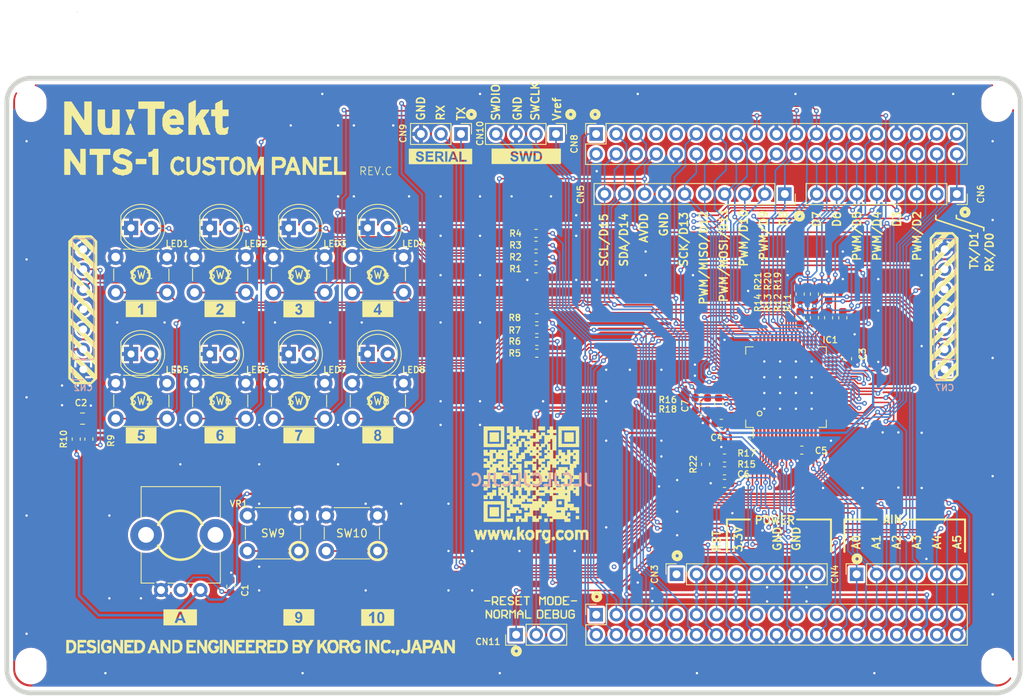
<source format=kicad_pcb>
(kicad_pcb (version 20221018) (generator pcbnew)
  (title_block (title "NTS-1 Custom Panel PCB") (date "2019-12-27") (rev "C") (company "KORG INC.") (comment 1 "NTS-1 digital kit") (comment 2 "Kazuya Miura") (comment 3 "Kazuya Miura"))
  (layers (0 "F.Cu" signal) (31 "B.Cu" signal) (34 "B.Paste" user) (35 "F.Paste" user) (36 "B.SilkS" user "B.Silkscreen") (37 "F.SilkS" user "F.Silkscreen") (38 "B.Mask" user) (39 "F.Mask" user) (44 "Edge.Cuts" user))
  (net 0 "")
  (net 1 "GND")
  (net 2 "/PC2")
  (net 3 "+3V3")
  (net 4 "/BOOT0")
  (net 5 "/PA3")
  (net 6 "/PA2")
  (net 7 "/PA14")
  (net 8 "/PA13")
  (net 9 "/PC11")
  (net 10 "/PC10")
  (net 11 "/PD2")
  (net 12 "/PC12")
  (net 13 "/PF6")
  (net 14 "/PF7")
  (net 15 "/PA15")
  (net 16 "/PB7")
  (net 17 "/PC13")
  (net 18 "/PC14")
  (net 19 "/PA0")
  (net 20 "/PC15")
  (net 21 "/PA1")
  (net 22 "/PF0")
  (net 23 "/PA4")
  (net 24 "/PF1")
  (net 25 "/PB0")
  (net 26 "/PC1")
  (net 27 "/PC0")
  (net 28 "/PC3")
  (net 29 "/PA9")
  (net 30 "/PC7")
  (net 31 "/PB6")
  (net 32 "/PA7")
  (net 33 "/PA6")
  (net 34 "/PA5")
  (net 35 "/PB9")
  (net 36 "/PB8")
  (net 37 "/PA10")
  (net 38 "/PB3")
  (net 39 "/PB5")
  (net 40 "/PB4")
  (net 41 "/PB10")
  (net 42 "/PA8")
  (net 43 "/PF4")
  (net 44 "/PF5")
  (net 45 "/PC4")
  (net 46 "/PB13")
  (net 47 "/PB14")
  (net 48 "/PB15")
  (net 49 "/PB1")
  (net 50 "/PB2")
  (net 51 "/PB11")
  (net 52 "/PB12")
  (net 53 "/PA11")
  (net 54 "/PA12")
  (net 55 "/PC5")
  (net 56 "/PC6")
  (net 57 "/PC9")
  (net 58 "/PC8")
  (net 59 "/~{RESET_PNL}")
  (net 60 "Net-(CN11-Pad2)")
  (net 61 "/PANEL_ACK")
  (net 62 "/BOOT_PNL")
  (net 63 "/TX_PNL")
  (net 64 "/RX_PNL")
  (net 65 "/CK_PNL")
  (net 66 "Net-(LED1-Pad2)")
  (net 67 "Net-(LED2-Pad2)")
  (net 68 "Net-(LED3-Pad2)")
  (net 69 "Net-(LED4-Pad2)")
  (net 70 "Net-(LED5-Pad2)")
  (net 71 "Net-(LED6-Pad2)")
  (net 72 "Net-(LED7-Pad2)")
  (net 73 "Net-(LED8-Pad2)")
  (net 74 "Net-(CN11-Pad3)")
  (net 75 "/NRST")
  (net 76 "+3V3Ref")
  (net 77 "Net-(CN1-Pad5)")
  (net 78 "Net-(CN1-Pad9)")
  (net 79 "Net-(CN1-Pad17)")
  (net 80 "Net-(CN1-Pad23)")
  (net 81 "Net-(CN1-Pad25)")
  (net 82 "Net-(CN2-Pad3)")
  (net 83 "Net-(CN2-Pad4)")
  (net 84 "Net-(CN2-Pad6)")
  (net 85 "Net-(CN3-Pad8)")
  (net 86 "Net-(CN3-Pad5)")
  (net 87 "Net-(CN3-Pad1)")
  (net 88 "Net-(CN8-Pad9)")
  (net 89 "Net-(CN8-Pad7)")
  (net 90 "Net-(R15-Pad1)")
  (footprint "Resistor_SMD:R_0603_1608Metric" (layer "F.Cu") (at 205.99948 102.39998 -90)
    (fp_text reference "R11")
    (fp_text value "47")
  )
  (footprint "Resistor_SMD:R_0603_1608Metric" (layer "F.Cu") (at 204.19948 102.39998 -90)
    (fp_text reference "R12")
    (fp_text value "47")
  )
  (footprint "Resistor_SMD:R_0603_1608Metric" (layer "F.Cu") (at 202.4 99.4 -90)
    (fp_text reference "R20")
    (fp_text value "10k")
  )
  (footprint "Resistor_SMD:R_0603_1608Metric" (layer "F.Cu") (at 200.6 99.4 -90)
    (fp_text reference "R21")
    (fp_text value "10k")
  )
  (footprint "Resistor_SMD:R_0603_1608Metric" (layer "F.Cu") (at 110.39948 117.79998 -90)
    (fp_text reference "R9")
    (fp_text value "10k")
  )
  (footprint "Resistor_SMD:R_0603_1608Metric" (layer "F.Cu") (at 188.6 121 90)
    (fp_text reference "R22")
    (fp_text value "1k")
  )
  (footprint "Resistor_SMD:R_0603_1608Metric" (layer "F.Cu") (at 202.39948 102.39998 -90)
    (fp_text reference "R13")
    (fp_text value "47")
  )
  (footprint "Connector_PinSocket_2.54mm:PinSocket_1x08_P2.54mm_Vertical" (layer "F.Cu") (at 220.46 86.7 -90)
    (fp_text reference "CN6")
    (fp_text value "1x8 2.54mm connector")
  )
  (footprint "Connector_PinSocket_2.54mm:PinSocket_1x08_P2.54mm_Vertical" (layer "F.Cu") (at 184.91 134.95 90)
    (fp_text reference "CN3")
    (fp_text value "1x8 2.54mm connector")
  )
  (footprint "Connector_PinSocket_2.54mm:PinSocket_2x19_P2.54mm_Vertical" (layer "F.Cu") (at 174.74 140.08 90)
    (fp_text reference "CN1" hide)
    (fp_text value "19x2 2.54mm header")
  )
  (footprint "Connector_PinHeader_2.54mm:PinHeader_1x03_P2.54mm_Vertical" (layer "F.Cu") (at 164.58 142.62 90)
    (fp_text reference "CN11")
    (fp_text value "1x3 2.54mm header")
  )
  (footprint "Capacitor_SMD:C_0603_1608Metric" (layer "F.Cu") (at 206.59948 107.59998 -90)
    (fp_text reference "C3")
    (fp_text value "0.1u")
  )
  (footprint "Capacitor_SMD:C_0603_1608Metric" (layer "F.Cu") (at 190.59948 115.79999 180)
    (fp_text reference "C4")
    (fp_text value "0.1u")
  )
  (footprint "Capacitor_SMD:C_0603_1608Metric" (layer "F.Cu") (at 200.79948 119.19998 180)
    (fp_text reference "C5")
    (fp_text value "0.1u")
  )
  (footprint "Button_Switch_THT:SW_PUSH_6mm" (layer "F.Cu") (at 136.99948 131.99999 180)
    (fp_text reference "SW9")
    (fp_text value "TACT SW")
  )
  (footprint "Potentiometer_THT:Potentiometer_Alps_RK09K_Single_Vertical" (layer "F.Cu") (at 124.55 136.95 90)
    (fp_text reference "VR1")
    (fp_text value "10kB")
  )
  (footprint "Connector_PinSocket_2.54mm:PinSocket_1x06_P2.54mm_Vertical" (layer "F.Cu") (at 207.75 134.95 90)
    (fp_text reference "CN4")
    (fp_text value "1x6 2.54mm connector")
  )
  (footprint "Resistor_SMD:R_0603_1608Metric" (layer "F.Cu") (at 204.2 99.4 -90)
    (fp_text reference "R19")
    (fp_text value "10k")
  )
  (footprint "Resistor_SMD:R_0603_1608Metric" (layer "F.Cu") (at 200.59948 102.39998 -90)
    (fp_text reference "R14")
    (fp_text value "47")
  )
  (footprint "LED_THT:LED_D5.0mm" (layer "F.Cu") (at 125.75 90.99999)
    (fp_text reference "LED2")
    (fp_text value "LED")
  )
  (footprint "LED_THT:LED_D5.0mm" (layer "F.Cu") (at 135.75 90.99999)
    (fp_text reference "LED3")
    (fp_text value "LED")
  )
  (footprint "LED_THT:LED_D5.0mm" (layer "F.Cu") (at 125.75 107)
    (fp_text reference "LED6")
    (fp_text value "LED")
  )
  (footprint "LED_THT:LED_D5.0mm" (layer "F.Cu") (at 135.75 107)
    (fp_text reference "LED7")
    (fp_text value "LED")
  )
  (footprint "Package_QFP:LQFP-64_10x10mm_P0.5mm" (layer "F.Cu") (at 198.79948 111.19998 90)
    (fp_text reference "IC1")
    (fp_text value "STM32F030R8T6")
  )
  (footprint "Button_Switch_THT:SW_PUSH_6mm" (layer "F.Cu") (at 120.3 99.2 180)
    (fp_text reference "SW1")
    (fp_text value "TACT SW")
  )
  (footprint "Button_Switch_THT:SW_PUSH_6mm" (layer "F.Cu") (at 130.3 99.2 180)
    (fp_text reference "SW2")
    (fp_text value "TACT SW")
  )
  (footprint "Button_Switch_THT:SW_PUSH_6mm" (layer "F.Cu") (at 140.3 99.2 180)
    (fp_text reference "SW3")
    (fp_text value "TACT SW")
  )
  (footprint "Button_Switch_THT:SW_PUSH_6mm" (layer "F.Cu") (at 150.3 99.2 180)
    (fp_text reference "SW4")
    (fp_text value "TACT SW")
  )
  (footprint "Button_Switch_THT:SW_PUSH_6mm" (layer "F.Cu") (at 120.3 115.2 180)
    (fp_text reference "SW5")
    (fp_text value "TACT SW")
  )
  (footprint "Button_Switch_THT:SW_PUSH_6mm" (layer "F.Cu") (at 130.3 115.2 180)
    (fp_text reference "SW6")
    (fp_text value "TACT SW")
  )
  (footprint "Button_Switch_THT:SW_PUSH_6mm" (layer "F.Cu") (at 140.3 115.2 180)
    (fp_text reference "SW7")
    (fp_text value "TACT SW")
  )
  (footprint "Button_Switch_THT:SW_PUSH_6mm" (layer "F.Cu") (at 150.3 115.2 180)
    (fp_text reference "SW8")
    (fp_text value "TACT SW")
  )
  (footprint "LED_THT:LED_D5.0mm" (layer "F.Cu") (at 145.75 107)
    (fp_text reference "LED8")
    (fp_text value "LED")
  )
  (footprint "LED_THT:LED_D5.0mm" (layer "F.Cu") (at 115.75 90.99999)
    (fp_text reference "LED1")
    (fp_text value "LED")
  )
  (footprint "LED_THT:LED_D5.0mm" (layer "F.Cu") (at 115.75 107)
    (fp_text reference "LED5")
    (fp_text value "LED")
  )
  (footprint "LED_THT:LED_D5.0mm" (layer "F.Cu") (at 145.75 90.99999)
    (fp_text reference "LED4")
    (fp_text value "LED")
  )
  (footprint "CustomPanel:MountingHole_3mm_3.65mm" (layer "F.Cu") (at 103.05 146.596)
    (fp_text reference "REF**" hide)
    (fp_text value "MountingHole_3_3.65" hide)
  )
  (footprint "CustomPanel:MountingHole_3mm_3.65mm" (layer "F.Cu") (at 225.55 146.596)
    (fp_text reference "REF**" hide)
    (fp_text value "MountingHole_3_3.65" hide)
  )
  (footprint "Connector_PinHeader_2.54mm:PinHeader_1x04_P2.54mm_Vertical" (layer "F.Cu") (at 169.64 79.08 -90)
    (fp_text reference "CN10")
    (fp_text value "1x4 2.54mm header")
  )
  (footprint "Connector_PinSocket_2.54mm:PinSocket_1x10_P2.54mm_Vertical" (layer "F.Cu") (at 198.65 86.7 -90)
    (fp_text reference "CN5")
    (fp_text value "1x10 2.54mm connector")
  )
  (footprint "CustomPanel:NTS-1_Custom_Silk2" (layer "F.Cu") (at 140.5 110.01)
    (fp_text reference "G***" hide)
    (fp_text value "LOGO" hide)
  )
  (footprint "Capacitor_SMD:C_0603_1608Metric" (layer "F.Cu") (at 128.39948 136.47498 90)
    (fp_text reference "C1")
    (fp_text value "0.1u")
  )
  (footprint "Resistor_SMD:R_0603_1608Metric" (layer "F.Cu") (at 167.1 94.7)
    (fp_text reference "R2")
    (fp_text value "220")
  )
  (footprint "Resistor_SMD:R_0603_1608Metric" (layer "F.Cu") (at 167.1 93.2)
    (fp_text reference "R3")
    (fp_text value "220")
  )
  (footprint "Resistor_SMD:R_0603_1608Metric" (layer "F.Cu") (at 167.1 91.7)
    (fp_text reference "R4")
    (fp_text value "220")
  )
  (footprint "Resistor_SMD:R_0603_1608Metric" (layer "F.Cu") (at 167.2 105.4)
    (fp_text reference "R6")
    (fp_text value "220")
  )
  (footprint "Resistor_SMD:R_0603_1608Metric" (layer "F.Cu") (at 167.2 103.9)
    (fp_text reference "R7")
    (fp_text value "220")
  )
  (footprint "Resistor_SMD:R_0603_1608Metric" (layer "F.Cu") (at 167.2 102.4)
    (fp_text reference "R8")
    (fp_text value "220")
  )
  (footprint "Capacitor_SMD:C_0603_1608Metric" (layer "F.Cu") (at 190.26675 113.3678 -90)
    (fp_text reference "C7")
    (fp_text value "1000p")
  )
  (footprint "Capacitor_SMD:C_0603_1608Metric" (layer "F.Cu") (at 190.99948 123.42499 180)
    (fp_text reference "C6")
    (fp_text value "1000p")
  )
  (footprint "CustomPanel:NTS-1_Custom_Silk4" (layer "F.Cu") (at 100 150)
    (fp_text reference "G***" hide)
    (fp_text value "LOGO" hide)
  )
  (footprint "Connector_PinHeader_2.54mm:PinHeader_1x03_P2.54mm_Vertical" (layer "F.Cu") (at 157.59 79.08 -90)
    (fp_text reference "CN9")
    (fp_text value "1x3 2.54mm header")
  )
  (footprint "Connector_PinSocket_2.54mm:PinSocket_2x19_P2.54mm_Vertical" (layer "F.Cu") (at 174.72 79.08 90)
    (fp_text reference "CN8")
    (fp_text value "19x2 2.54mm header")
  )
  (footprint "Resistor_SMD:R_0603_1608Metric" (layer "F.Cu") (at 108.79948 117.79998 90)
    (fp_text reference "R10")
    (fp_text value "0")
  )
  (footprint "Button_Switch_THT:SW_PUSH_6mm" (layer "F.Cu") (at 146.99948 131.99999 180)
    (fp_text reference "SW10")
    (fp_text value "TACT SW")
  )
  (footprint "CustomPanel:NTS-1_Custom_Silk3" (layer "F.Cu") (at 100 150)
    (fp_text reference "G***" hide)
    (fp_text value "LOGO" hide)
  )
  (footprint "Resistor_SMD:R_0603_1608Metric" (layer "F.Cu") (at 167.1 96.2)
    (fp_text reference "R1")
    (fp_text value "220")
  )
  (footprint "Resistor_SMD:R_0603_1608Metric" (layer "F.Cu") (at 167.2 106.9)
    (fp_text reference "R5")
    (fp_text value "220")
  )
  (footprint "Resistor_SMD:R_0603_1608Metric" (layer "F.Cu") (at 190.99948 120.19991 180)
    (fp_text reference "R17")
    (fp_text value "100k")
  )
  (footprint "Resistor_SMD:R_0603_1608Metric" (layer "F.Cu") (at 190.99948 121.82499)
    (fp_text reference "R15")
    (fp_text value "33")
  )
  (footprint "Resistor_SMD:R_0603_1608Metric" (layer "F.Cu") (at 188.06675 112.56779)
    (fp_text reference "R16")
    (fp_text value "1k")
  )
  (footprint "Resistor_SMD:R_0603_1608Metric" (layer "F.Cu") (at 188.06675 114.16779)
    (fp_text reference "R18")
    (fp_text value "47k")
  )
  (footprint "Capacitor_SMD:C_0805_2012Metric" (layer "F.Cu") (at 109.59948 115.19998)
    (fp_text reference "C2")
    (fp_text value "10u")
  )
  (footprint "CustomPanel:MountingHole_3mm_3.65mm" (layer "F.Cu") (at 225.55 75.246)
    (fp_text reference "REF**" hide)
    (fp_text value "MountingHole_3_3.65" hide)
  )
  (footprint "CustomPanel:MountingHole_3mm_3.65mm" (layer "F.Cu") (at 103.05 75.246)
    (fp_text reference "REF**" hide)
    (fp_text value "MountingHole_3_3.65" hide)
  )
  (footprint "Connector_PinHeader_2.54mm:PinHeader_1x07_P2.54mm_Vertical" (layer "B.Cu") (at 218.91 108.95)
    (fp_text reference "CN7")
    (fp_text value "1x7 2.54mm header")
  )
  (footprint "Connector_PinHeader_2.54mm:PinHeader_1x07_P2.54mm_Vertical" (layer "B.Cu") (at 109.69 108.95)
    (fp_text reference "CN2")
    (fp_text value "1x7 2.54mm header")
  )
  (gr_line (start 191.29948 132.09999) (end 191.3 128) (stroke (width 0.254)) (layer "F.SilkS"))
  (gr_line (start 204.49948 132.09998) (end 204.49948 128) (stroke (width 0.254)) (layer "F.SilkS"))
  (gr_line (start 223.87948 91.35999) (end 223.87948 90.95998) (stroke (width 0.2)) (layer "F.SilkS"))
  (gr_line (start 220.39948 89.79999) (end 223.87948 90.95998) (stroke (width 0.2)) (layer "F.SilkS"))
  (gr_line (start 220.39948 89.79999) (end 220.39948 89.39998) (stroke (width 0.2)) (layer "F.SilkS"))
  (gr_line (start 217.79948 89.93332) (end 222.19948 91.39999) (stroke (width 0.2)) (layer "F.SilkS"))
  (gr_line (start 200.19948 128) (end 204.49948 128) (stroke (width 0.254)) (layer "F.SilkS"))
  (gr_line (start 214 128) (end 221.5 128) (stroke (width 0.254)) (layer "F.SilkS"))
  (gr_line (start 191.29948 128) (end 194.19948 128) (stroke (width 0.254)) (layer "F.SilkS"))
  (gr_line (start 217.79948 89.93332) (end 217.79948 89.39998) (stroke (width 0.2)) (layer "F.SilkS"))
  (gr_arc (start 138.09948 131.99999) (mid 135.89948 131.99999) (end 138.09948 131.99999) (stroke (width 0.3)) (layer "F.SilkS"))
  (gr_arc (start 148.09948 112.99999) (mid 145.89948 112.99999) (end 148.09948 112.99999) (stroke (width 0.3)) (layer "F.SilkS"))
  (gr_arc (start 138.09948 112.99999) (mid 135.89948 112.99999) (end 138.09948 112.99999) (stroke (width 0.3)) (layer "F.SilkS"))
  (gr_arc (start 138.09948 96.99999) (mid 135.89948 96.99999) (end 138.09948 96.99999) (stroke (width 0.3)) (layer "F.SilkS"))
  (gr_arc (start 124.809034 131.310091) (mid 121.999485 133.099978) (end 119.18993 131.3101) (stroke (width 0.32)) (layer "F.SilkS"))
  (gr_arc (start 118.09948 96.99999) (mid 115.89948 96.99999) (end 118.09948 96.99999) (stroke (width 0.3)) (layer "F.SilkS"))
  (gr_arc (start 118.09948 112.99999) (mid 115.89948 112.99999) (end 118.09948 112.99999) (stroke (width 0.3)) (layer "F.SilkS"))
  (gr_arc (start 128.09948 96.99999) (mid 125.89948 96.99999) (end 128.09948 96.99999) (stroke (width 0.3)) (layer "F.SilkS"))
  (gr_arc (start 128.09948 112.99999) (mid 125.89948 112.99999) (end 128.09948 112.99999) (stroke (width 0.3)) (layer "F.SilkS"))
  (gr_arc (start 148.09948 131.99999) (mid 145.89948 131.99999) (end 148.09948 131.99999) (stroke (width 0.3)) (layer "F.SilkS"))
  (gr_arc (start 119.189926 128.689869) (mid 121.999475 126.899982) (end 124.80903 128.68986) (stroke (width 0.32)) (layer "F.SilkS"))
  (gr_arc (start 148.09948 96.99999) (mid 145.89948 96.99999) (end 148.09948 96.99999) (stroke (width 0.3)) (layer "F.SilkS"))
  (gr_arc (start 194.32448 117.79998) (mid 194.07448 117.79998) (end 194.32448 117.79998) (stroke (width 0.0625)) (layer "F.SilkS"))
  (gr_arc (start 195.74948 114.54999) (mid 195.14948 114.54999) (end 195.74948 114.54999) (stroke (width 0.15)) (layer "F.SilkS"))
  (gr_circle (center 164.6 144.7) (end 164.8 144.7) (stroke (width 0.5)) (fill none) (layer "F.SilkS"))
  (gr_circle (center 174.8 137.8) (end 175 137.8) (stroke (width 0.5)) (fill none) (layer "F.SilkS"))
  (gr_line (start 206.2 128) (end 210.3 128) (stroke (width 0.254)) (layer "F.SilkS"))
  (gr_line (start 206.19948 132.09999) (end 206.19948 128) (stroke (width 0.254)) (layer "F.SilkS"))
  (gr_line (start 221.49948 132.09999) (end 221.5 128) (stroke (width 0.254)) (layer "F.SilkS"))
  (gr_circle (center 207.8 133) (end 208 133) (stroke (width 0.5)) (fill none) (layer "F.SilkS"))
  (gr_circle (center 158.9 76.6) (end 159.1 76.6) (stroke (width 0.5)) (fill none) (layer "F.SilkS"))
  (gr_circle (center 221.5 89) (end 221.7 89) (stroke (width 0.5)) (fill none) (layer "F.SilkS"))
  (gr_circle (center 185 132.6) (end 185.2 132.6) (stroke (width 0.5)) (fill none) (layer "F.SilkS"))
  (gr_circle (center 174.6 76.6) (end 174.8 76.6) (stroke (width 0.5)) (fill none) (layer "F.SilkS"))
  (gr_circle (center 171.5 76.6) (end 171.7 76.6) (stroke (width 0.5)) (fill none) (layer "F.SilkS"))
  (gr_circle (center 200.5 89.5) (end 200.7 89.5) (stroke (width 0.5)) (fill none) (layer "F.SilkS"))
  (gr_line (start 228.5 146.99562) (end 228.5 75) (stroke (width 0.6)) (layer "Edge.Cuts"))
  (gr_line (start 100 147) (end 100 75) (stroke (width 0.6)) (layer "Edge.Cuts"))
  (gr_line (start 103.004353 72) (end 225.5 72) (stroke (width 0.6)) (layer "Edge.Cuts"))
  (gr_line (start 103 150) (end 225.49948 150) (stroke (width 0.6)) (layer "Edge.Cuts"))
  (gr_arc (start 228.5 147) (mid 227.62132 149.12132) (end 225.5 150) (stroke (width 0.6)) (layer "Edge.Cuts"))
  (gr_arc (start 100 75) (mid 100.87868 72.87868) (end 103 72) (stroke (width 0.6)) (layer "Edge.Cuts"))
  (gr_arc (start 103 150) (mid 100.87868 149.12132) (end 100 147) (stroke (width 0.6)) (layer "Edge.Cuts"))
  (gr_arc (start 225.5 72) (mid 227.62132 72.87868) (end 228.5 75) (stroke (width 0.6)) (layer "Edge.Cuts"))
  (gr_text "o" (at 108.8712 63.54999) (layer "B.SilkS") (effects (font (size 0.1 0.1) (thickness 0.1)) (justify left)))
  (gr_text "JLCJLCJLCJLC" (at 166.5 123) (layer "B.SilkS") (effects (font (size 1.5 1.5) (thickness 0.3)) (justify mirror)))
  (gr_text "A4" (at 217.93947 131.89998 90) (layer "F.SilkS") (effects (font (size 1 1) (thickness 0.2)) (justify left)))
  (gr_text "GND" (at 200.1 132.09998 90) (layer "F.SilkS") (effects (font (size 1 1) (thickness 0.2)) (justify left)))
  (gr_text "A1" (at 210.25948 131.89999 90) (layer "F.SilkS") (effects (font (size 1 1) (thickness 0.2)) (justify left)))
  (gr_text "A3" (at 215.37947 131.89998 90) (layer "F.SilkS") (effects (font (size 1 1) (thickness 0.2)) (justify left)))
  (gr_text "SWCLK" (at 167 77.5 90) (layer "F.SilkS") (effects (font (size 1 1) (thickness 0.2)) (justify left)))
  (gr_text "SWDIO" (at 162 77.5 90) (layer "F.SilkS") (effects (font (size 1 1) (thickness 0.2)) (justify left)))
  (gr_text "TX" (at 157.6 77.5 90) (layer "F.SilkS") (effects (font (size 1 1) (thickness 0.2)) (justify left)))
  (gr_text "GND" (at 164.75 77.5 90) (layer "F.SilkS") (effects (font (size 1 1) (thickness 0.2)) (justify left)))
  (gr_text "AIN" (at 210.99947 127.99495) (layer "F.SilkS") (effects (font (size 1 1) (thickness 0.2)) (justify left)))
  (gr_text "A2" (at 212.81947 131.89998 90) (layer "F.SilkS") (effects (font (size 1 1) (thickness 0.2)) (justify left)))
  (gr_text "RX" (at 155 77.5 90) (layer "F.SilkS") (effects (font (size 1 1) (thickness 0.2)) (justify left)))
  (gr_text "Vref" (at 169.75 77.5 90) (layer "F.SilkS") (effects (font (size 1 1) (thickness 0.2)) (justify left)))
  (gr_text "A0" (at 207.69948 131.89999 90) (layer "F.SilkS") (effects (font (size 1 1) (thickness 0.2)) (justify left)))
  (gr_text "A5" (at 220.49947 131.89998 90) (layer "F.SilkS") (effects (font (size 1 1) (thickness 0.2)) (justify left)))
  (gr_text "PWM/D9" (at 195.96612 95.19934 90) (layer "F.SilkS") (effects (font (size 1 1) (thickness 0.2)) (justify left)))
  (gr_text "PWM/D4" (at 210.32804 95.2987 90) (layer "F.SilkS") (effects (font (size 1 1) (thickness 0.2)) (justify left)))
  (gr_text "D3" (at 212.8709 91 90) (layer "F.SilkS") (effects (font (size 1 1) (thickness 0.2)) (justify left)))
  (gr_text "AVDD" (at 180.76614 93 90) (layer "F.SilkS") (effects (font (size 1 1) (thickness 0.2)) (justify left)))
  (gr_text "3.3V" (at 192.75 132.25 90) (layer "F.SilkS") (effects (font (size 1 1) (thickness 0.2)) (justify left)))
  (gr_text "REV.C" (at 144.59948 83.79999) (layer "F.SilkS") (effects (font (size 1 1) (thickness 0.1)) (justify left)))
  (gr_text "D6" (at 205.24233 91 90) (layer "F.SilkS") (effects (font (size 1 1) (thickness 0.2)) (justify left)))
  (gr_text "PWM/D2" (at 215.41375 95.2987 90) (layer "F.SilkS") (effects (font (size 1 1) (thickness 0.2)) (justify left)))
  (gr_text "GND" (at 183.29947 92.2003 90) (layer "F.SilkS") (effects (font (size 1 1) (thickness 0.2)) (justify left)))
  (gr_text "TX/D1" (at 222.65661 96.36676 90) (layer "F.SilkS") (effects (font (size 1 1) (thickness 0.2)) (justify left)))
  (gr_text "PWM/D5" (at 207.78519 95.2987 90) (layer "F.SilkS") (effects (font (size 1 1) (thickness 0.2)) (justify left)))
  (gr_text "RX/D0" (at 224.59946 96.69999 90) (layer "F.SilkS") (effects (font (size 1 1) (thickness 0.2)) (justify left)))
  (gr_text "GND" (at 197.7 132.09998 90) (layer "F.SilkS") (effects (font (size 1 1) (thickness 0.2)) (justify left)))
  (gr_text "RST" (at 190 132.25 90) (layer "F.SilkS") (effects (font (size 1 1) (thickness 0.2)) (justify left)))
  (gr_text "SCL/D15" (at 175.69948 96.0324 90) (layer "F.SilkS") (effects (font (size 1 1) (thickness 0.2)) (justify left)))
  (gr_text "SDA/D14" (at 178.23281 96.0324 90) (layer "F.SilkS") (effects (font (size 1 1) (thickness 0.2)) (justify left)))
  (gr_text "SCK/D13" (at 185.8328 96.0324 90) (layer "F.SilkS") (effects (font (size 1 1) (thickness 0.2)) (justify left)))
  (gr_text "PWM/MOSI/D11" (at 190.89946 100.53095 90) (layer "F.SilkS") (effects (font (size 1 1) (thickness 0.2)) (justify left)))
  (gr_text "D8" (at 198.49945 90.9 90) (layer "F.SilkS") (effects (font (size 1 1) (thickness 0.2)) (justify left)))
  (gr_text "PWM/D10" (at 193.43279 96.0324 90) (layer "F.SilkS") (effects (font (size 1 1) (thickness 0.2)) (justify left)))
  (gr_text "POWER" (at 194.7 128.1) (layer "F.SilkS") (effects (font (size 1 1) (thickness 0.2)) (justify left)))
  (gr_text "D7" (at 202.69948 91 90) (layer "F.SilkS") (effects (font (size 1 1) (thickness 0.2)) (justify left)))
  (gr_text "GND" (at 152.5 77.5 90) (layer "F.SilkS") (effects (font (size 1 1) (thickness 0.2)) (justify left)))
  (gr_text "PWM/MISO/D12" (at 188.36613 100.86418 90) (layer "F.SilkS") (effects (font (size 1 1) (thickness 0.2)) (justify left)))
  (via (at 177 134) (size 0.6) (drill 0.3) (layers "F.Cu" "B.Cu") (net 0))
  (segment (start 110.53698 113.66302) (end 110.65 113.55) (width 0.3) (layer "F.Cu") (net 1))
  (segment (start 191.03645 114.45) (end 190.74175 114.1553) (width 0.2) (layer "F.Cu") (net 1))
  (segment (start 200.01198 118.72498) (end 200.01198 119.19998) (width 0.2) (layer "F.Cu") (net 1))
  (segment (start 200.54948 116.87498) (end 200.54948 118.20052) (width 0.2) (layer "F.Cu") (net 1))
  (segment (start 192.34948 114.44998) (end 192.34946 114.45) (width 0.2) (layer "F.Cu") (net 1))
  (segment (start 204.47448 107.94998) (end 206.16198 107.94998) (width 0.2) (layer "F.Cu") (net 1))
  (segment (start 200.01198 120.31198) (end 200.25 120.55) (width 0.3) (layer "F.Cu") (net 1))
  (segment (start 193.12448 114.44998) (end 192.34948 114.44998) (width 0.2) (layer "F.Cu") (net 1))
  (segment (start 190.25426 114.16779) (end 190.26675 114.1553) (width 0.2) (layer "F.Cu") (net 1))
  (segment (start 190.21198 123.42499) (end 189.27499 123.42499) (width 0.2) (layer "F.Cu") (net 1))
  (segment (start 200.54948 116.87498) (end 200.54948 114.44948) (width 0.2) (layer "F.Cu") (net 1))
  (segment (start 128.39948 134.80052) (end 128.45 134.75) (width 0.2) (layer "F.Cu") (net 1))
  (segment (start 188.85425 114.16779) (end 190.25426 114.16779) (width 0.2) (layer "F.Cu") (net 1))
  (segment (start 188.29999 115.79999) (end 188.25 115.75) (width 0.2) (layer "F.Cu") (net 1))
  (segment (start 206.16198 107.94998) (end 206.59948 108.38748) (width 0.2) (layer "F.Cu") (net 1))
  (segment (start 195.55002 114.44998) (end 196.05 113.95) (width 0.2) (layer "F.Cu") (net 1))
  (segment (start 200.54948 114.44948) (end 200.05 113.95) (width 0.2) (layer "F.Cu") (net 1))
  (segment (start 190.26675 114.1553) (end 190.74175 114.1553) (width 0.2) (layer "F.Cu") (net 1))
  (segment (start 193.12448 114.44998) (end 195.55002 114.44998) (width 0.2) (layer "F.Cu") (net 1))
  (segment (start 207.81252 108.38748) (end 207.85 108.35) (width 0.3) (layer "F.Cu") (net 1))
  (segment (start 200.54948 118.20052) (end 200.25 118.5) (width 0.2) (layer "F.Cu") (net 1))
  (segment (start 200.01198 119.19998) (end 200.01198 120.31198) (width 0.3) (layer "F.Cu") (net 1))
  (segment (start 188.85425 114.16779) (end 188.85425 115.14575) (width 0.2) (layer "F.Cu") (net 1))
  (segment (start 192.34946 114.45) (end 191.03645 114.45) (width 0.2) (layer "F.Cu") (net 1))
  (segment (start 206.59948 108.38748) (end 207.81252 108.38748) (width 0.3) (layer "F.Cu") (net 1))
  (segment (start 110.53698 115.19998) (end 110.53698 113.66302) (width 0.3) (layer "F.Cu") (net 1))
  (segment (start 202.05002 107.94998) (end 202.05 107.95) (width 0.2) (layer "F.Cu") (net 1))
  (segment (start 189.27499 123.42499) (end 189.25 123.4) (width 0.2) (layer "F.Cu") (net 1))
  (segment (start 128.39948 135.68748) (end 128.39948 134.80052) (width 0.2) (layer "F.Cu") (net 1))
  (segment (start 200.23696 118.5) (end 200.01198 118.72498) (width 0.2) (layer "F.Cu") (net 1))
  (segment (start 204.47448 107.94998) (end 202.05002 107.94998) (width 0.2) (layer "F.Cu") (net 1))
  (segment (start 200.25 118.5) (end 200.23696 118.5) (width 0.2) (layer "F.Cu") (net 1))
  (segment (start 188.85425 115.14575) (end 188.25 115.75) (width 0.2) (layer "F.Cu") (net 1))
  (segment (start 189.81198 115.79999) (end 188.29999 115.79999) (width 0.2) (layer "F.Cu") (net 1))
  (via (at 196.05 111.95) (size 0.6) (drill 0.3) (layers "F.Cu" "B.Cu") (net 1))
  (via (at 145.5 126) (size 0.6) (drill 0.3) (layers "F.Cu" "B.Cu") (net 1))
  (via (at 136 78) (size 0.6) (drill 0.3) (layers "F.Cu" "B.Cu") (net 1))
  (via (at 120 103) (size 0.6) (drill 0.3) (layers "F.Cu" "B.Cu") (net 1))
  (via (at 225 80) (size 0.6) (drill 0.3) (layers "F.Cu" "B.Cu") (net 1))
  (via (at 200.25 120.55) (size 0.6) (drill 0.3) (layers "F.Cu" "B.Cu") (net 1))
  (via (at 213.05 116.95) (size 0.6) (drill 0.3) (layers "F.Cu" "B.Cu") (net 1))
  (via (at 198.05 107.95) (size 0.6) (drill 0.3) (layers "F.Cu" "B.Cu") (net 1))
  (via (at 150 126) (size 0.6) (drill 0.3) (layers "F.Cu" "B.Cu") (net 1))
  (via (at 102.5 127.5) (size 0.6) (drill 0.3) (layers "F.Cu" "B.Cu") (net 1))
  (via (at 144 87) (size 0.6) (drill 0.3) (layers "F.Cu" "B.Cu") (net 1))
  (via (at 132 126) (size 0.6) (drill 0.3) (layers "F.Cu" "B.Cu") (net 1))
  (via (at 202.05 111.95) (size 0.6) (drill 0.3) (layers "F.Cu" "B.Cu") (net 1))
  (via (at 225 137.5) (size 0.6) (drill 0.3) (layers "F.Cu" "B.Cu") (net 1))
  (via (at 107 111) (size 0.6) (drill 0.3) (layers "F.Cu" "B.Cu") (net 1))
  (via (at 187.5 147.5) (size 0.6) (drill 0.3) (layers "F.Cu" "B.Cu") (net 1))
  (via (at 155 116) (size 0.6) (drill 0.3) (layers "F.Cu" "B.Cu") (net 1))
  (via (at 180 136) (size 0.6) (drill 0.3) (layers "F.Cu" "B.Cu") (net 1))
  (via (at 185 127) (size 0.6) (drill 0.3) (layers "F.Cu" "B.Cu") (net 1))
  (via (at 160 74) (size 0.6) (drill 0.3) (layers "F.Cu" "B.Cu") (net 1))
  (via (at 160 87) (size 0.6) (drill 0.3) (layers "F.Cu" "B.Cu") (net 1))
  (via (at 145.5 137) (size 0.6) (drill 0.3) (layers "F.Cu" "B.Cu") (net 1))
  (via (at 196.4 136.6) (size 0.6) (drill 0.3) (layers "F.Cu" "B.Cu") (net 1))
  (via (at 155 103) (size 0.6) (drill 0.3) (layers "F.Cu" "B.Cu") (net 1))
  (via (at 203.5 124) (size 0.6) (drill 0.3) (layers "F.Cu" "B.Cu") (net 1))
  (via (at 210 147.5) (size 0.6) (drill 0.3) (layers "F.Cu" "B.Cu") (net 1))
  (via (at 191 105.2) (size 0.6) (drill 0.3) (layers "F.Cu" "B.Cu") (net 1))
  (via (at 181.85 136.75) (size 0.6) (drill 0.3) (layers "F.Cu" "B.Cu") (net 1))
  (via (at 156 132) (size 0.6) (drill 0.3) (layers "F.Cu" "B.Cu") (net 1))
  (via (at 183 118) (size 0.6) (drill 0.3) (layers "F.Cu" "B.Cu") (net 1))
  (via (at 145 103) (size 0.6) (drill 0.3) (layers "F.Cu" "B.Cu") (net 1))
  (via (at 169 87) (size 0.6) (drill 0.3) (layers "F.Cu" "B.Cu") (net 1))
  (via (at 181 97) (size 0.6) (drill 0.3) (layers "F.Cu" "B.Cu") (net 1))
  (via (at 172.2 92) (size 0.6) (drill 0.3) (layers "F.Cu" "B.Cu") (net 1))
  (via (at 142 116) (size 0.6) (drill 0.3) (layers "F.Cu" "B.Cu") (net 1))
  (via (at 198.05 109.95) (size 0.6) (drill 0.3) (layers "F.Cu" "B.Cu") (net 1))
  (via (at 144 78) (size 0.6) (drill 0.3) (layers "F.Cu" "B.Cu") (net 1))
  (via (at 187.25 108.35) (size 0.6) (drill 0.3) (layers "F.Cu" "B.Cu") (net 1))
  (via (at 122 116) (size 0.6) (drill 0.3) (layers "F.Cu" "B.Cu") (net 1))
  (via (at 114 103) (size 0.6) (drill 0.3) (layers "F.Cu" "B.Cu") (net 1))
  (via (at 159 137) (size 0.6) (drill 0.3) (layers "F.Cu" "B.Cu") (net 1))
  (via (at 196.4 138.4) (size 0.6) (drill 0.3) (layers "F.Cu" "B.Cu") (net 1))
  (via (at 165 132) (size 0.6) (drill 0.3) (layers "F.Cu" "B.Cu") (net 1))
  (via (at 225 122.5) (size 0.6) (drill 0.3) (layers "F.Cu" "B.Cu") (net 1))
  (via (at 162.5 147.5) (size 0.6) (drill 0.3) (layers "F.Cu" "B.Cu") (net 1))
  (via (at 176 113) (size 0.6) (drill 0.3) (layers "F.Cu" "B.Cu") (net 1))
  (via (at 172.2 97.6) (size 0.6) (drill 0.3) (layers "F.Cu" "B.Cu") (net 1))
  (via (at 210.5 108) (size 0.6) (drill 0.3) (layers "F.Cu" "B.Cu") (net 1))
  (via (at 160 113) (size 0.6) (drill 0.3) (layers "F.Cu" "B.Cu") (net 1))
  (via (at 196.05 109.95) (size 0.6) (drill 0.3) (layers "F.Cu" "B.Cu") (net 1))
  (via (at 164 87) (size 0.6) (drill 0.3) (layers "F.Cu" "B.Cu") (net 1))
  (via (at 155 92) (size 0.6) (drill 0.3) (layers "F.Cu" "B.Cu") (net 1))
  (via (at 142 121) (size 0.6) (drill 0.3) (layers "F.Cu" "B.Cu") (net 1))
  (via (at 216 106) (size 0.6) (drill 0.3) (layers "F.Cu" "B.Cu") (net 1))
  (via (at 156 126) (size 0.6) (drill 0.3) (layers "F.Cu" "B.Cu") (net 1))
  (via (at 216 117) (size 0.6) (drill 0.3) (layers "F.Cu" "B.Cu") (net 1))
  (via (at 210.5 97.5) (size 0.6) (drill 0.3) (layers "F.Cu" "B.Cu") (net 1))
  (via (at 190.6 118.8) (size 0.6) (drill 0.3) (layers "F.Cu" "B.Cu") (net 1))
  (via (at 202.05 113.95) (size 0.6) (drill 0.3) (layers "F.Cu" "B.Cu") (net 1))
  (via (at 110.5 111) (size 0.6) (drill 0.3) (layers "F.Cu" "B.Cu") (net 1))
  (via (at 132 116) (size 0.6) (drill 0.3) (layers "F.Cu" "B.Cu") (net 1))
  (via (at 156 137) (size 0.6) (drill 0.3) (layers "F.Cu" "B.Cu") (net 1))
  (via (at 183 109) (size 0.6) (drill 0.3) (layers "F.Cu" "B.Cu") (net 1))
  (via (at 132 134) (size 0.6) (drill 0.3) (layers "F.Cu" "B.Cu") (net 1))
  (via (at 207.85 108.35) (size 0.6) (drill 0.3) (layers "F.Cu" "B.Cu") (net 1))
  (via (at 112.5 147.5) (size 0.6) (drill 0.3) (layers "F.Cu" "B.Cu") (net 1))
  (via (at 160 103) (size 0.6) (drill 0.3) (layers "F.Cu" "B.Cu") (net 1))
  (via (at 189.25 123.4) (size 0.6) (drill 0.3) (layers "F.Cu" "B.Cu") (net 1))
  (via (at 204 94) (size 0.6) (drill 0.3) (layers "F.Cu" "B.Cu") (net 1))
  (via (at 183 120) (size 0.6) (drill 0.3) (layers "F.Cu" "B.Cu") (net 1))
  (via (at 155 97) (size 0.6) (drill 0.3) (layers "F.Cu" "B.Cu") (net 1))
  (via (at 155 113) (size 0.6) (drill 0.3) (layers "F.Cu" "B.Cu") (net 1))
  (via (at 206 97.5) (size 0.6) (drill 0.3) (layers "F.Cu" "B.Cu") (net 1))
  (via (at 142 87) (size 0.6) (drill 0.3) (layers "F.Cu" "B.Cu") (net 1))
  (via (at 213.05 123.95) (size 0.6) (drill 0.3) (layers "F.Cu" "B.Cu") (net 1))
  (via (at 210.5 101.5) (size 0.6) (drill 0.3) (layers "F.Cu" "B.Cu") (net 1))
  (via (at 179 109) (size 0.6) (drill 0.3) (layers "F.Cu" "B.Cu") (net 1))
  (via (at 137.5 147.5) (size 0.6) (drill 0.3) (layers "F.Cu" "B.Cu") (net 1))
  (via (at 122 121) (size 0.6) (drill 0.3) (layers "F.Cu" "B.Cu") (net 1))
  (via (at 192 127.2) (size 0.6) (drill 0.3) (layers "F.Cu" "B.Cu") (net 1))
  (via (at 128.45 134.75) (size 0.6) (drill 0.3) (layers "F.Cu" "B.Cu") (net 1))
  (via (at 107 113.5) (size 0.6) (drill 0.3) (layers "F.Cu" "B.Cu") (net 1))
  (via (at 201.4 138.4) (size 0.6) (drill 0.3) (layers "F.Cu" "B.Cu") (net 1))
  (via (at 109 111) (size 0.6) (drill 0.3) (layers "F.Cu" "B.Cu") (net 1))
  (via (at 200.05 113.95) (size 0.6) (drill 0.3) (layers "F.Cu" "B.Cu") (net 1))
  (via (at 196.05 113.95) (size 0.6) (drill 0.3) (layers "F.Cu" "B.Cu") (net 1))
  (via (at 185 123) (size 0.6) (drill 0.3) (layers "F.Cu" "B.Cu") (net 1))
  (via (at 132 137) (size 0.6) (drill 0.3) (layers "F.Cu" "B.Cu") (net 1))
  (via (at 172.2 89.4) (size 0.6) (drill 0.3) (layers "F.Cu" "B.Cu") (net 1))
  (via (at 204.5 118) (size 0.6) (drill 0.3) (layers "F.Cu" "B.Cu") (net 1))
  (via (at 160 97) (size 0.6) (drill 0.3) (layers "F.Cu" "B.Cu") (net 1))
  (via (at 199 97) (size 0.6) (drill 0.3) (layers "F.Cu" "B.Cu") (net 1))
  (via (at 199 94) (size 0.6) (drill 0.3) (layers "F.Cu" "B.Cu") (net 1))
  (via (at 174.8 83.8) (size 0.6) (drill 0.3) (layers "F.Cu" "B.Cu") (net 1))
  (via (at 168 113) (size 0.6) (drill 0.3) (layers "F.Cu" "B.Cu") (net 1))
  (via (at 187.25 109.75) (size 0.6) (drill 0.3) (layers "F.Cu" "B.Cu") (net 1))
  (via (at 174.8 97.6) (size 0.6) (drill 0.3) (layers "F.Cu" "B.Cu") (net 1))
  (via (at 220 74) (size 0.6) (drill 0.3) (layers "F.Cu" "B.Cu") (net 1))
  (via (at 102.5 80) (size 0.6) (drill 0.3) (layers "F.Cu" "B.Cu") (net 1))
  (via (at 182.7 123.8) (size 0.6) (drill 0.3) (layers "F.Cu" "B.Cu") (net 1))
  (via (at 110.65 113.55) (size 0.6) (drill 0.3) (layers "F.Cu" "B.Cu") (net 1))
  (via (at 194 99) (size 0.6) (drill 0.3) (layers "F.Cu" "B.Cu") (net 1))
  (via (at 202.05 109.95) (size 0.6) (drill 0.3) (layers "F.Cu" "B.Cu") (net 1))
  (via (at 141 103) (size 0.6) (drill 0.3) (layers "F.Cu" "B.Cu") (net 1))
  (via (at 188.25 115.75) (size 0.6) (drill 0.3) (layers "F.Cu" "B.Cu") (net 1))
  (via (at 211.05 116.95) (size 0.6) (drill 0.3) (layers "F.Cu" "B.Cu") (net 1))
  (via (at 208.5 124) (size 0.6) (drill 0.3) (layers "F.Cu" "B.Cu") (net 1))
  (via (at 142 78) (size 0.6) (drill 0.3) (layers "F.Cu" "B.Cu") (net 1))
  (via (at 206 94) (size 0.6) (drill 0.3) (layers "F.Cu" "B.Cu") (net 1))
  (via (at 187 97) (size 0.6) (drill 0.3) (layers "F.Cu" "B.Cu") (net 1))
  (via (at 196.05 107.95) (size 0.6) (drill 0.3) (layers "F.Cu" "B.Cu") (net 1))
  (via (at 225 90) (size 0.6) (drill 0.3) (layers "F.Cu" "B.Cu") (net 1))
  (via (at 132 121) (size 0.6) (drill 0.3) (layers "F.Cu" "B.Cu") (net 1))
  (via (at 200.05 109.95) (size 0.6) (drill 0.3) (layers "F.Cu" "B.Cu") (net 1))
  (via (at 216.6 133) (size 0.6) (drill 0.3) (layers "F.Cu" "B.Cu") (net 1))
  (via (at 166 97.6) (size 0.6) (drill 0.3) (layers "F.Cu" "B.Cu") (net 1))
  (via (at 160 92) (size 0.6) (drill 0.3) (layers "F.Cu" "B.Cu") (net 1))
  (via (at 195.8 129.4) (size 0.6) (drill 0.3) (layers "F.Cu" "B.Cu") (net 1))
  (via (at 130 103) (size 0.6) (drill 0.3) (layers "F.Cu" "B.Cu") (net 1))
  (via (at 225 107.5) (size 0.6) (drill 0.3) (layers "F.Cu" "B.Cu") (net 1))
  (via (at 160 116) (size 0.6) (drill 0.3) (layers "F.Cu" "B.Cu") (net 1))
  (via (at 180 74) (size 0.6) (drill 0.3) (layers "F.Cu" "B.Cu") (net 1))
  (via (at 140 74) (size 0.6) (drill 0.3) (layers "F.Cu" "B.Cu") (net 1))
  (via (at 181.85 138.35) (size 0.6) (drill 0.3) (layers "F.Cu" "B.Cu") (net 1))
  (via (at 155 87) (size 0.6) (drill 0.3) (layers "F.Cu" "B.Cu") (net 1))
  (via (at 117 138) (size 0.6) (drill 0.3) (layers "F.Cu" "B.Cu") (net 1))
  (via (at 198.05 113.95) (size 0.6) (drill 0.3) (layers "F.Cu" "B.Cu") (net 1))
  (via (at 216 124) (size 0.6) (drill 0.3) (layers "F.Cu" "B.Cu") (net 1))
  (via (at 200.05 111.95) (size 0.6) (drill 0.3) (layers "F.Cu" "B.Cu") (net 1))
  (via (at 202.05 107.95) (size 0.6) (drill 0.3) (layers "F.Cu" "B.Cu") (net 1))
  (via (at 207.5 104.5) (size 0.6) (drill 0.3) (layers "F.Cu" "B.Cu") (net 1))
  (via (at 176 109) (size 0.6) (drill 0.3) (layers "F.Cu" "B.Cu") (net 1))
  (via (at 159 132) (size 0.6) (drill 0.3) (layers "F.Cu" "B.Cu") (net 1))
  (via (at 134 103) (size 0.6) (drill 0.3) (layers "F.Cu" "B.Cu") (net 1))
  (via (at 102.5 142.5) (size 0.6) (drill 0.3) (layers "F.Cu" "B.Cu") (net 1))
  (via (at 216 97) (size 0.6) (drill 0.3) (layers "F.Cu" "B.Cu") (net 1))
  (via (at 198.05 111.95) (size 0.6) (drill 0.3) (layers "F.Cu" "B.Cu") (net 1))
  (via (at 102.5 95) (size 0.6) (drill 0.3) (layers "F.Cu" "B.Cu") (net 1))
  (via (at 113 138) (size 0.6) (drill 0.3) (layers "F.Cu" "B.Cu") (net 1))
  (via (at 201.4 136.6) (size 0.6) (drill 0.3) (layers "F.Cu" "B.Cu") (net 1))
  (via (at 113 127.5) (size 0.6) (drill 0.3) (layers "F.Cu" "B.Cu") (net 1))
  (via (at 151 87) (size 0.6) (drill 0.3) (layers "F.Cu" "B.Cu") (net 1))
  (via (at 176 118) (size 0.6) (drill 0.3) (layers "F.Cu" "B.Cu") (net 1))
  (via (at 172 105) (size 0.6) (drill 0.3) (layers "F.Cu" "B.Cu") (net 1))
  (via (at 200 74) (size 0.6) (drill 0.3) (layers "F.Cu" "B.Cu") (net 1))
  (via (at 181 94) (size 0.6) (drill 0.3) (layers "F.Cu" "B.Cu") (net 1))
  (via (at 102.5 112.5) (size 0.6) (drill 0.3) (layers "F.Cu" "B.Cu") (net 1))
  (via (at 172 132) (size 0.6) (drill 0.3) (layers "F.Cu" "B.Cu") (net 1))
  (via (at 149 78) (size 0.6) (drill 0.3) (layers "F.Cu" "B.Cu") (net 1))
  (via (at 176 129) (size 0.6) (drill 0.3) (layers "F.Cu" "B.Cu") (net 1))
  (via (at 200.05 107.95) (size 0.6) (drill 0.3) (layers "F.Cu" "B.Cu") (net 1))
  (via (at 185 130) (size 0.6) (drill 0.3) (layers "F.Cu" "B.Cu") (net 1))
  (segment (start 183.41 86.7) (end 183.41 83.09) (width 0.2) (layer "B.Cu") (net 1))
  (segment (start 127.36248 137.26248) (end 127.25 137.15) (width 0.2) (layer "F.Cu") (net 2))
  (segment (start 217.299989 129.300011) (end 199.724018 129.300011) (width 0.2) (layer "F.Cu") (net 2))
  (segment (start 181.8 130.61) (end 197.565736 130.61) (width 0.2) (layer "F.Cu") (net 2))
  (segment (start 199.724018 129.300011) (end 199.524264 129.499765) (width 0.2) (layer "F.Cu") (net 2))
  (segment (start 198.85002 118.72493) (end 198.85002 121.283507) (width 0.2) (layer "F.Cu") (net 2))
  (segment (start 198.675736 129.5) (end 199.1 129.5) (width 0.2) (layer "F.Cu") (net 2))
  (segment (start 177.049989 135.360011) (end 181.8 130.61) (width 0.2) (layer "F.Cu") (net 2))
  (segment (start 197.565736 130.61) (end 198.675736 129.5) (width 0.2) (layer "F.Cu") (net 2))
  (segment (start 199.54948 118.02547) (end 198.85002 118.72493) (width 0.2) (layer "F.Cu") (net 2))
  (segment (start 199.524264 129.499765) (end 199.1 129.499765) (width 0.2) (layer "F.Cu") (net 2))
  (segment (start 130.776949 135.360011) (end 177.049989 135.360011) (width 0.2) (layer "F.Cu") (net 2))
  (segment (start 199.1 129.5) (end 199.1 129.499765) (width 0.2) (layer "F.Cu") (net 2))
  (segment (start 128.87448 137.26248) (end 130.776949 135.360011) (width 0.2) (layer "F.Cu") (net 2))
  (segment (start 219.45 127.15) (end 217.299989 129.300011) (width 0.2) (layer "F.Cu") (net 2))
  (segment (start 128.39948 137.26248) (end 128.87448 137.26248) (width 0.2) (layer "F.Cu") (net 2))
  (segment (start 198.85002 121.283507) (end 198.85002 121.707771) (width 0.2) (layer "F.Cu") (net 2))
  (segment (start 199.54948 116.87498) (end 199.54948 118.02547) (width 0.2) (layer "F.Cu") (net 2))
  (segment (start 128.39948 137.26248) (end 127.36248 137.26248) (width 0.2) (layer "F.Cu") (net 2))
  (via (at 127.25 137.15) (size 0.6) (drill 0.3) (layers "F.Cu" "B.Cu") (net 2))
  (via (at 198.85002 121.707771) (size 0.6) (drill 0.3) (layers "F.Cu" "B.Cu") (net 2))
  (via (at 199.1 129.499765) (size 0.6) (drill 0.3) (layers "F.Cu" "B.Cu") (net 2))
  (via (at 219.45 127.15) (size 0.6) (drill 0.3) (layers "F.Cu" "B.Cu") (net 2))
  (segment (start 219.25 127.774264) (end 219.45 127.574264) (width 0.2) (layer "B.Cu") (net 2))
  (segment (start 125.45 135.35) (end 123.65 135.35) (width 0.2) (layer "B.Cu") (net 2))
  (segment (start 219.45 127.574264) (end 219.45 127.15) (width 0.2) (layer "B.Cu") (net 2))
  (segment (start 198.85002 129.249785) (end 199.1 129.499765) (width 0.2) (layer "B.Cu") (net 2))
  (segment (start 219.25 141.29) (end 219.25 127.774264) (width 0.2) (layer "B.Cu") (net 2))
  (segment (start 217.92 142.62) (end 219.25 141.29) (width 0.2) (layer "B.Cu") (net 2))
  (segment (start 198.85002 121.707771) (end 198.85002 129.249785) (width 0.2) (layer "B.Cu") (net 2))
  (segment (start 127.25 137.15) (end 125.45 135.35) (width 0.2) (layer "B.Cu") (net 2))
  (segment (start 123.65 135.35) (end 122.05 136.95) (width 0.2) (layer "B.Cu") (net 2))
  (segment (start 195.04948 116.87498) (end 195.04948 115.79948) (width 0.3) (layer "F.Cu") (net 3))
  (segment (start 205.04998 107.44998) (end 205.05 107.45) (width 0.2) (layer "F.Cu") (net 3))
  (segment (start 109.69 106.41) (end 108.487919 106.41) (width 0.3) (layer "F.Cu") (net 3))
  (segment (start 108.05 114.588) (end 108.66198 115.19998) (width 0.3) (layer "F.Cu") (net 3))
  (segment (start 191.38698 115.79999) (end 191.38698 116.98698) (width 0.3) (layer "F.Cu") (net 3))
  (segment (start 180.87 84.78) (end 171.83 84.78) (width 0.2) (layer "F.Cu") (net 3))
  (segment (start 154.8 113.81) (end 162.4 113.81) (width 0.3) (layer "F.Cu") (net 3))
  (segment (start 192.45 137.55) (end 187.45 137.55) (width 0.3) (layer "F.Cu") (net 3))
  (segment (start 108.66198 115.19998) (end 108.66198 116.87498) (width 0.3) (layer "F.Cu") (net 3))
  (segment (start 208.249991 96.450001) (end 208.54999 96.75) (width 0.3) (layer "F.Cu") (net 3))
  (segment (start 204.2 96.8) (end 204.749999 96.250001) (width 0.3) (layer "F.Cu") (net 3))
  (segment (start 110.39948 117.01248) (end 151.59752 117.01248) (width 0.3) (layer "F.Cu") (net 3))
  (segment (start 202.4 98.6125) (end 202.4 97.6) (width 0.2) (layer "F.Cu") (net 3))
  (segment (start 175.38504 113.81) (end 162.4 113.81) (width 0.3) (layer "F.Cu") (net 3))
  (segment (start 204.2 97.6) (end 204.2 96.8) (width 0.3) (layer "F.Cu") (net 3))
  (segment (start 191.78698 120.19991) (end 191.78698 117.38698) (width 0.3) (layer "F.Cu") (net 3))
  (segment (start 178.58752 117.01248) (end 175.38504 113.81) (width 0.3) (layer "F.Cu") (net 3))
  (segment (start 108.05 106.847919) (end 108.05 114.588) (width 0.3) (layer "F.Cu") (net 3))
  (segment (start 204.47448 107.44998) (end 205.04998 107.44998) (width 0.2) (layer "F.Cu") (net 3))
  (segment (start 206.59948 106.81248) (end 208.11248 106.81248) (width 0.3) (layer "F.Cu") (net 3))
  (segment (start 192.23699 114.94998) (end 191.38698 115.79999) (width 0.3) (layer "F.Cu") (net 3))
  (segment (start 187.45 137.55) (end 178.65 137.55) (width 0.3) (layer "F.Cu") (net 3))
  (segment (start 206.08752 106.81248) (end 206.59948 106.81248) (width 0.2) (layer "F.Cu") (net 3))
  (segment (start 208.11248 106.81248) (end 208.65 107.35) (width 0.3) (layer "F.Cu") (net 3))
  (segment (start 208.049991 96.250001) (end 208.249991 96.450001) (width 0.3) (layer "F.Cu") (net 3))
  (segment (start 191.38752 117.01248) (end 191.4 117) (width 0.3) (layer "F.Cu") (net 3))
  (segment (start 205.05 107.45) (end 205.45 107.45) (width 0.2) (layer "F.Cu") (net 3))
  (segment (start 204.749999 96.250001) (end 208.049991 96.250001) (width 0.3) (layer "F.Cu") (net 3))
  (segment (start 192.45 137.55) (end 216.65 137.55) (width 0.3) (layer "F.Cu") (net 3))
  (segment (start 204.2 98.6125) (end 204.2 97.6) (width 0.2) (layer "F.Cu") (net 3))
  (segment (start 108.79948 117.01248) (end 110.39948 117.01248) (width 0.3) (layer "F.Cu") (net 3))
  (segment (start 108.487919 106.41) (end 108.05 106.847919) (width 0.3) (layer "F.Cu") (net 3))
  (segment (start 193.12448 114.94998) (end 192.23699 114.94998) (width 0.3) (layer "F.Cu") (net 3))
  (segment (start 178.65 137.55) (end 178.58752 137.48752) (width 0.3) (layer "F.Cu") (net 3))
  (segment (start 108.66198 116.87498) (end 108.79948 117.01248) (width 0.3) (layer "F.Cu") (net 3))
  (segment (start 171.83 84.78) (end 171.8 84.75) (width 0.2) (layer "F.Cu") (net 3))
  (segment (start 178.58752 117.01248) (end 178.58752 117.012482) (width 0.3) (layer "F.Cu") (net 3))
  (segment (start 200.6 97.6) (end 200.6 98.6125) (width 0.2) (layer "F.Cu") (net 3))
  (segment (start 162.45 84.75) (end 171.8 84.75) (width 0.2) (layer "F.Cu") (net 3))
  (segment (start 178.58752 117.01248) (end 191.38752 117.01248) (width 0.3) (layer "F.Cu") (net 3))
  (segment (start 208.65 107.35) (end 208.65 108.35) (width 0.3) (layer "F.Cu") (net 3))
  (segment (start 191.38698 116.98698) (end 191.4 117) (width 0.3) (layer "F.Cu") (net 3))
  (segment (start 195.04948 115.79948) (end 194.19998 114.94998) (width 0.3) (layer "F.Cu") (net 3))
  (segment (start 191.78698 117.38698) (end 191.4 117) (width 0.3) (layer "F.Cu") (net 3))
  (segment (start 194.19998 114.94998) (end 193.12448 114.94998) (width 0.3) (layer "F.Cu") (net 3))
  (segment (start 151.59752 117.01248) (end 154.8 113.81) (width 0.3) (layer "F.Cu") (net 3))
  (segment (start 205.45 107.45) (end 206.08752 106.81248) (width 0.2) (layer "F.Cu") (net 3))
  (via (at 162.4 113.81) (size 0.6) (drill 0.3) (layers "F.Cu" "B.Cu") (net 3))
  (via (at 208.54999 96.75) (size 0.6) (drill 0.3) (layers "F.Cu" "B.Cu") (net 3))
  (via (at 192.45 137.55) (size 0.6) (drill 0.3) (layers "F.Cu" "B.Cu") (net 3))
  (via (at 162.45 84.75) (size 0.6) (drill 0.3) (layers "F.Cu" "B.Cu") (net 3))
  (via (at 180.87 84.78) (size 0.6) (drill 0.3) (layers "F.Cu" "B.Cu") (net 3))
  (via (at 202.4 97.6) (size 0.6) (drill 0.3) (layers "F.Cu" "B.Cu") (net 3))
  (via (at 178.58752 137.48752) (size 0.6) (drill 0.3) (layers "F.Cu" "B.Cu") (net 3))
  (via (at 216.65 137.55) (size 0.6) (drill 0.3) (layers "F.Cu" "B.Cu") (net 3))
  (via (at 187.45 137.55) (size 0.6) (drill 0.3) (layers "F.Cu" "B.Cu") (net 3))
  (via (at 204.2 97.6) (size 0.6) (drill 0.3) (layers "F.Cu" "B.Cu") (net 3))
  (via (at 200.6 97.6) (size 0.6) (drill 0.3) (layers "F.Cu" "B.Cu") (net 3))
  (via (at 208.65 108.35) (size 0.6) (drill 0.3) (layers "F.Cu" "B.Cu") (net 3))
  (via (at 191.4 117) (size 0.6) (drill 0.3) (layers "F.Cu" "B.Cu") (net 3))
  (via (at 178.58752 117.012482) (size 0.6) (drill 0.3) (layers "F.Cu" "B.Cu") (net 3))
  (via (at 171.8 84.75) (size 0.6) (drill 0.3) (layers "F.Cu" "B.Cu") (net 3))
  (segment (start 216.65 141.35) (end 215.38 142.62) (width 0.3) (layer "B.Cu") (net 3))
  (segment (start 187.45 140.07) (end 187.44 140.08) (width 0.3) (layer "B.Cu") (net 3))
  (segment (start 208.65 108.35) (end 209.85 109.55) (width 0.3) (layer "B.Cu") (net 3))
  (segment (start 209.85 113.55) (end 206.4 117) (width 0.3) (layer "B.Cu") (net 3))
  (segment (start 192.53 137.47) (end 192.45 137.55) (width 0.3) (layer "B.Cu") (net 3))
  (segment (start 169.64 82.59) (end 171.8 84.75) (width 0.2) (layer "B.Cu") (net 3))
  (segment (start 192.45 137.55) (end 192.45 140.01) (width 0.3) (layer "B.Cu") (net 3))
  (segment (start 192.53 134.95) (end 192.53 137.47) (width 0.3) (layer "B.Cu") (net 3))
  (segment (start 169.64 79.08) (end 169.64 82.59) (width 0.2) (layer "B.Cu") (net 3))
  (segment (start 206.4 117) (end 193.3 117) (width 0.3) (layer "B.Cu") (net 3))
  (segment (start 192.45 140.01) (end 192.52 140.08) (width 0.3) (layer "B.Cu") (net 3))
  (segment (start 162.45 84.75) (end 162.45 113.76) (width 0.2) (layer "B.Cu") (net 3))
  (segment (start 193.3 117) (end 191.4 117) (width 0.3) (layer "B.Cu") (net 3))
  (segment (start 216.65 137.55) (end 216.65 141.35) (width 0.3) (layer "B.Cu") (net 3))
  (segment (start 208.65 96.85001) (end 208.54999 96.75) (width 0.3) (layer "B.Cu") (net 3))
  (segment (start 209.85 109.55) (end 209.85 113.55) (width 0.3) (layer "B.Cu") (net 3))
  (segment (start 202.4 97.6) (end 200.6 97.6) (width 0.2) (layer "B.Cu") (net 3))
  (segment (start 208.65 108.35) (end 208.65 96.85001) (width 0.3) (layer "B.Cu") (net 3))
  (segment (start 162.45 113.76) (end 162.4 113.81) (width 0.2) (layer "B.Cu") (net 3))
  (segment (start 204.2 97.6) (end 202.5 97.6) (width 0.2) (layer "B.Cu") (net 3))
  (segment (start 178.58752 141.38752) (end 178.58752 137.48752) (width 0.3) (layer "B.Cu") (net 3))
  (segment (start 178.58752 137.48752) (end 178.58752 117.012482) (width 0.3) (layer "B.Cu") (net 3))
  (segment (start 179.82 142.62) (end 178.58752 141.38752) (width 0.3) (layer "B.Cu") (net 3))
  (segment (start 180.87 86.7) (end 180.87 84.78) (width 0.2) (layer "B.Cu") (net 3))
  (segment (start 180.87 83.09) (end 182.34 81.62) (width 0.2) (layer "B.Cu") (net 3))
  (segment (start 180.87 84.78) (end 180.87 83.09) (width 0.2) (layer "B.Cu") (net 3))
  (segment (start 187.45 134.95) (end 187.45 140.07) (width 0.3) (layer "B.Cu") (net 3))
  (segment (start 202.5 97.6) (end 202.4 97.6) (width 0.2) (layer "B.Cu") (net 3))
  (segment (start 188.41675 112.56779) (end 187.96676 113.01778) (width 0.2) (layer "F.Cu") (net 4))
  (segment (start 187.96676 114.618208) (end 187.692168 114.8928) (width 0.2) (layer "F.Cu") (net 4))
  (segment (start 192.34948 112.94998) (end 192.199502 112.800002) (width 0.2) (layer "F.Cu") (net 4))
  (segment (start 190.74175 112.5803) (end 190.26675 112.5803) (width 0.2) (layer "F.Cu") (net 4))
  (segment (start 190.25424 112.56779) (end 190.26675 112.5803) (width 0.2) (layer "F.Cu") (net 4))
  (segment (start 187.96676 113.01778) (end 187.96676 114.618208) (width 0.2) (layer "F.Cu") (net 4))
  (segment (start 188.85425 112.56779) (end 188.41675 112.56779) (width 0.2) (layer "F.Cu") (net 4))
  (segment (start 187.692168 114.8928) (end 181.516081 114.8928) (width 0.2) (layer "F.Cu") (net 4))
  (segment (start 188.85425 112.56779) (end 190.25424 112.56779) (width 0.2) (layer "F.Cu") (net 4))
  (segment (start 180.099978 113.476697) (end 179.799979 113.176698) (width 0.2) (layer "F.Cu") (net 4))
  (segment (start 192.199502 112.800002) (end 190.961452 112.800002) (width 0.2) (layer "F.Cu") (net 4))
  (segment (start 181.516081 114.8928) (end 180.099978 113.476697) (width 0.2) (layer "F.Cu") (net 4))
  (segment (start 193.12448 112.94998) (end 192.34948 112.94998) (width 0.2) (layer "F.Cu") (net 4))
  (segment (start 190.961452 112.800002) (end 190.74175 112.5803) (width 0.2) (layer "F.Cu") (net 4))
  (via (at 179.799979 113.176698) (size 0.6) (drill 0.3) (layers "F.Cu" "B.Cu") (net 4))
  (segment (start 181.05 135.15) (end 179.85 133.95) (width 0.2) (layer "B.Cu") (net 4))
  (segment (start 179.85 133.95) (end 179.85 113.650983) (width 0.2) (layer "B.Cu") (net 4))
  (segment (start 179.85 113.650983) (end 179.799979 113.600962) (width 0.2) (layer "B.Cu") (net 4))
  (segment (start 182.36 142.62) (end 181.05 141.31) (width 0.2) (layer "B.Cu") (net 4))
  (segment (start 179.799979 113.600962) (end 179.799979 113.176698) (width 0.2) (layer "B.Cu") (net 4))
  (segment (start 181.05 141.31) (end 181.05 135.15) (width 0.2) (layer "B.Cu") (net 4))
  (segment (start 208.514652 115.838916) (end 208.938916 115.838916) (width 0.2) (layer "F.Cu") (net 5))
  (segment (start 157.574275 134.160011) (end 157.424264 134.01) (width 0.2) (layer "F.Cu") (net 5))
  (segment (start 157.424264 134.01) (end 157 134.01) (width 0.2) (layer "F.Cu") (net 5))
  (segment (start 208.938916 115.838916) (end 208.938916 116.321774) (width 0.2) (layer "F.Cu") (net 5))
  (segment (start 204.84998 114.94998) (end 204.47448 114.94998) (width 0.2) (layer "F.Cu") (net 5))
  (segment (start 204.64998 114.94998) (end 204.47448 114.94998) (width 0.2) (layer "F.Cu") (net 5))
  (segment (start 205.363416 115.838916) (end 208.514652 115.838916) (width 0.2) (layer "F.Cu") (net 5))
  (segment (start 199.760668 125.500022) (end 183.404968 125.500022) (width 0.2) (layer "F.Cu") (net 5))
  (segment (start 204.47448 114.94998) (end 205.363416 115.838916) (width 0.2) (layer "F.Cu") (net 5))
  (segment (start 174.744979 134.160011) (end 157.574275 134.160011) (width 0.2) (layer "F.Cu") (net 5))
  (segment (start 183.404968 125.500022) (end 174.744979 134.160011) (width 0.2) (layer "F.Cu") (net 5))
  (segment (start 208.938916 116.321774) (end 199.760668 125.500022) (width 0.2) (layer "F.Cu") (net 5))
  (via (at 208.938916 115.838916) (size 0.6) (drill 0.3) (layers "F.Cu" "B.Cu") (net 5))
  (via (at 157 134.01) (size 0.6) (drill 0.3) (layers "F.Cu" "B.Cu") (net 5))
  (segment (start 220.46 81.64) (end 220.44 81.62) (width 0.2) (layer "B.Cu") (net 5))
  (segment (start 209.777834 114.999998) (end 209.238915 115.538917) (width 0.2) (layer "B.Cu") (net 5))
  (segment (start 220.46 86.7) (end 220.46 81.64) (width 0.2) (layer "B.Cu") (net 5))
  (segment (start 214.05 93.35) (end 214.05 112.95) (width 0.2) (layer "B.Cu") (net 5))
  (segment (start 212.000002 114.999998) (end 209.777834 114.999998) (width 0.2) (layer "B.Cu") (net 5))
  (segment (start 155.05 79.08) (end 157 81.03) (width 0.2) (layer "B.Cu") (net 5))
  (segment (start 157 133.585736) (end 157 134.01) (width 0.2) (layer "B.Cu") (net 5))
  (segment (start 220.46 86.94) (end 214.05 93.35) (width 0.2) (layer "B.Cu") (net 5))
  (segment (start 214.05 112.95) (end 212.000002 114.999998) (width 0.2) (layer "B.Cu") (net 5))
  (segment (start 220.46 86.7) (end 220.46 86.94) (width 0.2) (layer "B.Cu") (net 5))
  (segment (start 209.238915 115.538917) (end 208.938916 115.838916) (width 0.2) (layer "B.Cu") (net 5))
  (segment (start 157 81.03) (end 157 133.585736) (width 0.2) (layer "B.Cu") (net 5))
  (segment (start 183.259989 125.150011) (end 174.6 133.81) (width 0.2) (layer "F.Cu") (net 6))
  (segment (start 202.54948 116.87498) (end 202.54948 117.64948) (width 0.2) (layer "F.Cu") (net 6))
  (segment (start 202.54948 117.64948) (end 203.65 118.75) (width 0.2) (layer "F.Cu") (net 6))
  (segment (start 199.615689 125.150011) (end 183.259989 125.150011) (width 0.2) (layer "F.Cu") (net 6))
  (segment (start 203.65 121.1157) (end 199.615689 125.150011) (width 0.2) (layer "F.Cu") (net 6))
  (segment (start 203.65 120.35) (end 203.65 121.1157) (width 0.2) (layer "F.Cu") (net 6))
  (segment (start 158 133.81) (end 157.6 133.41) (width 0.2) (layer "F.Cu") (net 6))
  (segment (start 174.6 133.81) (end 158 133.81) (width 0.2) (layer "F.Cu") (net 6))
  (segment (start 203.65 118.75) (end 203.65 120.35) (width 0.2) (layer "F.Cu") (net 6))
  (via (at 203.65 120.35) (size 0.6) (drill 0.3) (layers "F.Cu" "B.Cu") (net 6))
  (via (at 157.6 133.41) (size 0.6) (drill 0.3) (layers "F.Cu" "B.Cu") (net 6))
  (segment (start 213.25 112.76002) (end 211.71005 114.29997) (width 0.2) (layer "B.Cu") (net 6))
  (segment (start 217.92 88.48) (end 213.25 93.15) (width 0.2) (layer "B.Cu") (net 6))
  (segment (start 217.92 86.7) (end 217.92 88.48) (width 0.2) (layer "B.Cu") (net 6))
  (segment (start 210.25 113.75) (end 203.949999 120.050001) (width 0.2) (layer "B.Cu") (net 6))
  (segment (start 157.59 79.08) (end 157.59 133.4) (width 0.2) (layer "B.Cu") (net 6))
  (segment (start 157.59 133.4) (end 157.6 133.41) (width 0.2) (layer "B.Cu") (net 6))
  (segment (start 217.92 81.64) (end 217.9 81.62) (width 0.2) (layer "B.Cu") (net 6))
  (segment (start 217.92 86.7) (end 217.92 81.64) (width 0.2) (layer "B.Cu") (net 6))
  (segment (start 203.949999 120.050001) (end 203.65 120.35) (width 0.2) (layer "B.Cu") (net 6))
  (segment (start 211.185966 114.29997) (end 210.635996 113.75) (width 0.2) (layer "B.Cu") (net 6))
  (segment (start 213.25 93.15) (end 213.25 112.76002) (width 0.2) (layer "B.Cu") (net 6))
  (segment (start 211.71005 114.29997) (end 211.185966 114.29997) (width 0.2) (layer "B.Cu") (net 6))
  (segment (start 210.635996 113.75) (end 210.25 113.75) (width 0.2) (layer "B.Cu") (net 6))
  (segment (start 190.621454 129.113589) (end 190.657865 129.15) (width 0.2) (layer "F.Cu") (net 7))
  (segment (start 182.249992 104.799998) (end 182.199989 104.850001) (width 0.2) (layer "F.Cu") (net 7))
  (segment (start 182.199989 104.850001) (end 181.89999 105.15) (width 0.2) (layer "F.Cu") (net 7))
  (segment (start 189.189998 104.799998) (end 182.249992 104.799998) (width 0.2) (layer "F.Cu") (net 7))
  (segment (start 193.12448 107.44998) (end 191.83998 107.44998) (width 0.2) (layer "F.Cu") (net 7))
  (segment (start 182.486411 129.113589) (end 190.621454 129.113589) (width 0.2) (layer "F.Cu") (net 7))
  (segment (start 191.83998 107.44998) (end 189.189998 104.799998) (width 0.2) (layer "F.Cu") (net 7))
  (via (at 190.657865 129.15) (size 0.6) (drill 0.3) (layers "F.Cu" "B.Cu") (net 7))
  (via (at 182.486411 129.113589) (size 0.6) (drill 0.3) (layers "F.Cu" "B.Cu") (net 7))
  (via (at 181.89999 105.15) (size 0.6) (drill 0.3) (layers "F.Cu" "B.Cu") (net 7))
  (segment (start 190.957864 129.449999) (end 190.657865 129.15) (width 0.2) (layer "B.Cu") (net 7))
  (segment (start 171.25 84.69499) (end 171.25 100.75) (width 0.2) (layer "B.Cu") (net 7))
  (segment (start 192.52 142.62) (end 191.25 141.35) (width 0.2) (layer "B.Cu") (net 7))
  (segment (start 171.25 100.75) (end 173.85 103.35) (width 0.2) (layer "B.Cu") (net 7))
  (segment (start 181.89999 105.15) (end 181.45 105.59999) (width 0.2) (layer "B.Cu") (net 7))
  (segment (start 167.1 80.54499) (end 171.25 84.69499) (width 0.2) (layer "B.Cu") (net 7))
  (segment (start 181.45 128.077178) (end 182.486411 129.113589) (width 0.2) (layer "B.Cu") (net 7))
  (segment (start 181.89999 104.725736) (end 181.89999 105.15) (width 0.2) (layer "B.Cu") (net 7))
  (segment (start 191.25 141.35) (end 191.25 129.742135) (width 0.2) (layer "B.Cu") (net 7))
  (segment (start 173.85 103.35) (end 180.524254 103.35) (width 0.2) (layer "B.Cu") (net 7))
  (segment (start 167.1 79.08) (end 167.1 80.54499) (width 0.2) (layer "B.Cu") (net 7))
  (segment (start 181.45 105.59999) (end 181.45 128.077178) (width 0.2) (layer "B.Cu") (net 7))
  (segment (start 191.25 129.742135) (end 190.957864 129.449999) (width 0.2) (layer "B.Cu") (net 7))
  (segment (start 180.524254 103.35) (end 181.89999 104.725736) (width 0.2) (layer "B.Cu") (net 7))
  (segment (start 182 131.21) (end 188.9 131.21) (width 0.2) (layer "F.Cu") (net 8))
  (segment (start 175.074297 103.749967) (end 174.874264 103.95) (width 0.2) (layer "F.Cu") (net 8))
  (segment (start 196.04948 105.52498) (end 196.04948 104.64998) (width 0.2) (layer "F.Cu") (net 8))
  (segment (start 181.4 131.81) (end 182 131.21) (width 0.2) (layer "F.Cu") (net 8))
  (segment (start 195.149467 103.749967) (end 175.074297 103.749967) (width 0.2) (layer "F.Cu") (net 8))
  (segment (start 174.874264 103.95) (end 174.45 103.95) (width 0.2) (layer "F.Cu") (net 8))
  (segment (start 196.04948 104.64998) (end 195.149467 103.749967) (width 0.2) (layer "F.Cu") (net 8))
  (via (at 188.9 131.21) (size 0.6) (drill 0.3) (layers "F.Cu" "B.Cu") (net 8))
  (via (at 174.45 103.95) (size 0.6) (drill 0.3) (layers "F.Cu" "B.Cu") (net 8))
  (via (at 181.4 131.81) (size 0.6) (drill 0.3) (layers "F.Cu" "B.Cu") (net 8))
  (segment (start 188.649957 134.149957) (end 188.9 133.899914) (width 0.2) (layer "B.Cu") (net 8))
  (segment (start 181.05 104.44499) (end 181.05 131.46) (width 0.2) (layer "B.Cu") (net 8))
  (segment (start 173.95501 103.95) (end 170.85 100.84499) (width 0.2) (layer "B.Cu") (net 8))
  (segment (start 188.649957 141.289957) (end 188.649957 134.149957) (width 0.2) (layer "B.Cu") (net 8))
  (segment (start 170.85 100.84499) (end 170.85 84.85) (width 0.2) (layer "B.Cu") (net 8))
  (segment (start 181.100001 131.510001) (end 181.4 131.81) (width 0.2) (layer "B.Cu") (net 8))
  (segment (start 188.9 131.634264) (end 188.9 131.21) (width 0.2) (layer "B.Cu") (net 8))
  (segment (start 164.34 81.4) (end 162.02 79.08) (width 0.2) (layer "B.Cu") (net 8))
  (segment (start 174.45 103.95) (end 173.95501 103.95) (width 0.2) (layer "B.Cu") (net 8))
  (segment (start 181.05 131.46) (end 181.100001 131.510001) (width 0.2) (layer "B.Cu") (net 8))
  (segment (start 188.649957 134.149957) (end 188.649957 133.949957) (width 0.2) (layer "B.Cu") (net 8))
  (segment (start 189.98 142.62) (end 188.649957 141.289957) (width 0.2) (layer "B.Cu") (net 8))
  (segment (start 174.45 103.95) (end 180.55501 103.95) (width 0.2) (layer "B.Cu") (net 8))
  (segment (start 170.85 84.85) (end 167.4 81.4) (width 0.2) (layer "B.Cu") (net 8))
  (segment (start 180.55501 103.95) (end 181.05 104.44499) (width 0.2) (layer "B.Cu") (net 8))
  (segment (start 167.4 81.4) (end 164.34 81.4) (width 0.2) (layer "B.Cu") (net 8))
  (segment (start 162.02 79.08) (end 162.48 79.08) (width 0.2) (layer "B.Cu") (net 8))
  (segment (start 188.9 133.899914) (end 188.9 131.634264) (width 0.2) (layer "B.Cu") (net 8))
  (segment (start 193.12448 108.94998) (end 191.56501 108.94998) (width 0.2) (layer "F.Cu") (net 9))
  (segment (start 175.361765 106.550009) (end 174.799989 107.111785) (width 0.2) (layer "F.Cu") (net 9))
  (segment (start 191.56501 108.94998) (end 189.165039 106.550009) (width 0.2) (layer "F.Cu") (net 9))
  (segment (start 189.165039 106.550009) (end 175.361765 106.550009) (width 0.2) (layer "F.Cu") (net 9))
  (segment (start 174.799989 107.111785) (end 174.49999 107.411784) (width 0.2) (layer "F.Cu") (net 9))
  (via (at 174.49999 107.411784) (size 0.6) (drill 0.3) (layers "F.Cu" "B.Cu") (net 9))
  (segment (start 174.199991 107.711783) (end 174.49999 107.411784) (width 0.2) (layer "B.Cu") (net 9))
  (segment (start 174.655011 140.08) (end 173.699989 139.124978) (width 0.2) (layer "B.Cu") (net 9))
  (segment (start 173.699989 139.124978) (end 173.699989 108.211785) (width 0.2) (layer "B.Cu") (net 9))
  (segment (start 173.699989 108.211785) (end 174.199991 107.711783) (width 0.2) (layer "B.Cu") (net 9))
  (segment (start 174.74 140.08) (end 174.655011 140.08) (width 0.2) (layer "B.Cu") (net 9))
  (segment (start 173.794992 106.199998) (end 173.337767 106.657223) (width 0.2) (layer "F.Cu") (net 10))
  (segment (start 173.337767 106.657223) (end 173.337767 107.033107) (width 0.2) (layer "F.Cu") (net 10))
  (segment (start 173.337767 107.033107) (end 173.337767 107.457371) (width 0.2) (layer "F.Cu") (net 10))
  (segment (start 189.310018 106.199998) (end 173.794992 106.199998) (width 0.2) (layer "F.Cu") (net 10))
  (segment (start 191.56 108.44998) (end 189.310018 106.199998) (width 0.2) (layer "F.Cu") (net 10))
  (segment (start 167.8875 96.2) (end 169.149985 96.2) (width 0.2) (layer "F.Cu") (net 10))
  (segment (start 193.12448 108.44998) (end 191.56 108.44998) (width 0.2) (layer "F.Cu") (net 10))
  (via (at 169.149985 96.2) (size 0.6) (drill 0.3) (layers "F.Cu" "B.Cu") (net 10))
  (via (at 173.337767 107.457371) (size 0.6) (drill 0.3) (layers "F.Cu" "B.Cu") (net 10))
  (segment (start 173.337767 107.457371) (end 173.337767 105.312717) (width 0.2) (layer "B.Cu") (net 10))
  (segment (start 169.149985 96.624264) (end 169.149985 96.2) (width 0.2) (layer "B.Cu") (net 10))
  (segment (start 173.337767 107.881635) (end 173.337767 107.457371) (width 0.2) (layer "B.Cu") (net 10))
  (segment (start 174.74 142.62) (end 173.337767 141.217767) (width 0.2) (layer "B.Cu") (net 10))
  (segment (start 173.337767 141.217767) (end 173.337767 107.881635) (width 0.2) (layer "B.Cu") (net 10))
  (segment (start 169.149985 101.124935) (end 169.149985 96.624264) (width 0.2) (layer "B.Cu") (net 10))
  (segment (start 173.337767 105.312717) (end 169.149985 101.124935) (width 0.2) (layer "B.Cu") (net 10))
  (segment (start 176.15 107.35) (end 175.65 107.85) (width 0.2) (layer "F.Cu") (net 11))
  (segment (start 191.57503 109.94998) (end 188.97505 107.35) (width 0.2) (layer "F.Cu") (net 11))
  (segment (start 188.97505 107.35) (end 176.15 107.35) (width 0.2) (layer "F.Cu") (net 11))
  (segment (start 193.12448 109.94998) (end 191.57503 109.94998) (width 0.2) (layer "F.Cu") (net 11))
  (via (at 175.65 107.85) (size 0.6) (drill 0.3) (layers "F.Cu" "B.Cu") (net 11))
  (segment (start 174.40001 109.09999) (end 175.65 107.85) (width 0.2) (layer "B.Cu") (net 11))
  (segment (start 177.28 138.18) (end 174.40001 135.30001) (width 0.2) (layer "B.Cu") (net 11))
  (segment (start 174.40001 135.30001) (end 174.40001 109.09999) (width 0.2) (layer "B.Cu") (net 11))
  (segment (start 177.45 139.91) (end 177.28 140.08) (width 0.2) (layer "B.Cu") (net 11))
  (segment (start 177.28 140.08) (end 177.28 138.18) (width 0.2) (layer "B.Cu") (net 11))
  (segment (start 175.099998 107.585998) (end 175.099998 107.797888) (width 0.2) (layer "F.Cu") (net 12))
  (segment (start 189.07004 106.95) (end 175.735996 106.95) (width 0.2) (layer "F.Cu") (net 12))
  (segment (start 175.735996 106.95) (end 175.099998 107.585998) (width 0.2) (layer "F.Cu") (net 12))
  (segment (start 173.949989 106.850009) (end 174.05 106.749998) (width 0.2) (layer "F.Cu") (net 12))
  (segment (start 173.949989 107.675785) (end 173.949989 106.850009) (width 0.2) (layer "F.Cu") (net 12))
  (segment (start 174.9361 107.961786) (end 174.235989 107.961785) (width 0.2) (layer "F.Cu") (net 12))
  (segment (start 167.8875 94.7) (end 169.200004 94.7) (width 0.2) (layer "F.Cu") (net 12))
  (segment (start 175.099998 107.797888) (end 174.9361 107.961786) (width 0.2) (layer "F.Cu") (net 12))
  (segment (start 193.12448 109.44998) (end 191.57002 109.44998) (width 0.2) (layer "F.Cu") (net 12))
  (segment (start 174.235989 107.961785) (end 173.949989 107.675785) (width 0.2) (layer "F.Cu") (net 12))
  (segment (start 191.57002 109.44998) (end 189.07004 106.95) (width 0.2) (layer "F.Cu") (net 12))
  (via (at 169.200004 94.7) (size 0.6) (drill 0.3) (layers "F.Cu" "B.Cu") (net 12))
  (via (at 174.05 106.749998) (size 0.6) (drill 0.3) (layers "F.Cu" "B.Cu") (net 12))
  (segment (start 174.05 106.749998) (end 174.05 105.52996) (width 0.2) (layer "B.Cu") (net 12))
  (segment (start 169.500003 94.999999) (end 169.200004 94.7) (width 0.2) (layer "B.Cu") (net 12))
  (segment (start 174.663998 106.749998) (end 175.099999 107.185999) (width 0.2) (layer "B.Cu") (net 12))
  (segment (start 174.05 106.749998) (end 174.663998 106.749998) (width 0.2) (layer "B.Cu") (net 12))
  (segment (start 176.13 137.63) (end 176.13 141.47) (width 0.2) (layer "B.Cu") (net 12))
  (segment (start 176.13 141.47) (end 176.430001 141.770001) (width 0.2) (layer "B.Cu") (net 12))
  (segment (start 174.05 108.799999) (end 174.05 135.55) (width 0.2) (layer "B.Cu") (net 12))
  (segment (start 176.430001 141.770001) (end 177.28 142.62) (width 0.2) (layer "B.Cu") (net 12))
  (segment (start 174.05 135.55) (end 176.13 137.63) (width 0.2) (layer "B.Cu") (net 12))
  (segment (start 169.699989 101.179949) (end 169.699989 95.199985) (width 0.2) (layer "B.Cu") (net 12))
  (segment (start 169.699989 95.199985) (end 169.500003 94.999999) (width 0.2) (layer "B.Cu") (net 12))
  (segment (start 175.099999 107.75) (end 174.05 108.799999) (width 0.2) (layer "B.Cu") (net 12))
  (segment (start 174.05 105.52996) (end 169.699989 101.179949) (width 0.2) (layer "B.Cu") (net 12))
  (segment (start 175.099999 107.185999) (end 175.099999 107.75) (width 0.2) (layer "B.Cu") (net 12))
  (segment (start 195.54948 104.64998) (end 194.999478 104.099978) (width 0.2) (layer "F.Cu") (net 13))
  (segment (start 180.384263 104.099978) (end 179.750276 104.733965) (width 0.2) (layer "F.Cu") (net 13))
  (segment (start 179.750276 104.733965) (end 179.750276 105.158229) (width 0.2) (layer "F.Cu") (net 13))
  (segment (start 167.8875 93.2) (end 169.200002 93.2) (width 0.2) (layer "F.Cu") (net 13))
  (segment (start 195.54948 105.52498) (end 195.54948 104.64998) (width 0.2) (layer "F.Cu") (net 13))
  (segment (start 194.999478 104.099978) (end 180.384263 104.099978) (width 0.2) (layer "F.Cu") (net 13))
  (via (at 169.200002 93.2) (size 0.6) (drill 0.3) (layers "F.Cu" "B.Cu") (net 13))
  (via (at 179.750276 105.158229) (size 0.6) (drill 0.3) (layers "F.Cu" "B.Cu") (net 13))
  (segment (start 179.750276 105.582493) (end 179.750276 105.158229) (width 0.2) (layer "B.Cu") (net 13))
  (segment (start 183.65 137.25501) (end 180.349989 133.954999) (width 0.2) (layer "B.Cu") (net 13))
  (segment (start 180.349989 106.182206) (end 179.750276 105.582493) (width 0.2) (layer "B.Cu") (net 13))
  (segment (start 174.173259 105.158229) (end 170.099999 101.084969) (width 0.2) (layer "B.Cu") (net 13))
  (segment (start 184.9 142.62) (end 183.65 141.37) (width 0.2) (layer "B.Cu") (net 13))
  (segment (start 170.099999 94.099997) (end 169.500001 93.499999) (width 0.2) (layer "B.Cu") (net 13))
  (segment (start 180.349989 133.954999) (end 180.349989 106.182206) (width 0.2) (layer "B.Cu") (net 13))
  (segment (start 179.750276 105.158229) (end 174.173259 105.158229) (width 0.2) (layer "B.Cu") (net 13))
  (segment (start 169.500001 93.499999) (end 169.200002 93.2) (width 0.2) (layer "B.Cu") (net 13))
  (segment (start 170.099999 101.084969) (end 170.099999 94.099997) (width 0.2) (layer "B.Cu") (net 13))
  (segment (start 183.65 141.37) (end 183.65 137.25501) (width 0.2) (layer "B.Cu") (net 13))
  (segment (start 181.187081 104.449987) (end 180.799989 104.837079) (width 0.2) (layer "F.Cu") (net 14))
  (segment (start 193.974487 104.449987) (end 181.187081 104.449987) (width 0.2) (layer "F.Cu") (net 14))
  (segment (start 167.8875 91.7) (end 169.199998 91.7) (width 0.2) (layer "F.Cu") (net 14))
  (segment (start 195.04948 105.52498) (end 193.974487 104.449987) (width 0.2) (layer "F.Cu") (net 14))
  (segment (start 180.799989 104.837079) (end 180.49999 105.137078) (width 0.2) (layer "F.Cu") (net 14))
  (via (at 180.49999 105.137078) (size 0.6) (drill 0.3) (layers "F.Cu" "B.Cu") (net 14))
  (via (at 169.199998 91.7) (size 0.6) (drill 0.3) (layers "F.Cu" "B.Cu") (net 14))
  (segment (start 180.49999 104.712814) (end 180.287178 104.500002) (width 0.2) (layer "B.Cu") (net 14))
  (segment (start 180.49999 105.561342) (end 180.49999 105.137078) (width 0.2) (layer "B.Cu") (net 14))
  (segment (start 174.010022 104.500002) (end 170.499989 100.989969) (width 0.2) (layer "B.Cu") (net 14))
  (segment (start 170.499989 92.999991) (end 169.499997 91.999999) (width 0.2) (layer "B.Cu") (net 14))
  (segment (start 180.49999 105.137078) (end 180.49999 104.712814) (width 0.2) (layer "B.Cu") (net 14))
  (segment (start 169.499997 91.999999) (end 169.199998 91.7) (width 0.2) (layer "B.Cu") (net 14))
  (segment (start 186.339999 139.450019) (end 180.7 133.81002) (width 0.2) (layer "B.Cu") (net 14))
  (segment (start 187.44 142.62) (end 186.339999 141.519999) (width 0.2) (layer "B.Cu") (net 14))
  (segment (start 170.499989 100.989969) (end 170.499989 92.999991) (width 0.2) (layer "B.Cu") (net 14))
  (segment (start 180.7 133.81002) (end 180.7 105.761352) (width 0.2) (layer "B.Cu") (net 14))
  (segment (start 180.287178 104.500002) (end 174.010022 104.500002) (width 0.2) (layer "B.Cu") (net 14))
  (segment (start 180.7 105.761352) (end 180.49999 105.561342) (width 0.2) (layer "B.Cu") (net 14))
  (segment (start 186.339999 141.519999) (end 186.339999 139.450019) (width 0.2) (layer "B.Cu") (net 14))
  (segment (start 188.81501 105.21) (end 182.79 105.21) (width 0.2) (layer "F.Cu") (net 15))
  (segment (start 182.79 105.21) (end 182.65 105.35) (width 0.2) (layer "F.Cu") (net 15))
  (segment (start 182.25 105.75) (end 173.75 105.75) (width 0.2) (layer "F.Cu") (net 15))
  (segment (start 182.65 105.35) (end 182.25 105.75) (width 0.2) (layer "F.Cu") (net 15))
  (segment (start 173.75 105.75) (end 172.6 106.9) (width 0.2) (layer "F.Cu") (net 15))
  (segment (start 182.700654 128.55) (end 191.250002 128.55) (width 0.2) (layer "F.Cu") (net 15))
  (segment (start 191.55499 107.94998) (end 188.81501 105.21) (width 0.2) (layer "F.Cu") (net 15))
  (segment (start 182.475327 128.324673) (end 182.700654 128.55) (width 0.2) (layer "F.Cu") (net 15))
  (segment (start 172.6 106.9) (end 167.9875 106.9) (width 0.2) (layer "F.Cu") (net 15))
  (segment (start 191.250002 128.55) (end 191.85 129.149998) (width 0.2) (layer "F.Cu") (net 15))
  (segment (start 193.12448 107.94998) (end 191.55499 107.94998) (width 0.2) (layer "F.Cu") (net 15))
  (via (at 182.65 105.35) (size 0.6) (drill 0.3) (layers "F.Cu" "B.Cu") (net 15))
  (via (at 182.475327 128.324673) (size 0.6) (drill 0.3) (layers "F.Cu" "B.Cu") (net 15))
  (via (at 191.85 129.149998) (size 0.6) (drill 0.3) (layers "F.Cu" "B.Cu") (net 15))
  (segment (start 181.85 127.699346) (end 182.475327 128.324673) (width 0.2) (layer "B.Cu") (net 15))
  (segment (start 191.85 132.15) (end 191.85 129.149998) (width 0.2) (layer "B.Cu") (net 15))
  (segment (start 195.06 142.62) (end 193.85 141.41) (width 0.2) (layer "B.Cu") (net 15))
  (segment (start 193.85 141.41) (end 193.85 134.15) (width 0.2) (layer "B.Cu") (net 15))
  (segment (start 181.85 106.15) (end 181.85 127.699346) (width 0.2) (layer "B.Cu") (net 15))
  (segment (start 182.65 105.35) (end 181.85 106.15) (width 0.2) (layer "B.Cu") (net 15))
  (segment (start 193.85 134.15) (end 191.85 132.15) (width 0.2) (layer "B.Cu") (net 15))
  (segment (start 190.300102 111.15) (end 187.664004 111.15) (width 0.2) (layer "F.Cu") (net 16))
  (segment (start 191.600082 112.44998) (end 190.300102 111.15) (width 0.2) (layer "F.Cu") (net 16))
  (segment (start 169.901409 111.511411) (end 169.8 111.410002) (width 0.2) (layer "F.Cu") (net 16))
  (segment (start 185.850002 110.599998) (end 185.238588 111.211412) (width 0.2) (layer "F.Cu") (net 16))
  (segment (start 185.238588 111.211412) (end 184.938589 111.511411) (width 0.2) (layer "F.Cu") (net 16))
  (segment (start 193.12448 112.44998) (end 191.600082 112.44998) (width 0.2) (layer "F.Cu") (net 16))
  (segment (start 187.114002 110.599998) (end 185.850002 110.599998) (width 0.2) (layer "F.Cu") (net 16))
  (segment (start 167.9875 105.4) (end 169.8 105.4) (width 0.2) (layer "F.Cu") (net 16))
  (segment (start 187.664004 111.15) (end 187.114002 110.599998) (width 0.2) (layer "F.Cu") (net 16))
  (segment (start 184.938589 111.511411) (end 169.901409 111.511411) (width 0.2) (layer "F.Cu") (net 16))
  (via (at 169.8 105.4) (size 0.6) (drill 0.3) (layers "F.Cu" "B.Cu") (net 16))
  (via (at 169.8 111.410002) (size 0.6) (drill 0.3) (layers "F.Cu" "B.Cu") (net 16))
  (via (at 184.938589 111.511411) (size 0.6) (drill 0.3) (layers "F.Cu" "B.Cu") (net 16))
  (segment (start 198.95 141.43) (end 198.95 130.9) (width 0.2) (layer "B.Cu") (net 16))
  (segment (start 200.14 142.62) (end 198.95 141.43) (width 0.2) (layer "B.Cu") (net 16))
  (segment (start 190.977179 117.550001) (end 185.238588 111.81141) (width 0.2) (layer "B.Cu") (net 16))
  (segment (start 198.95 130.9) (end 198.050001 130.000001) (width 0.2) (layer "B.Cu") (net 16))
  (segment (start 198.050001 122.350001) (end 193.250001 117.550001) (width 0.2) (layer "B.Cu") (net 16))
  (segment (start 185.238588 111.81141) (end 184.938589 111.511411) (width 0.2) (layer "B.Cu") (net 16))
  (segment (start 193.250001 117.550001) (end 190.977179 117.550001) (width 0.2) (layer "B.Cu") (net 16))
  (segment (start 169.8 111.410002) (end 169.8 105.4) (width 0.2) (layer "B.Cu") (net 16))
  (segment (start 198.050001 130.000001) (end 198.050001 122.350001) (width 0.2) (layer "B.Cu") (net 16))
  (segment (start 195.54948 120.42056) (end 193.999978 121.970062) (width 0.2) (layer "F.Cu") (net 17))
  (segment (start 204.315941 131.710012) (end 194.210012 131.710012) (width 0.2) (layer "F.Cu") (net 17))
  (segment (start 195.54948 116.87498) (end 195.54948 120.42056) (width 0.2) (layer "F.Cu") (net 17))
  (segment (start 193.999978 121.970062) (end 193.999978 122.978147) (width 0.2) (layer "F.Cu") (net 17))
  (segment (start 193.999978 122.978147) (end 193.999978 123.402411) (width 0.2) (layer "F.Cu") (net 17))
  (segment (start 193.167966 131.809998) (end 193.517955 131.460009) (width 0.2) (layer "F.Cu") (net 17))
  (segment (start 167.9875 103.9) (end 169.2 103.9) (width 0.2) (layer "F.Cu") (net 17))
  (segment (start 194.210012 131.710012) (end 193.817954 131.317954) (width 0.2) (layer "F.Cu") (net 17))
  (segment (start 182.200002 131.809998) (end 193.167966 131.809998) (width 0.2) (layer "F.Cu") (net 17))
  (segment (start 193.817954 131.317954) (end 193.817954 131.16001) (width 0.2) (layer "F.Cu") (net 17))
  (segment (start 205.075953 130.95) (end 204.315941 131.710012) (width 0.2) (layer "F.Cu") (net 17))
  (segment (start 169.2 136.01) (end 178 136.01) (width 0.2) (layer "F.Cu") (net 17))
  (segment (start 178 136.01) (end 182.200002 131.809998) (width 0.2) (layer "F.Cu") (net 17))
  (segment (start 193.517955 131.460009) (end 193.817954 131.16001) (width 0.2) (layer "F.Cu") (net 17))
  (via (at 169.2 136.01) (size 0.6) (drill 0.3) (layers "F.Cu" "B.Cu") (net 17))
  (via (at 169.2 103.9) (size 0.6) (drill 0.3) (layers "F.Cu" "B.Cu") (net 17))
  (via (at 193.999978 123.402411) (size 0.6) (drill 0.3) (layers "F.Cu" "B.Cu") (net 17))
  (via (at 193.817954 131.16001) (size 0.6) (drill 0.3) (layers "F.Cu" "B.Cu") (net 17))
  (via (at 205.075953 130.95) (size 0.6) (drill 0.3) (layers "F.Cu" "B.Cu") (net 17))
  (segment (start 203.9 139.7) (end 205.05 138.55) (width 0.2) (layer "B.Cu") (net 17))
  (segment (start 205.05 130.975953) (end 205.075953 130.95) (width 0.2) (layer "B.Cu") (net 17))
  (segment (start 193.999978 130.977986) (end 193.817954 131.16001) (width 0.2) (layer "B.Cu") (net 17))
  (segment (start 203.9 141.4) (end 203.9 139.7) (width 0.2) (layer "B.Cu") (net 17))
  (segment (start 205.05 138.55) (end 205.05 130.975953) (width 0.2) (layer "B.Cu") (net 17))
  (segment (start 193.999978 123.402411) (end 193.999978 130.977986) (width 0.2) (layer "B.Cu") (net 17))
  (segment (start 169.2 136.01) (end 169.2 103.9) (width 0.2) (layer "B.Cu") (net 17))
  (segment (start 202.68 142.62) (end 203.9 141.4) (width 0.2) (layer "B.Cu") (net 17))
  (segment (start 167.9875 102.4) (end 168.5 102.4) (width 0.2) (layer "F.Cu") (net 18))
  (segment (start 195.899967 117.965063) (end 195.899967 120.565063) (width 0.2) (layer "F.Cu") (net 18))
  (segment (start 194.549988 121.915042) (end 194.549988 123.551924) (width 0.2) (layer "F.Cu") (net 18))
  (segment (start 194.249989 124.276187) (end 184.466187 124.276187) (width 0.2) (layer "F.Cu") (net 18))
  (segment (start 196.04948 117.81555) (end 195.899967 117.965063) (width 0.2) (layer "F.Cu") (net 18))
  (segment (start 194.992231 131.16001) (end 194.567967 131.16001) (width 0.2) (layer "F.Cu") (net 18))
  (segment (start 195.899967 120.565063) (end 194.549988 121.915042) (width 0.2) (layer "F.Cu") (net 18))
  (segment (start 168.5 102.4) (end 169.2 103.1) (width 0.2) (layer "F.Cu") (net 18))
  (segment (start 194.549988 123.976188) (end 194.249989 124.276187) (width 0.2) (layer "F.Cu") (net 18))
  (segment (start 184.466187 124.276187) (end 174.8 114.61) (width 0.2) (layer "F.Cu") (net 18))
  (segment (start 204.03999 131.16001) (end 194.992231 131.16001) (width 0.2) (layer "F.Cu") (net 18))
  (segment (start 204.850012 130.349988) (end 204.03999 131.16001) (width 0.2) (layer "F.Cu") (net 18))
  (segment (start 174.8 114.61) (end 170 114.61) (width 0.2) (layer "F.Cu") (net 18))
  (segment (start 170 114.61) (end 169.8 114.81) (width 0.2) (layer "F.Cu") (net 18))
  (segment (start 196.04948 116.87498) (end 196.04948 117.81555) (width 0.2) (layer "F.Cu") (net 18))
  (segment (start 194.549988 123.551924) (end 194.549988 123.976188) (width 0.2) (layer "F.Cu") (net 18))
  (segment (start 205.65 130.349988) (end 204.850012 130.349988) (width 0.2) (layer "F.Cu") (net 18))
  (via (at 169.2 103.1) (size 0.6) (drill 0.3) (layers "F.Cu" "B.Cu") (net 18))
  (via (at 194.567967 131.16001) (size 0.6) (drill 0.3) (layers "F.Cu" "B.Cu") (net 18))
  (via (at 205.65 130.349988) (size 0.6) (drill 0.3) (layers "F.Cu" "B.Cu") (net 18))
  (via (at 194.549988 123.976188) (size 0.6) (drill 0.3) (layers "F.Cu" "B.Cu") (net 18))
  (via (at 169.8 114.81) (size 0.6) (drill 0.3) (layers "F.Cu" "B.Cu") (net 18))
  (segment (start 170.4 104.3) (end 169.499999 103.399999) (width 0.2) (layer "B.Cu") (net 18))
  (segment (start 194.567967 130.735746) (end 194.567967 131.16001) (width 0.2) (layer "B.Cu") (net 18))
  (segment (start 205.65 138.55) (end 205.65 130.774252) (width 0.2) (layer "B.Cu") (net 18))
  (segment (start 194.380201 124.570239) (end 194.380201 130.54798) (width 0.2) (layer "B.Cu") (net 18))
  (segment (start 206.5 139.4) (end 205.65 138.55) (width 0.2) (layer "B.Cu") (net 18))
  (segment (start 194.380201 130.54798) (end 194.567967 130.735746) (width 0.2) (layer "B.Cu") (net 18))
  (segment (start 205.22 142.62) (end 206.5 141.34) (width 0.2) (layer "B.Cu") (net 18))
  (segment (start 169.8 114.81) (end 170.4 114.21) (width 0.2) (layer "B.Cu") (net 18))
  (segment (start 170.4 114.21) (end 170.4 104.3) (width 0.2) (layer "B.Cu") (net 18))
  (segment (start 206.5 141.34) (end 206.5 139.4) (width 0.2) (layer "B.Cu") (net 18))
  (segment (start 194.549988 124.400452) (end 194.380201 124.570239) (width 0.2) (layer "B.Cu") (net 18))
  (segment (start 169.499999 103.399999) (end 169.2 103.1) (width 0.2) (layer "B.Cu") (net 18))
  (segment (start 205.65 130.774252) (end 205.65 130.349988) (width 0.2) (layer "B.Cu") (net 18))
  (segment (start 194.549988 123.976188) (end 194.549988 124.400452) (width 0.2) (layer "B.Cu") (net 18))
  (segment (start 201.54948 117.64998) (end 202.299476 118.399976) (width 0.2) (layer "F.Cu") (net 19))
  (segment (start 202.299476 118.399976) (end 202.299476 121.076258) (width 0.2) (layer "F.Cu") (net 19))
  (segment (start 201.54948 116.87498) (end 201.54948 117.64998) (width 0.2) (layer "F.Cu") (net 19))
  (segment (start 202.299476 121.076258) (end 202.25 121.125734) (width 0.2) (layer "F.Cu") (net 19))
  (segment (start 202.25 121.125734) (end 202.25 121.549998) (width 0.2) (layer "F.Cu") (net 19))
  (via (at 202.25 121.549998) (size 0.6) (drill 0.3) (layers "F.Cu" "B.Cu") (net 19))
  (segment (start 207.76 140.08) (end 207.76 134.96) (width 0.2) (layer "B.Cu") (net 19))
  (segment (start 207.75 134.95) (end 207.75 133.05) (width 0.2) (layer "B.Cu") (net 19))
  (segment (start 202.549999 121.849997) (end 202.25 121.549998) (width 0.2) (layer "B.Cu") (net 19))
  (segment (start 207.76 134.96) (end 207.75 134.95) (width 0.2) (layer "B.Cu") (net 19))
  (segment (start 207.75 133.05) (end 206.649998 131.949998) (width 0.2) (layer "B.Cu") (net 19))
  (segment (start 206.649998 131.949998) (end 206.649998 125.949996) (width 0.2) (layer "B.Cu") (net 19))
  (segment (start 206.649998 125.949996) (end 202.549999 121.849997) (width 0.2) (layer "B.Cu") (net 19))
  (segment (start 196.048211 127.100062) (end 196.998148 128.049999) (width 0.2) (layer "F.Cu") (net 20))
  (segment (start 200.350001 128.049999) (end 201.25 127.15) (width 0.2) (layer "F.Cu") (net 20))
  (segment (start 196.249978 120.710042) (end 195.09999 121.86003) (width 0.2) (layer "F.Cu") (net 20))
  (segment (start 196.54948 117.81054) (end 196.249978 118.110042) (width 0.2) (layer "F.Cu") (net 20))
  (segment (start 195.09999 121.86003) (end 195.09999 122.919385) (width 0.2) (layer "F.Cu") (net 20))
  (segment (start 196.249978 118.110042) (end 196.249978 120.710042) (width 0.2) (layer "F.Cu") (net 20))
  (segment (start 196.54948 116.87498) (end 196.54948 117.81054) (width 0.2) (layer "F.Cu") (net 20))
  (segment (start 195.09999 122.919385) (end 195.09999 123.343649) (width 0.2) (layer "F.Cu") (net 20))
  (segment (start 196.998148 128.049999) (end 200.350001 128.049999) (width 0.2) (layer "F.Cu") (net 20))
  (segment (start 201.25 127.15) (end 207.25 127.15) (width 0.2) (layer "F.Cu") (net 20))
  (via (at 195.09999 123.343649) (size 0.6) (drill 0.3) (layers "F.Cu" "B.Cu") (net 20))
  (via (at 207.25 127.15) (size 0.6) (drill 0.3) (layers "F.Cu" "B.Cu") (net 20))
  (via (at 196.048211 127.100062) (size 0.6) (drill 0.3) (layers "F.Cu" "B.Cu") (net 20))
  (segment (start 208.949999 141.430001) (end 208.949999 133.749999) (width 0.2) (layer "B.Cu") (net 20))
  (segment (start 208.949999 133.749999) (end 207.25 132.05) (width 0.2) (layer "B.Cu") (net 20))
  (segment (start 195.142879 127.400061) (end 195.748212 127.400061) (width 0.2) (layer "B.Cu") (net 20))
  (segment (start 207.25 132.05) (end 207.25 127.15) (width 0.2) (layer "B.Cu") (net 20))
  (segment (start 194.730211 126.459391) (end 194.730211 126.987393) (width 0.2) (layer "B.Cu") (net 20))
  (segment (start 195.748212 127.400061) (end 196.048211 127.100062) (width 0.2) (layer "B.Cu") (net 20))
  (segment (start 195.09999 123.343649) (end 195.09999 126.089612) (width 0.2) (layer "B.Cu") (net 20))
  (segment (start 194.730211 126.987393) (end 195.142879 127.400061) (width 0.2) (layer "B.Cu") (net 20))
  (segment (start 195.09999 126.089612) (end 194.730211 126.459391) (width 0.2) (layer "B.Cu") (net 20))
  (segment (start 207.76 142.62) (end 208.949999 141.430001) (width 0.2) (layer "B.Cu") (net 20))
  (segment (start 202.04948 116.87498) (end 202.04948 117.64998) (width 0.2) (layer "F.Cu") (net 21))
  (segment (start 202.649487 120.628844) (end 202.973691 120.953048) (width 0.2) (layer "F.Cu") (net 21))
  (segment (start 202.649487 118.249987) (end 202.649487 120.628844) (width 0.2) (layer "F.Cu") (net 21))
  (segment (start 202.04948 117.64998) (end 202.649487 118.249987) (width 0.2) (layer "F.Cu") (net 21))
  (via (at 202.973691 120.953048) (size 0.6) (drill 0.3) (layers "F.Cu" "B.Cu") (net 21))
  (segment (start 207.85 126.55) (end 202.973691 121.673691) (width 0.2) (layer "B.Cu") (net 21))
  (segment (start 210.29 134.59) (end 207.85 132.15) (width 0.2) (layer "B.Cu") (net 21))
  (segment (start 210.29 134.95) (end 210.29 134.59) (width 0.2) (layer "B.Cu") (net 21))
  (segment (start 210.29 134.95) (end 210.29 140.07) (width 0.2) (layer "B.Cu") (net 21))
  (segment (start 210.29 140.07) (end 210.3 140.08) (width 0.2) (layer "B.Cu") (net 21))
  (segment (start 202.973691 121.673691) (end 202.973691 120.953048) (width 0.2) (layer "B.Cu") (net 21))
  (segment (start 207.85 132.15) (end 207.85 126.55) (width 0.2) (layer "B.Cu") (net 21))
  (segment (start 198.654398 127.300056) (end 200.099944 127.300056) (width 0.2) (layer "F.Cu") (net 22))
  (segment (start 197.04948 117.80553) (end 196.599989 118.255021) (width 0.2) (layer "F.Cu") (net 22))
  (segment (start 195.480212 126.550052) (end 197.904394 126.550052) (width 0.2) (layer "F.Cu") (net 22))
  (segment (start 210.425736 125.99999) (end 210.85 125.99999) (width 0.2) (layer "F.Cu") (net 22))
  (segment (start 197.904394 126.550052) (end 198.654398 127.300056) (width 0.2) (layer "F.Cu") (net 22))
  (segment (start 196.599989 120.855021) (end 195.65 121.80501) (width 0.2) (layer "F.Cu") (net 22))
  (segment (start 195.65 121.80501) (end 195.65 123.525736) (width 0.2) (layer "F.Cu") (net 22))
  (segment (start 200.099944 127.300056) (end 201.40001 125.99999) (width 0.2) (layer "F.Cu") (net 22))
  (segment (start 196.599989 118.255021) (end 196.599989 120.855021) (width 0.2) (layer "F.Cu") (net 22))
  (segment (start 197.04948 116.87498) (end 197.04948 117.80553) (width 0.2) (layer "F.Cu") (net 22))
  (segment (start 195.65 123.525736) (end 195.65 123.95) (width 0.2) (layer "F.Cu") (net 22))
  (segment (start 201.40001 125.99999) (end 210.425736 125.99999) (width 0.2) (layer "F.Cu") (net 22))
  (segment (start 195.280212 126.750052) (end 195.480212 126.550052) (width 0.2) (layer "F.Cu") (net 22))
  (via (at 195.65 123.95) (size 0.6) (drill 0.3) (layers "F.Cu" "B.Cu") (net 22))
  (via (at 195.280212 126.750052) (size 0.6) (drill 0.3) (layers "F.Cu" "B.Cu") (net 22))
  (via (at 210.85 125.99999) (size 0.6) (drill 0.3) (layers "F.Cu" "B.Cu") (net 22))
  (segment (start 195.65 126.298442) (end 195.280212 126.66823) (width 0.2) (layer "B.Cu") (net 22))
  (segment (start 210.3 142.62) (end 211.549999 141.370001) (width 0.2) (layer "B.Cu") (net 22))
  (segment (start 195.280212 126.66823) (end 195.280212 126.750052) (width 0.2) (layer "B.Cu") (net 22))
  (segment (start 211.549999 141.370001) (end 211.549999 126.699989) (width 0.2) (layer "B.Cu") (net 22))
  (segment (start 195.65 123.95) (end 195.65 126.298442) (width 0.2) (layer "B.Cu") (net 22))
  (segment (start 211.549999 126.699989) (end 210.85 125.99999) (width 0.2) (layer "B.Cu") (net 22))
  (segment (start 206.84497 113.44998) (end 207.844968 114.449978) (width 0.2) (layer "F.Cu") (net 23))
  (segment (start 204.47448 113.44998) (end 206.84497 113.44998) (width 0.2) (layer "F.Cu") (net 23))
  (segment (start 211.749999 115.250001) (end 211.45 115.55) (width 0.2) (layer "F.Cu") (net 23))
  (segment (start 208.652172 114.449978) (end 209.952163 113.149987) (width 0.2) (layer "F.Cu") (net 23))
  (segment (start 207.844968 114.449978) (end 208.652172 114.449978) (width 0.2) (layer "F.Cu") (net 23))
  (segment (start 209.952163 113.149987) (end 211.754997 113.149987) (width 0.2) (layer "F.Cu") (net 23))
  (segment (start 211.754997 113.149987) (end 212.000001 113.394991) (width 0.2) (layer "F.Cu") (net 23))
  (segment (start 212.000001 114.999999) (end 211.749999 115.250001) (width 0.2) (layer "F.Cu") (net 23))
  (segment (start 212.000001 113.394991) (end 212.000001 114.999999) (width 0.2) (layer "F.Cu") (net 23))
  (via (at 211.45 115.55) (size 0.6) (drill 0.3) (layers "F.Cu" "B.Cu") (net 23))
  (segment (start 212.85 115.55) (end 211.45 115.55) (width 0.2) (layer "B.Cu") (net 23))
  (segment (start 213.25 134.53) (end 213.25 128.15) (width 0.2) (layer "B.Cu") (net 23))
  (segment (start 214.05 127.35) (end 214.05 116.75) (width 0.2) (layer "B.Cu") (net 23))
  (segment (start 213.25 128.15) (end 214.05 127.35) (width 0.2) (layer "B.Cu") (net 23))
  (segment (start 212.83 134.95) (end 212.83 140.07) (width 0.2) (layer "B.Cu") (net 23))
  (segment (start 212.83 140.07) (end 212.84 140.08) (width 0.2) (layer "B.Cu") (net 23))
  (segment (start 212.83 134.95) (end 213.25 134.53) (width 0.2) (layer "B.Cu") (net 23))
  (segment (start 214.05 116.75) (end 212.85 115.55) (width 0.2) (layer "B.Cu") (net 23))
  (segment (start 197.05 128.55) (end 196.6 129) (width 0.2) (layer "F.Cu") (net 24))
  (segment (start 196.95 121) (end 196.2 121.75) (width 0.2) (layer "F.Cu") (net 24))
  (segment (start 196.95 118.4) (end 196.95 121) (width 0.2) (layer "F.Cu") (net 24))
  (segment (start 197.54948 117.80052) (end 196.95 118.4) (width 0.2) (layer "F.Cu") (net 24))
  (segment (start 196.2 121.75) (end 196.2 123.3) (width 0.2) (layer "F.Cu") (net 24))
  (segment (start 213.85 128.55) (end 197.05 128.55) (width 0.2) (layer "F.Cu") (net 24))
  (segment (start 197.54948 116.87498) (end 197.54948 117.80052) (width 0.2) (layer "F.Cu") (net 24))
  (via (at 196.6 129) (size 0.6) (drill 0.3) (layers "F.Cu" "B.Cu") (net 24))
  (via (at 196.2 123.3) (size 0.6) (drill 0.3) (layers "F.Cu" "B.Cu") (net 24))
  (via (at 213.85 128.55) (size 0.6) (drill 0.3) (layers "F.Cu" "B.Cu") (net 24))
  (segment (start 196.2 126.235998) (end 196.6 126.635998) (width 0.2) (layer "B.Cu") (net 24))
  (segment (start 196.6 126.635998) (end 196.6 128.575736) (width 0.2) (layer "B.Cu") (net 24))
  (segment (start 213.85 128.974264) (end 213.85 128.55) (width 0.2) (layer "B.Cu") (net 24))
  (segment (start 213.600011 129.224253) (end 213.85 128.974264) (width 0.2) (layer "B.Cu") (net 24))
  (segment (start 214.05 130.750033) (end 213.600011 130.300044) (width 0.2) (layer "B.Cu") (net 24))
  (segment (start 214.05 141.41) (end 214.05 130.750033) (width 0.2) (layer "B.Cu") (net 24))
  (segment (start 196.6 128.575736) (end 196.6 129) (width 0.2) (layer "B.Cu") (net 24))
  (segment (start 212.84 142.62) (end 214.05 141.41) (width 0.2) (layer "B.Cu") (net 24))
  (segment (start 213.600011 130.300044) (end 213.600011 129.224253) (width 0.2) (layer "B.Cu") (net 24))
  (segment (start 196.2 123.3) (end 196.2 126.235998) (width 0.2) (layer "B.Cu") (net 24))
  (segment (start 214.625736 111.35) (end 215.05 111.35) (width 0.2) (layer "F.Cu") (net 25))
  (segment (start 207.272131 110.59997) (end 208.022161 111.35) (width 0.2) (layer "F.Cu") (net 25))
  (segment (start 205.499469 110.599969) (end 207.272131 110.59997) (width 0.2) (layer "F.Cu") (net 25))
  (segment (start 204.47448 110.44998) (end 205.34948 110.44998) (width 0.2) (layer "F.Cu") (net 25))
  (segment (start 205.34948 110.44998) (end 205.499469 110.599969) (width 0.2) (layer "F.Cu") (net 25))
  (segment (start 208.022161 111.35) (end 214.625736 111.35) (width 0.2) (layer "F.Cu") (net 25))
  (via (at 215.05 111.35) (size 0.6) (drill 0.3) (layers "F.Cu" "B.Cu") (net 25))
  (segment (start 215.37 134.95) (end 215.37 140.07) (width 0.2) (layer "B.Cu") (net 25))
  (segment (start 215.37 133.55) (end 214.85 133.03) (width 0.2) (layer "B.Cu") (net 25))
  (segment (start 214.85 111.55) (end 215.05 111.35) (width 0.2) (layer "B.Cu") (net 25))
  (segment (start 215.37 133.55) (end 215.37 134.95) (width 0.2) (layer "B.Cu") (net 25))
  (segment (start 214.85 133.03) (end 214.85 111.55) (width 0.2) (layer "B.Cu") (net 25))
  (segment (start 215.37 140.07) (end 215.38 140.08) (width 0.2) (layer "B.Cu") (net 25))
  (segment (start 199.04948 116.87498) (end 199.04948 118.03048) (width 0.2) (layer "F.Cu") (net 26))
  (segment (start 218.45 129.15) (end 217.949978 129.650022) (width 0.2) (layer "F.Cu") (net 26))
  (segment (start 217.949978 129.650022) (end 200.12402 129.650022) (width 0.2) (layer "F.Cu") (net 26))
  (segment (start 200.12402 129.650022) (end 199.524264 130.249778) (width 0.2) (layer "F.Cu") (net 26))
  (segment (start 199.04948 118.03048) (end 198.30001 118.77995) (width 0.2) (layer "F.Cu") (net 26))
  (segment (start 199.524264 130.249778) (end 199.1 130.249778) (width 0.2) (layer "F.Cu") (net 26))
  (segment (start 198.30001 120.525735) (end 198.30001 120.949999) (width 0.2) (layer "F.Cu") (net 26))
  (segment (start 198.30001 118.77995) (end 198.30001 120.525735) (width 0.2) (layer "F.Cu") (net 26))
  (via (at 218.45 129.15) (size 0.6) (drill 0.3) (layers "F.Cu" "B.Cu") (net 26))
  (via (at 199.1 130.249778) (size 0.6) (drill 0.3) (layers "F.Cu" "B.Cu") (net 26))
  (via (at 198.30001 120.949999) (size 0.6) (drill 0.3) (layers "F.Cu" "B.Cu") (net 26))
  (segment (start 198.30001 120.949999) (end 198.30001 122.05502) (width 0.2) (layer "B.Cu") (net 26))
  (segment (start 198.500001 122.255011) (end 198.500001 129.892355) (width 0.2) (layer "B.Cu") (net 26))
  (segment (start 217.91 134.95) (end 217.91 129.69) (width 0.2) (layer "B.Cu") (net 26))
  (segment (start 198.500001 129.892355) (end 198.857424 130.249778) (width 0.2) (layer "B.Cu") (net 26))
  (segment (start 217.91 140.07) (end 217.92 140.08) (width 0.2) (layer "B.Cu") (net 26))
  (segment (start 217.91 129.69) (end 218.45 129.15) (width 0.2) (layer "B.Cu") (net 26))
  (segment (start 198.30001 122.05502) (end 198.500001 122.255011) (width 0.2) (layer "B.Cu") (net 26))
  (segment (start 217.91 134.95) (end 217.91 140.07) (width 0.2) (layer "B.Cu") (net 26))
  (segment (start 198.857424 130.249778) (end 199.1 130.249778) (width 0.2) (layer "B.Cu") (net 26))
  (segment (start 198.54948 118.00052) (end 197.749999 118.800001) (width 0.2) (layer "F.Cu") (net 27))
  (segment (start 197.3 121.7) (end 197.3 123.3) (width 0.2) (layer "F.Cu") (net 27))
  (segment (start 201.34499 126.55) (end 200.244923 127.650067) (width 0.2) (layer "F.Cu") (net 27))
  (segment (start 220.05 126.55) (end 201.34499 126.55) (width 0.2) (layer "F.Cu") (net 27))
  (segment (start 197.850005 127.650067) (end 197.599999 127.400061) (width 0.2) (layer "F.Cu") (net 27))
  (segment (start 197.749999 118.800001) (end 197.749999 121.250001) (width 0.2) (layer "F.Cu") (net 27))
  (segment (start 200.244923 127.650067) (end 197.850005 127.650067) (width 0.2) (layer "F.Cu") (net 27))
  (segment (start 197.599999 127.400061) (end 197.3 127.100062) (width 0.2) (layer "F.Cu") (net 27))
  (segment (start 197.749999 121.250001) (end 197.3 121.7) (width 0.2) (layer "F.Cu") (net 27))
  (segment (start 198.54948 116.87498) (end 198.54948 118.00052) (width 0.2) (layer "F.Cu") (net 27))
  (via (at 197.3 123.3) (size 0.6) (drill 0.3) (layers "F.Cu" "B.Cu") (net 27))
  (via (at 197.3 127.100062) (size 0.6) (drill 0.3) (layers "F.Cu" "B.Cu") (net 27))
  (via (at 220.05 126.55) (size 0.6) (drill 0.3) (layers "F.Cu" "B.Cu") (net 27))
  (segment (start 220.45 126.95) (end 220.349999 126.849999) (width 0.2) (layer "B.Cu") (net 27))
  (segment (start 197.3 123.3) (end 197.3 127.100062) (width 0.2) (layer "B.Cu") (net 27))
  (segment (start 220.349999 126.849999) (end 220.05 126.55) (width 0.2) (layer "B.Cu") (net 27))
  (segment (start 220.45 140.07) (end 220.46 140.08) (width 0.2) (layer "B.Cu") (net 27))
  (segment (start 220.45 134.95) (end 220.45 140.07) (width 0.2) (layer "B.Cu") (net 27))
  (segment (start 220.45 134.95) (end 220.45 126.95) (width 0.2) (layer "B.Cu") (net 27))
  (segment (start 200.04948 118.024552) (end 199.200031 118.874001) (width 0.2) (layer "F.Cu") (net 28))
  (segment (start 200.04948 116.87498) (end 200.04948 118.024552) (width 0.2) (layer "F.Cu") (net 28))
  (segment (start 219.456967 125.949992) (end 218.956963 125.449988) (width 0.2) (layer "F.Cu") (net 28))
  (segment (start 199.200031 120.275767) (end 199.45 120.525736) (width 0.2) (layer "F.Cu") (net 28))
  (segment (start 199.200031 118.874001) (end 199.200031 120.275767) (width 0.2) (layer "F.Cu") (net 28))
  (segment (start 199.45 120.525736) (end 199.45 120.95) (width 0.2) (layer "F.Cu") (net 28))
  (segment (start 201.295672 125.449988) (end 199.995606 126.750054) (width 0.2) (layer "F.Cu") (net 28))
  (segment (start 199.874264 126.750054) (end 199.45 126.750054) (width 0.2) (layer "F.Cu") (net 28))
  (segment (start 199.995606 126.750054) (end 199.874264 126.750054) (width 0.2) (layer "F.Cu") (net 28))
  (segment (start 218.956963 125.449988) (end 201.295672 125.449988) (width 0.2) (layer "F.Cu") (net 28))
  (via (at 219.456967 125.949992) (size 0.6) (drill 0.3) (layers "F.Cu" "B.Cu") (net 28))
  (via (at 199.45 126.750054) (size 0.6) (drill 0.3) (layers "F.Cu" "B.Cu") (net 28))
  (via (at 199.45 120.95) (size 0.6) (drill 0.3) (layers "F.Cu" "B.Cu") (net 28))
  (segment (start 222.05 141.03) (end 222.05 127.55) (width 0.2) (layer "B.Cu") (net 28))
  (segment (start 222.05 127.55) (end 220.449992 125.949992) (width 0.2) (layer "B.Cu") (net 28))
  (segment (start 220.449992 125.949992) (end 219.456967 125.949992) (width 0.2) (layer "B.Cu") (net 28))
  (segment (start 199.45 120.95) (end 199.45 126.750054) (width 0.2) (layer "B.Cu") (net 28))
  (segment (start 220.46 142.62) (end 222.05 141.03) (width 0.2) (layer "B.Cu") (net 28))
  (segment (start 197.47441 103.073117) (end 197.174411 102.773118) (width 0.2) (layer "F.Cu") (net 29))
  (segment (start 198.04948 103.648187) (end 197.47441 103.073117) (width 0.2) (layer "F.Cu") (net 29))
  (segment (start 198.04948 105.52498) (end 198.04948 103.648187) (width 0.2) (layer "F.Cu") (net 29))
  (via (at 197.174411 102.773118) (size 0.6) (drill 0.3) (layers "F.Cu" "B.Cu") (net 29))
  (segment (start 197.174411 89.930599) (end 197.174411 102.348854) (width 0.2) (layer "B.Cu") (net 29))
  (segment (start 198.65 83.09) (end 200.12 81.62) (width 0.2) (layer "B.Cu") (net 29))
  (segment (start 198.65 86.7) (end 198.65 88.45501) (width 0.2) (layer "B.Cu") (net 29))
  (segment (start 198.65 88.45501) (end 197.174411 89.930599) (width 0.2) (layer "B.Cu") (net 29))
  (segment (start 197.174411 102.348854) (end 197.174411 102.773118) (width 0.2) (layer "B.Cu") (net 29))
  (segment (start 198.65 86.7) (end 198.65 83.09) (width 0.2) (layer "B.Cu") (net 29))
  (segment (start 200.04948 105.52498) (end 200.04948 104.270398) (width 0.2) (layer "F.Cu") (net 30))
  (segment (start 199.524459 103.745377) (end 199.524459 102.170455) (width 0.2) (layer "F.Cu") (net 30))
  (segment (start 198.604005 101.250001) (end 194.149999 101.250001) (width 0.2) (layer "F.Cu") (net 30))
  (segment (start 194.149999 101.250001) (end 193.85 101.55) (width 0.2) (layer "F.Cu") (net 30))
  (segment (start 199.524459 102.170455) (end 198.604005 101.250001) (width 0.2) (layer "F.Cu") (net 30))
  (segment (start 200.04948 104.270398) (end 199.524459 103.745377) (width 0.2) (layer "F.Cu") (net 30))
  (via (at 193.85 101.55) (size 0.6) (drill 0.3) (layers "F.Cu" "B.Cu") (net 30))
  (segment (start 192.65 90.55) (end 192.65 100.35) (width 0.2) (layer "B.Cu") (net 30))
  (segment (start 196.11 87.09) (end 192.65 90.55) (width 0.2) (layer "B.Cu") (net 30))
  (segment (start 196.11 83.09) (end 197.58 81.62) (width 0.2) (layer "B.Cu") (net 30))
  (segment (start 196.11 86.7) (end 196.11 87.09) (width 0.2) (layer "B.Cu") (net 30))
  (segment (start 192.65 100.35) (end 193.85 101.55) (width 0.2) (layer "B.Cu") (net 30))
  (segment (start 196.11 86.7) (end 196.11 83.09) (width 0.2) (layer "B.Cu") (net 30))
  (segment (start 188.874264 102.35) (end 188.45 102.35) (width 0.2) (layer "F.Cu") (net 31))
  (segment (start 189.074264 102.15) (end 188.874264 102.35) (width 0.2) (layer "F.Cu") (net 31))
  (segment (start 190.19509 110.55) (end 189.474264 110.55) (width 0.2) (layer "F.Cu") (net 31))
  (segment (start 189.474264 110.55) (end 189.05 110.55) (width 0.2) (layer "F.Cu") (net 31))
  (segment (start 191.825736 102.15) (end 189.074264 102.15) (width 0.2) (layer "F.Cu") (net 31))
  (segment (start 192.025736 102.35) (end 191.825736 102.15) (width 0.2) (layer "F.Cu") (net 31))
  (segment (start 192.45 102.35) (end 192.025736 102.35) (width 0.2) (layer "F.Cu") (net 31))
  (segment (start 191.59507 111.94998) (end 190.19509 110.55) (width 0.2) (layer "F.Cu") (net 31))
  (segment (start 193.12448 111.94998) (end 191.59507 111.94998) (width 0.2) (layer "F.Cu") (net 31))
  (via (at 189.05 110.55) (size 0.6) (drill 0.3) (layers "F.Cu" "B.Cu") (net 31))
  (via (at 188.45 102.35) (size 0.6) (drill 0.3) (layers "F.Cu" "B.Cu") (net 31))
  (via (at 192.45 102.35) (size 0.6) (drill 0.3) (layers "F.Cu" "B.Cu") (net 31))
  (segment (start 188.05 109.974264) (end 188.05 108.35) (width 0.2) (layer "B.Cu") (net 31))
  (segment (start 189.05 110.55) (end 188.625736 110.55) (width 0.2) (layer "B.Cu") (net 31))
  (segment (start 188.85 107.55) (end 188.85 102.75) (width 0.2) (layer "B.Cu") (net 31))
  (segment (start 192.150001 90.555009) (end 192.150001 102.050001) (width 0.2) (layer "B.Cu") (net 31))
  (segment (start 195.04 85.23) (end 195.04 81.62) (width 0.2) (layer "B.Cu") (net 31))
  (segment (start 193.57 86.7) (end 193.57 89.13501) (width 0.2) (layer "B.Cu") (net 31))
  (segment (start 188.85 102.75) (end 188.45 102.35) (width 0.2) (layer "B.Cu") (net 31))
  (segment (start 188.05 108.35) (end 188.85 107.55) (width 0.2) (layer "B.Cu") (net 31))
  (segment (start 193.57 86.7) (end 195.04 85.23) (width 0.2) (layer "B.Cu") (net 31))
  (segment (start 192.150001 102.050001) (end 192.45 102.35) (width 0.2) (layer "B.Cu") (net 31))
  (segment (start 193.57 89.13501) (end 192.150001 90.555009) (width 0.2) (layer "B.Cu") (net 31))
  (segment (start 188.625736 110.55) (end 188.05 109.974264) (width 0.2) (layer "B.Cu") (net 31))
  (segment (start 204.47448 111.94998) (end 207.04998 111.94998) (width 0.2) (layer "F.Cu") (net 32))
  (segment (start 207.04998 111.94998) (end 207.796191 112.696191) (width 0.2) (layer "F.Cu") (net 32))
  (segment (start 207.796191 112.696191) (end 208.05286 112.696191) (width 0.2) (layer "F.Cu") (net 32))
  (via (at 208.05286 112.696191) (size 0.6) (drill 0.3) (layers "F.Cu" "B.Cu") (net 32))
  (segment (start 191.03 86.7) (end 192.5 85.23) (width 0.2) (layer "B.Cu") (net 32))
  (segment (start 191.799978 90.128367) (end 191.799978 102.499978) (width 0.2) (layer "B.Cu") (net 32))
  (segment (start 191.461394 87.131394) (end 191.461394 89.789783) (width 0.2) (layer "B.Cu") (net 32))
  (segment (start 208.05286 112.271927) (end 208.05286 112.696191) (width 0.2) (layer "B.Cu") (net 32))
  (segment (start 191.461394 89.789783) (end 191.799978 90.128367) (width 0.2) (layer "B.Cu") (net 32))
  (segment (start 193.45 104.15) (end 200.65 104.15) (width 0.2) (layer "B.Cu") (net 32))
  (segment (start 200.65 104.15) (end 208.05286 111.55286) (width 0.2) (layer "B.Cu") (net 32))
  (segment (start 191.799978 102.499978) (end 193.45 104.15) (width 0.2) (layer "B.Cu") (net 32))
  (segment (start 192.5 85.23) (end 192.5 81.62) (width 0.2) (layer "B.Cu") (net 32))
  (segment (start 191.03 86.7) (end 191.461394 87.131394) (width 0.2) (layer "B.Cu") (net 32))
  (segment (start 208.05286 111.55286) (end 208.05286 112.271927) (width 0.2) (layer "B.Cu") (net 32))
  (segment (start 207.758627 113.256677) (end 208.332309 113.256677) (width 0.2) (layer "F.Cu") (net 33))
  (segment (start 204.47448 112.44998) (end 206.95193 112.44998) (width 0.2) (layer "F.Cu") (net 33))
  (segment (start 208.332309 113.256677) (end 208.756573 113.256677) (width 0.2) (layer "F.Cu") (net 33))
  (segment (start 206.95193 112.44998) (end 207.758627 113.256677) (width 0.2) (layer "F.Cu") (net 33))
  (via (at 208.756573 113.256677) (size 0.6) (drill 0.3) (layers "F.Cu" "B.Cu") (net 33))
  (segment (start 200.54499 104.55) (end 207.45 111.45501) (width 0.2) (layer "B.Cu") (net 33))
  (segment (start 188.49 86.7) (end 188.49 83.09) (width 0.2) (layer "B.Cu") (net 33))
  (segment (start 190.700032 102.905042) (end 192.34499 104.55) (width 0.2) (layer "B.Cu") (net 33))
  (segment (start 188.49 86.7) (end 188.49 88.69) (width 0.2) (layer "B.Cu") (net 33))
  (segment (start 207.758627 113.256677) (end 208.332309 113.256677) (width 0.2) (layer "B.Cu") (net 33))
  (segment (start 188.49 88.69) (end 190.700032 90.900032) (width 0.2) (layer "B.Cu") (net 33))
  (segment (start 190.700032 90.900032) (end 190.700032 102.905042) (width 0.2) (layer "B.Cu") (net 33))
  (segment (start 207.45 112.94805) (end 207.758627 113.256677) (width 0.2) (layer "B.Cu") (net 33))
  (segment (start 207.45 111.45501) (end 207.45 112.94805) (width 0.2) (layer "B.Cu") (net 33))
  (segment (start 188.49 83.09) (end 189.96 81.62) (width 0.2) (layer "B.Cu") (net 33))
  (segment (start 208.332309 113.256677) (end 208.756573 113.256677) (width 0.2) (layer "B.Cu") (net 33))
  (segment (start 192.34499 104.55) (end 200.54499 104.55) (width 0.2) (layer "B.Cu") (net 33))
  (segment (start 204.47448 112.94998) (end 206.84998 112.94998) (width 0.2) (layer "F.Cu") (net 34))
  (segment (start 207.749989 113.849989) (end 208.065939 113.849989) (width 0.2) (layer "F.Cu") (net 34))
  (segment (start 206.84998 112.94998) (end 207.749989 113.849989) (width 0.2) (layer "F.Cu") (net 34))
  (via (at 208.065939 113.849989) (size 0.6) (drill 0.3) (layers "F.Cu" "B.Cu") (net 34))
  (segment (start 185.95 86.7) (end 190.350021 91.100021) (width 0.2) (layer "B.Cu") (net 34))
  (segment (start 187.42 84.027919) (end 187.42 81.62) (width 0.2) (layer "B.Cu") (net 34))
  (segment (start 207.641675 113.849989) (end 208.065939 113.849989) (width 0.2) (layer "B.Cu") (net 34))
  (segment (start 190.350021 91.100021) (end 190.350021 103.050021) (width 0.2) (layer "B.Cu") (net 34))
  (segment (start 200.45 104.95) (end 207.05 111.55) (width 0.2) (layer "B.Cu") (net 34))
  (segment (start 207.05 113.258314) (end 207.641675 113.849989) (width 0.2) (layer "B.Cu") (net 34))
  (segment (start 192.25 104.95) (end 200.45 104.95) (width 0.2) (layer "B.Cu") (net 34))
  (segment (start 207.05 111.55) (end 207.05 113.258314) (width 0.2) (layer "B.Cu") (net 34))
  (segment (start 185.95 86.7) (end 185.95 85.497919) (width 0.2) (layer "B.Cu") (net 34))
  (segment (start 185.95 85.497919) (end 187.42 84.027919) (width 0.2) (layer "B.Cu") (net 34))
  (segment (start 190.350021 103.050021) (end 192.25 104.95) (width 0.2) (layer "B.Cu") (net 34))
  (segment (start 191.9 113.94998) (end 191.85001 113.89999) (width 0.2) (layer "F.Cu") (net 35))
  (segment (start 193.12448 113.94998) (end 191.9 113.94998) (width 0.2) (layer "F.Cu") (net 35))
  (via (at 191.85001 113.89999) (size 0.6) (drill 0.3) (layers "F.Cu" "B.Cu") (net 35))
  (segment (start 185.65 104.85501) (end 181.794979 100.999989) (width 0.2) (layer "B.Cu") (net 35))
  (segment (start 187.171564 112.471564) (end 185.65 110.95) (width 0.2) (layer "B.Cu") (net 35))
  (segment (start 178.299989 100.999989) (end 176.65 99.35) (width 0.2) (layer "B.Cu") (net 35))
  (segment (start 191.85001 113.05001) (end 191.271564 112.471564) (width 0.2) (layer "B.Cu") (net 35))
  (segment (start 178.33 83.09) (end 179.8 81.62) (width 0.2) (layer "B.Cu") (net 35))
  (segment (start 176.65 88.38) (end 178.33 86.7) (width 0.2) (layer "B.Cu") (net 35))
  (segment (start 181.794979 100.999989) (end 178.299989 100.999989) (width 0.2) (layer "B.Cu") (net 35))
  (segment (start 191.271564 112.471564) (end 187.171564 112.471564) (width 0.2) (layer "B.Cu") (net 35))
  (segment (start 185.65 110.95) (end 185.65 104.85501) (width 0.2) (layer "B.Cu") (net 35))
  (segment (start 176.65 99.35) (end 176.65 88.38) (width 0.2) (layer "B.Cu") (net 35))
  (segment (start 178.33 86.7) (end 178.33 83.09) (width 0.2) (layer "B.Cu") (net 35))
  (segment (start 191.85001 113.89999) (end 191.85001 113.05001) (width 0.2) (layer "B.Cu") (net 35))
  (segment (start 192.249489 113.349989) (end 191.674277 113.349989) (width 0.2) (layer "F.Cu") (net 36))
  (segment (start 191.674254 113.350012) (end 191.24999 113.350012) (width 0.2) (layer "F.Cu") (net 36))
  (segment (start 193.12448 113.44998) (end 192.34948 113.44998) (width 0.2) (layer "F.Cu") (net 36))
  (segment (start 191.674277 113.349989) (end 191.674254 113.350012) (width 0.2) (layer "F.Cu") (net 36))
  (segment (start 192.34948 113.44998) (end 192.249489 113.349989) (width 0.2) (layer "F.Cu") (net 36))
  (via (at 191.24999 113.350012) (size 0.6) (drill 0.3) (layers "F.Cu" "B.Cu") (net 36))
  (segment (start 175.79 83.09) (end 175.79 86.7) (width 0.2) (layer "B.Cu") (net 36))
  (segment (start 185.25 111.04499) (end 185.25 104.95) (width 0.2) (layer "B.Cu") (net 36))
  (segment (start 191.24999 113.350012) (end 187.555022 113.350012) (width 0.2) (layer "B.Cu") (net 36))
  (segment (start 185.25 104.95) (end 181.65 101.35) (width 0.2) (layer "B.Cu") (net 36))
  (segment (start 187.555022 113.350012) (end 185.25 111.04499) (width 0.2) (layer "B.Cu") (net 36))
  (segment (start 181.65 101.35) (end 176.85 101.35) (width 0.2) (layer "B.Cu") (net 36))
  (segment (start 177.26 81.62) (end 175.79 83.09) (width 0.2) (layer "B.Cu") (net 36))
  (segment (start 175.79 87.902081) (end 175.79 86.7) (width 0.2) (layer "B.Cu") (net 36))
  (segment (start 176.85 101.35) (end 175.79 100.29) (width 0.2) (layer "B.Cu") (net 36))
  (segment (start 175.79 100.29) (end 175.79 87.902081) (width 0.2) (layer "B.Cu") (net 36))
  (segment (start 214.050005 89.799999) (end 214.100004 89.75) (width 0.2) (layer "F.Cu") (net 37))
  (segment (start 197.54948 105.52498) (end 197.54948 104.249504) (width 0.2) (layer "F.Cu") (net 37))
  (segment (start 197.54948 104.249504) (end 196.349975 103.049999) (width 0.2) (layer "F.Cu") (net 37))
  (segment (start 194.7 89.5) (end 194.999999 89.799999) (width 0.2) (layer "F.Cu") (net 37))
  (segment (start 194.999999 89.799999) (end 214.050005 89.799999) (width 0.2) (layer "F.Cu") (net 37))
  (segment (start 196.349975 103.049999) (end 196.049976 102.75) (width 0.2) (layer "F.Cu") (net 37))
  (via (at 214.100004 89.75) (size 0.6) (drill 0.3) (layers "F.Cu" "B.Cu") (net 37))
  (via (at 194.7 89.5) (size 0.6) (drill 0.3) (layers "F.Cu" "B.Cu") (net 37))
  (via (at 196.049976 102.75) (size 0.6) (drill 0.3) (layers "F.Cu" "B.Cu") (net 37))
  (segment (start 215.38 88.470004) (end 214.100004 89.75) (width 0.2) (layer "B.Cu") (net 37))
  (segment (start 215.38 81.64) (end 215.36 81.62) (width 0.2) (layer "B.Cu") (net 37))
  (segment (start 196.049976 102.75) (end 196.049976 90.849976) (width 0.2) (layer "B.Cu") (net 37))
  (segment (start 215.38 86.7) (end 215.38 81.64) (width 0.2) (layer "B.Cu") (net 37))
  (segment (start 196.049976 90.849976) (end 194.7 89.5) (width 0.2) (layer "B.Cu") (net 37))
  (segment (start 215.38 86.7) (end 215.38 88.470004) (width 0.2) (layer "B.Cu") (net 37))
  (segment (start 212.85 88.75) (end 212.199979 88.099979) (width 0.2) (layer "F.Cu") (net 38))
  (segment (start 191.58004 110.44998) (end 189.980049 108.849989) (width 0.2) (layer "F.Cu") (net 38))
  (segment (start 189.980049 108.849989) (end 189.65 108.849989) (width 0.2) (layer "F.Cu") (net 38))
  (segment (start 212.199979 88.099979) (end 191.500021 88.099979) (width 0.2) (layer "F.Cu") (net 38))
  (segment (start 191.500021 88.099979) (end 190.2 89.4) (width 0.2) (layer "F.Cu") (net 38))
  (segment (start 193.12448 110.44998) (end 191.58004 110.44998) (width 0.2) (layer "F.Cu") (net 38))
  (segment (start 190.2 89.4) (end 187.1 89.4) (width 0.2) (layer "F.Cu") (net 38))
  (via (at 189.65 108.849989) (size 0.6) (drill 0.3) (layers "F.Cu" "B.Cu") (net 38))
  (via (at 212.85 88.75) (size 0.6) (drill 0.3) (layers "F.Cu" "B.Cu") (net 38))
  (via (at 187.1 89.4) (size 0.6) (drill 0.3) (layers "F.Cu" "B.Cu") (net 38))
  (segment (start 189.95002 91.46004) (end 187.88998 89.4) (width 0.2) (layer "B.Cu") (net 38))
  (segment (start 187.524264 89.4) (end 187.1 89.4) (width 0.2) (layer "B.Cu") (net 38))
  (segment (start 212.84 88.74) (end 212.85 88.75) (width 0.2) (layer "B.Cu") (net 38))
  (segment (start 212.84 81.64) (end 212.82 81.62) (width 0.2) (layer "B.Cu") (net 38))
  (segment (start 189.95002 108.549969) (end 189.95002 91.46004) (width 0.2) (layer "B.Cu") (net 38))
  (segment (start 189.65 108.849989) (end 189.95002 108.549969) (width 0.2) (layer "B.Cu") (net 38))
  (segment (start 212.84 86.7) (end 212.84 81.64) (width 0.2) (layer "B.Cu") (net 38))
  (segment (start 187.88998 89.4) (end 187.524264 89.4) (width 0.2) (layer "B.Cu") (net 38))
  (segment (start 212.84 86.7) (end 212.84 88.74) (width 0.2) (layer "B.Cu") (net 38))
  (segment (start 190.074264 109.978903) (end 189.65 109.978903) (width 0.2) (layer "F.Cu") (net 39))
  (segment (start 191.949156 88.799999) (end 189.749155 91) (width 0.2) (layer "F.Cu") (net 39))
  (segment (start 206.282896 88.799999) (end 191.949156 88.799999) (width 0.2) (layer "F.Cu") (net 39))
  (segment (start 209.1 89.35) (end 206.832897 89.35) (width 0.2) (layer "F.Cu") (net 39))
  (segment (start 209.7 88.75) (end 209.1 89.35) (width 0.2) (layer "F.Cu") (net 39))
  (segment (start 191.59006 111.44998) (end 190.118983 109.978903) (width 0.2) (layer "F.Cu") (net 39))
  (segment (start 187.524264 91) (end 187.1 91) (width 0.2) (layer "F.Cu") (net 39))
  (segment (start 190.118983 109.978903) (end 190.074264 109.978903) (width 0.2) (layer "F.Cu") (net 39))
  (segment (start 189.749155 91) (end 187.524264 91) (width 0.2) (layer "F.Cu") (net 39))
  (segment (start 193.12448 111.44998) (end 191.59006 111.44998) (width 0.2) (layer "F.Cu") (net 39))
  (segment (start 206.832897 89.35) (end 206.282896 88.799999) (width 0.2) (layer "F.Cu") (net 39))
  (via (at 187.1 91) (size 0.6) (drill 0.3) (layers "F.Cu" "B.Cu") (net 39))
  (via (at 189.65 109.978903) (size 0.6) (drill 0.3) (layers "F.Cu" "B.Cu") (net 39))
  (via (at 209.7 88.75) (size 0.6) (drill 0.3) (layers "F.Cu" "B.Cu") (net 39))
  (segment (start 188.878903 109.978903) (end 188.45 109.55) (width 0.2) (layer "B.Cu") (net 39))
  (segment (start 210.3 81.64) (end 210.28 81.62) (width 0.2) (layer "B.Cu") (net 39))
  (segment (start 188.45 108.55) (end 189.25 107.75) (width 0.2) (layer "B.Cu") (net 39))
  (segment (start 188.45 109.55) (end 188.45 108.55) (width 0.2) (layer "B.Cu") (net 39))
  (segment (start 189.25 91.75) (end 188.5 91) (width 0.2) (layer "B.Cu") (net 39))
  (segment (start 210.3 88.15) (end 209.999999 88.450001) (width 0.2) (layer "B.Cu") (net 39))
  (segment (start 189.25 107.75) (end 189.25 91.75) (width 0.2) (layer "B.Cu") (net 39))
  (segment (start 210.3 86.7) (end 210.3 88.15) (width 0.2) (layer "B.Cu") (net 39))
  (segment (start 210.3 86.7) (end 210.3 81.64) (width 0.2) (layer "B.Cu") (net 39))
  (segment (start 188.5 91) (end 187.1 91) (width 0.2) (layer "B.Cu") (net 39))
  (segment (start 189.65 109.978903) (end 188.878903 109.978903) (width 0.2) (layer "B.Cu") (net 39))
  (segment (start 209.999999 88.450001) (end 209.7 88.75) (width 0.2) (layer "B.Cu") (net 39))
  (segment (start 190.063963 109.428893) (end 189.53099 109.428893) (width 0.2) (layer "F.Cu") (net 40))
  (segment (start 190 90.2) (end 187.524264 90.2) (width 0.2) (layer "F.Cu") (net 40))
  (segment (start 191.58505 110.94998) (end 190.063963 109.428893) (width 0.2) (layer "F.Cu") (net 40))
  (segment (start 191.750011 88.449989) (end 190 90.2) (width 0.2) (layer "F.Cu") (net 40))
  (segment (start 206.949989 88.449989) (end 191.750011 88.449989) (width 0.2) (layer "F.Cu") (net 40))
  (segment (start 193.12448 110.94998) (end 191.58505 110.94998) (width 0.2) (layer "F.Cu") (net 40))
  (segment (start 189.53099 109.428893) (end 189.499521 109.397424) (width 0.2) (layer "F.Cu") (net 40))
  (segment (start 207.25 88.75) (end 206.949989 88.449989) (width 0.2) (layer "F.Cu") (net 40))
  (segment (start 187.524264 90.2) (end 187.1 90.2) (width 0.2) (layer "F.Cu") (net 40))
  (segment (start 189.499521 109.397424) (end 189.075257 109.397424) (width 0.2) (layer "F.Cu") (net 40))
  (via (at 207.25 88.75) (size 0.6) (drill 0.3) (layers "F.Cu" "B.Cu") (net 40))
  (via (at 187.1 90.2) (size 0.6) (drill 0.3) (layers "F.Cu" "B.Cu") (net 40))
  (via (at 189.075257 109.397424) (size 0.6) (drill 0.3) (layers "F.Cu" "B.Cu") (net 40))
  (segment (start 188.19499 90.2) (end 187.524264 90.2) (width 0.2) (layer "B.Cu") (net 40))
  (segment (start 207.76 86.7) (end 207.76 81.64) (width 0.2) (layer "B.Cu") (net 40))
  (segment (start 189.60001 107.99999) (end 189.60001 91.60502) (width 0.2) (layer "B.Cu") (net 40))
  (segment (start 189.60001 91.60502) (end 188.19499 90.2) (width 0.2) (layer "B.Cu") (net 40))
  (segment (start 189.075257 109.397424) (end 189.075257 108.524743) (width 0.2) (layer "B.Cu") (net 40))
  (segment (start 207.76 86.7) (end 207.76 88.24) (width 0.2) (layer "B.Cu") (net 40))
  (segment (start 207.76 88.24) (end 207.25 88.75) (width 0.2) (layer "B.Cu") (net 40))
  (segment (start 189.075257 108.524743) (end 189.60001 107.99999) (width 0.2) (layer "B.Cu") (net 40))
  (segment (start 187.524264 90.2) (end 187.1 90.2) (width 0.2) (layer "B.Cu") (net 40))
  (segment (start 207.76 81.64) (end 207.74 81.62) (width 0.2) (layer "B.Cu") (net 40))
  (segment (start 205.856896 109.457396) (end 208.557396 109.457396) (width 0.2) (layer "F.Cu") (net 41))
  (segment (start 204.47448 108.94998) (end 205.34948 108.94998) (width 0.2) (layer "F.Cu") (net 41))
  (segment (start 205.34948 108.94998) (end 205.856896 109.457396) (width 0.2) (layer "F.Cu") (net 41))
  (segment (start 208.557396 109.457396) (end 208.950001 109.850001) (width 0.2) (layer "F.Cu") (net 41))
  (segment (start 208.950001 109.850001) (end 209.25 110.15) (width 0.2) (layer "F.Cu") (net 41))
  (via (at 209.25 110.15) (size 0.6) (drill 0.3) (layers "F.Cu" "B.Cu") (net 41))
  (segment (start 202.7 96.485996) (end 202.7 90.50501) (width 0.2) (layer "B.Cu") (net 41))
  (segment (start 201.936007 97.249989) (end 202.7 96.485996) (width 0.2) (layer "B.Cu") (net 41))
  (segment (start 200.335998 97.049998) (end 200.864002 97.049998) (width 0.2) (layer "B.Cu") (net 41))
  (segment (start 199.5 101.4) (end 199.5 97.885996) (width 0.2) (layer "B.Cu") (net 41))
  (segment (start 208.674264 109.15) (end 207.25 109.15) (width 0.2) (layer "B.Cu") (net 41))
  (segment (start 202.7 90.50501) (end 205.22 87.98501) (width 0.2) (layer "B.Cu") (net 41))
  (segment (start 209.25 110.15) (end 209.25 109.725736) (width 0.2) (layer "B.Cu") (net 41))
  (segment (start 205.22 81.64) (end 205.2 81.62) (width 0.2) (layer "B.Cu") (net 41))
  (segment (start 201.063993 97.249989) (end 201.936007 97.249989) (width 0.2) (layer "B.Cu") (net 41))
  (segment (start 200.864002 97.049998) (end 201.063993 97.249989) (width 0.2) (layer "B.Cu") (net 41))
  (segment (start 207.25 109.15) (end 199.5 101.4) (width 0.2) (layer "B.Cu") (net 41))
  (segment (start 199.5 97.885996) (end 200.335998 97.049998) (width 0.2) (layer "B.Cu") (net 41))
  (segment (start 205.22 87.98501) (end 205.22 86.7) (width 0.2) (layer "B.Cu") (net 41))
  (segment (start 205.22 86.7) (end 205.22 81.64) (width 0.2) (layer "B.Cu") (net 41))
  (segment (start 209.25 109.725736) (end 208.674264 109.15) (width 0.2) (layer "B.Cu") (net 41))
  (segment (start 198.274423 103.174264) (end 198.274423 102.75) (width 0.2) (layer "F.Cu") (net 42))
  (segment (start 198.54948 105.52498) (end 198.54948 104.64998) (width 0.2) (layer "F.Cu") (net 42))
  (segment (start 198.449958 104.550458) (end 198.449958 103.349799) (width 0.2) (layer "F.Cu") (net 42))
  (segment (start 198.54948 104.64998) (end 198.449958 104.550458) (width 0.2) (layer "F.Cu") (net 42))
  (segment (start 198.449958 103.349799) (end 198.274423 103.174264) (width 0.2) (layer "F.Cu") (net 42))
  (via (at 198.274423 102.75) (size 0.6) (drill 0.3) (layers "F.Cu" "B.Cu") (net 42))
  (segment (start 198.274423 102.325736) (end 198.274423 102.75) (width 0.2) (layer "B.Cu") (net 42))
  (segment (start 202.68 81.64) (end 202.66 81.62) (width 0.2) (layer "B.Cu") (net 42))
  (segment (start 202.68 86.7) (end 202.68 81.64) (width 0.2) (layer "B.Cu") (net 42))
  (segment (start 202.68 86.7) (end 198.274423 91.105577) (width 0.2) (layer "B.Cu") (net 42))
  (segment (start 198.274423 91.105577) (end 198.274423 102.325736) (width 0.2) (layer "B.Cu") (net 42))
  (segment (start 207.461083 115.161083) (end 209.616749 115.161083) (width 0.2) (layer "F.Cu") (net 43))
  (segment (start 204.47448 114.44998) (end 206.74998 114.44998) (width 0.2) (layer "F.Cu") (net 43))
  (segment (start 209.616749 115.161083) (end 210.11946 114.658372) (width 0.2) (layer "F.Cu") (net 43))
  (segment (start 210.11946 114.658372) (end 210.419459 114.358373) (width 0.2) (layer "F.Cu") (net 43))
  (segment (start 206.74998 114.44998) (end 207.461083 115.161083) (width 0.2) (layer "F.Cu") (net 43))
  (via (at 210.419459 114.358373) (size 0.6) (drill 0.3) (layers "F.Cu" "B.Cu") (net 43))
  (segment (start 210.711073 114.649987) (end 210.419459 114.358373) (width 0.2) (layer "B.Cu") (net 43))
  (segment (start 220.44 79.08) (end 219.020001 80.499999) (width 0.2) (layer "B.Cu") (net 43))
  (segment (start 213.65 93.25) (end 213.65 112.85501) (width 0.2) (layer "B.Cu") (net 43))
  (segment (start 211.855023 114.649987) (end 210.711073 114.649987) (width 0.2) (layer "B.Cu") (net 43))
  (segment (start 219.020001 80.499999) (end 219.020001 87.879999) (width 0.2) (layer "B.Cu") (net 43))
  (segment (start 219.020001 87.879999) (end 213.65 93.25) (width 0.2) (layer "B.Cu") (net 43))
  (segment (start 213.65 112.85501) (end 211.855023 114.649987) (width 0.2) (layer "B.Cu") (net 43))
  (segment (start 204.47448 113.94998) (end 206.84998 113.94998) (width 0.2) (layer "F.Cu") (net 44))
  (segment (start 146.99948 131.99999) (end 140.49948 131.99999) (width 0.2) (layer "F.Cu") (net 44))
  (segment (start 183.549947 125.850033) (end 174.78998 134.61) (width 0.2) (layer "F.Cu") (net 44))
  (segment (start 174.78998 134.61) (end 155.21 134.61) (width 0.2) (layer "F.Cu") (net 44))
  (segment (start 199.905647 125.850033) (end 183.549947 125.850033) (width 0.2) (layer "F.Cu") (net 44))
  (segment (start 207.699989 114.799989) (end 208.797151 114.799989) (width 0.2) (layer "F.Cu") (net 44))
  (segment (start 211.45 113.749968) (end 211.45 114.30568) (width 0.2) (layer "F.Cu") (net 44))
  (segment (start 152.59999 131.99999) (end 146.99948 131.99999) (width 0.2) (layer "F.Cu") (net 44))
  (segment (start 208.797151 114.799989) (end 209.847172 113.749968) (width 0.2) (layer "F.Cu") (net 44))
  (segment (start 211.025736 113.749968) (end 211.45 113.749968) (width 0.2) (layer "F.Cu") (net 44))
  (segment (start 211.45 114.30568) (end 199.905647 125.850033) (width 0.2) (layer "F.Cu") (net 44))
  (segment (start 206.84998 113.94998) (end 207.699989 114.799989) (width 0.2) (layer "F.Cu") (net 44))
  (segment (start 209.847172 113.749968) (end 211.025736 113.749968) (width 0.2) (layer "F.Cu") (net 44))
  (segment (start 155.21 134.61) (end 152.59999 131.99999) (width 0.2) (layer "F.Cu") (net 44))
  (via (at 211.45 113.749968) (size 0.6) (drill 0.3) (layers "F.Cu" "B.Cu") (net 44))
  (segment (start 216.499978 80.480022) (end 216.499978 89.400022) (width 0.2) (layer "B.Cu") (net 44))
  (segment (start 216.499978 89.400022) (end 212.85 93.05) (width 0.2) (layer "B.Cu") (net 44))
  (segment (start 212.85 112.349968) (end 211.749999 113.449969) (width 0.2) (layer "B.Cu") (net 44))
  (segment (start 212.85 93.05) (end 212.85 112.349968) (width 0.2) (layer "B.Cu") (net 44))
  (segment (start 211.749999 113.449969) (end 211.45 113.749968) (width 0.2) (layer "B.Cu") (net 44))
  (segment (start 217.9 79.08) (end 216.499978 80.480022) (width 0.2) (layer "B.Cu") (net 44))
  (segment (start 211.45 112.55) (end 211.874264 112.55) (width 0.2) (layer "F.Cu") (net 45))
  (segment (start 140.00949 135.01) (end 136.99948 131.99999) (width 0.2) (layer "F.Cu") (net 45))
  (segment (start 174.88497 135.01) (end 140.00949 135.01) (width 0.2) (layer "F.Cu") (net 45))
  (segment (start 204.47448 111.44998) (end 207.132161 111.44998) (width 0.2) (layer "F.Cu") (net 45))
  (segment (start 212.45 115.35) (end 211.65 116.15) (width 0.2) (layer "F.Cu") (net 45))
  (segment (start 212.45 113.125736) (end 212.45 115.35) (width 0.2) (layer "F.Cu") (net 45))
  (segment (start 136.99948 131.99999) (end 130.49948 131.99999) (width 0.2) (layer "F.Cu") (net 45))
  (segment (start 210.10067 116.15) (end 200.050626 126.200044) (width 0.2) (layer "F.Cu") (net 45))
  (segment (start 211.65 116.15) (end 210.10067 116.15) (width 0.2) (layer "F.Cu") (net 45))
  (segment (start 209.695088 112.105761) (end 210.139327 112.55) (width 0.2) (layer "F.Cu") (net 45))
  (segment (start 200.050626 126.200044) (end 183.694926 126.200044) (width 0.2) (layer "F.Cu") (net 45))
  (segment (start 183.694926 126.200044) (end 174.88497 135.01) (width 0.2) (layer "F.Cu") (net 45))
  (segment (start 210.85 112.55) (end 211.45 112.55) (width 0.2) (layer "F.Cu") (net 45))
  (segment (start 207.132161 111.44998) (end 207.787942 112.105761) (width 0.2) (layer "F.Cu") (net 45))
  (segment (start 210.139327 112.55) (end 210.85 112.55) (width 0.2) (layer "F.Cu") (net 45))
  (segment (start 211.874264 112.55) (end 212.45 113.125736) (width 0.2) (layer "F.Cu") (net 45))
  (segment (start 207.787942 112.105761) (end 209.695088 112.105761) (width 0.2) (layer "F.Cu") (net 45))
  (via (at 211.45 112.55) (size 0.6) (drill 0.3) (layers "F.Cu" "B.Cu") (net 45))
  (segment (start 211.749999 112.250001) (end 211.45 112.55) (width 0.2) (layer "B.Cu") (net 45))
  (segment (start 212.45 90.485996) (end 212.45 111.55) (width 0.2) (layer "B.Cu") (net 45))
  (segment (start 213.949989 80.490011) (end 213.949989 88.986007) (width 0.2) (layer "B.Cu") (net 45))
  (segment (start 212.45 111.55) (end 211.749999 112.250001) (width 0.2) (layer "B.Cu") (net 45))
  (segment (start 215.36 79.08) (end 213.949989 80.490011) (width 0.2) (layer "B.Cu") (net 45))
  (segment (start 213.949989 88.986007) (end 212.45 90.485996) (width 0.2) (layer "B.Cu") (net 45))
  (segment (start 203.56753 103.18748) (end 202.04948 104.70553) (width 0.2) (layer "F.Cu") (net 46))
  (segment (start 205.05 97.374264) (end 205.05 96.95) (width 0.2) (layer "F.Cu") (net 46))
  (segment (start 202.04948 104.70553) (end 202.04948 104.74998) (width 0.2) (layer "F.Cu") (net 46))
  (segment (start 205.05 102.81196) (end 205.05 97.374264) (width 0.2) (layer "F.Cu") (net 46))
  (segment (start 204.19948 103.18748) (end 203.56753 103.18748) (width 0.2) (layer "F.Cu") (net 46))
  (segment (start 204.19948 103.18748) (end 204.67448 103.18748) (width 0.2) (layer "F.Cu") (net 46))
  (segment (start 204.67448 103.18748) (end 205.05 102.81196) (width 0.2) (layer "F.Cu") (net 46))
  (segment (start 202.04948 104.74998) (end 202.04948 105.52498) (width 0.2) (layer "F.Cu") (net 46))
  (via (at 205.05 96.95) (size 0.6) (drill 0.3) (layers "F.Cu" "B.Cu") (net 46))
  (segment (start 205.05 93.05) (end 205.05 96.525736) (width 0.2) (layer "B.Cu") (net 46))
  (segment (start 210.28 79.08) (end 208.860001 80.499999) (width 0.2) (layer "B.Cu") (net 46))
  (segment (start 205.05 96.525736) (end 205.05 96.95) (width 0.2) (layer "B.Cu") (net 46))
  (segment (start 208.860001 80.499999) (end 208.860001 89.239999) (width 0.2) (layer "B.Cu") (net 46))
  (segment (start 208.860001 89.239999) (end 205.05 93.05) (width 0.2) (layer "B.Cu") (net 46))
  (segment (start 203.35 102.71196) (end 203.35 97.324264) (width 0.2) (layer "F.Cu") (net 47))
  (segment (start 201.92448 103.18748) (end 202.39948 103.18748) (width 0.2) (layer "F.Cu") (net 47))
  (segment (start 201.54948 105.52498) (end 201.54948 103.56248) (width 0.2) (layer "F.Cu") (net 47))
  (segment (start 203.35 97.324264) (end 203.35 96.9) (width 0.2) (layer "F.Cu") (net 47))
  (segment (start 202.39948 103.18748) (end 202.87448 103.18748) (width 0.2) (layer "F.Cu") (net 47))
  (segment (start 202.87448 103.18748) (end 203.35 102.71196) (width 0.2) (layer "F.Cu") (net 47))
  (segment (start 201.54948 103.56248) (end 201.92448 103.18748) (width 0.2) (layer "F.Cu") (net 47))
  (via (at 203.35 96.9) (size 0.6) (drill 0.3) (layers "F.Cu" "B.Cu") (net 47))
  (segment (start 203.35 96.475736) (end 203.35 96.9) (width 0.2) (layer "B.Cu") (net 47))
  (segment (start 207.74 79.08) (end 206.45 80.37) (width 0.2) (layer "B.Cu") (net 47))
  (segment (start 203.35 90.35) (end 203.35 96.475736) (width 0.2) (layer "B.Cu") (net 47))
  (segment (start 206.45 87.25) (end 203.35 90.35) (width 0.2) (layer "B.Cu") (net 47))
  (segment (start 206.45 80.37) (end 206.45 87.25) (width 0.2) (layer "B.Cu") (net 47))
  (segment (start 201.55 97.124243) (end 201.55 96.699979) (width 0.2) (layer "F.Cu") (net 48))
  (segment (start 201.07448 103.18748) (end 201.55 102.71196) (width 0.2) (layer "F.Cu") (net 48))
  (segment (start 201.04948 105.52498) (end 201.04948 103.63748) (width 0.2) (layer "F.Cu") (net 48))
  (segment (start 201.55 102.71196) (end 201.55 97.124243) (width 0.2) (layer "F.Cu") (net 48))
  (segment (start 200.59948 103.18748) (end 201.07448 103.18748) (width 0.2) (layer "F.Cu") (net 48))
  (segment (start 201.04948 103.63748) (end 200.59948 103.18748) (width 0.2) (layer "F.Cu") (net 48))
  (via (at 201.55 96.699979) (size 0.6) (drill 0.3) (layers "F.Cu" "B.Cu") (net 48))
  (segment (start 203.95 88.76002) (end 201.55 91.16002) (width 0.2) (layer "B.Cu") (net 48))
  (segment (start 203.95 80.33) (end 203.95 88.76002) (width 0.2) (layer "B.Cu") (net 48))
  (segment (start 201.55 91.16002) (end 201.55 96.275715) (width 0.2) (layer "B.Cu") (net 48))
  (segment (start 201.55 96.275715) (end 201.55 96.699979) (width 0.2) (layer "B.Cu") (net 48))
  (segment (start 205.2 79.08) (end 203.95 80.33) (width 0.2) (layer "B.Cu") (net 48))
  (segment (start 207.917151 110.75) (end 208.225736 110.75) (width 0.2) (layer "F.Cu") (net 49))
  (segment (start 204.47448 109.94998) (end 205.34948 109.94998) (width 0.2) (layer "F.Cu") (net 49))
  (segment (start 207.41711 110.249959) (end 207.917151 110.75) (width 0.2) (layer "F.Cu") (net 49))
  (segment (start 202.05 75.55) (end 202.65 76.15) (width 0.2) (layer "F.Cu") (net 49))
  (segment (start 205.649459 110.249959) (end 207.41711 110.249959) (width 0.2) (layer "F.Cu") (net 49))
  (segment (start 150.05 75.2) (end 150.4 75.55) (width 0.2) (layer "F.Cu") (net 49))
  (segment (start 150.3 115.2) (end 143.8 115.2) (width 0.2) (layer "F.Cu") (net 49))
  (segment (start 205.34948 109.94998) (end 205.649459 110.249959) (width 0.2) (layer "F.Cu") (net 49))
  (segment (start 208.225736 110.75) (end 208.65 110.75) (width 0.2) (layer "F.Cu") (net 49))
  (segment (start 150.4 75.55) (end 202.05 75.55) (width 0.2) (layer "F.Cu") (net 49))
  (via (at 202.65 76.15) (size 0.6) (drill 0.3) (layers "F.Cu" "B.Cu") (net 49))
  (via (at 208.65 110.75) (size 0.6) (drill 0.3) (layers "F.Cu" "B.Cu") (net 49))
  (via (at 150.05 75.2) (size 0.6) (drill 0.3) (layers "F.Cu" "B.Cu") (net 49))
  (segment (start 197.724421 91.075579) (end 201.45 87.35) (width 0.2) (layer "B.Cu") (net 49))
  (segment (start 202.66 76.16) (end 202.65 76.15) (width 0.2) (layer "B.Cu") (net 49))
  (segment (start 201.45 80.29) (end 202.66 79.08) (width 0.2) (layer "B.Cu") (net 49))
  (segment (start 150.05 84.15) (end 152.65 86.75) (width 0.2) (layer "B.Cu") (net 49))
  (segment (start 208.65 109.75) (end 208.45 109.55) (width 0.2) (layer "B.Cu") (net 49))
  (segment (start 207.05 109.55) (end 200.85 103.35) (width 0.2) (layer "B.Cu") (net 49))
  (segment (start 197.724421 103.024421) (end 197.724421 91.075579) (width 0.2) (layer "B.Cu") (net 49))
  (segment (start 208.45 109.55) (end 207.05 109.55) (width 0.2) (layer "B.Cu") (net 49))
  (segment (start 200.85 103.35) (end 198.05 103.35) (width 0.2) (layer "B.Cu") (net 49))
  (segment (start 152.65 112.85) (end 150.3 115.2) (width 0.2) (layer "B.Cu") (net 49))
  (segment (start 208.65 110.75) (end 208.65 109.75) (width 0.2) (layer "B.Cu") (net 49))
  (segment (start 152.65 86.75) (end 152.65 112.85) (width 0.2) (layer "B.Cu") (net 49))
  (segment (start 198.05 103.35) (end 197.724421 103.024421) (width 0.2) (layer "B.Cu") (net 49))
  (segment (start 202.66 79.08) (end 202.66 76.16) (width 0.2) (layer "B.Cu") (net 49))
  (segment (start 201.45 87.35) (end 201.45 80.29) (width 0.2) (layer "B.Cu") (net 49))
  (segment (start 150.05 75.2) (end 150.05 84.15) (width 0.2) (layer "B.Cu") (net 49))
  (segment (start 140.3 115.2) (end 133.8 115.2) (width 0.2) (layer "F.Cu") (net 50))
  (segment (start 142.75 76.05) (end 142.85 76.15) (width 0.2) (layer "F.Cu") (net 50))
  (segment (start 205.34948 109.44998) (end 205.760559 109.861059) (width 0.2) (layer "F.Cu") (net 50))
  (segment (start 200.10001 76.15) (end 200.15 76.10001) (width 0.2) (layer "F.Cu") (net 50))
  (segment (start 142.85 76.15) (end 200.10001 76.15) (width 0.2) (layer "F.Cu") (net 50))
  (segment (start 204.47448 109.44998) (end 205.34948 109.44998) (width 0.2) (layer "F.Cu") (net 50))
  (segment (start 205.760559 109.861059) (end 207.806042 109.861059) (width 0.2) (layer "F.Cu") (net 50))
  (segment (start 207.806042 109.861059) (end 208.07084 110.125857) (width 0.2) (layer "F.Cu") (net 50))
  (via (at 142.75 76.05) (size 0.6) (drill 0.3) (layers "F.Cu" "B.Cu") (net 50))
  (via (at 200.15 76.10001) (size 0.6) (drill 0.3) (layers "F.Cu" "B.Cu") (net 50))
  (via (at 208.07084 110.125857) (size 0.6) (drill 0.3) (layers "F.Cu" "B.Cu") (net 50))
  (segment (start 200.12 76.13001) (end 200.15 76.10001) (width 0.2) (layer "B.Cu") (net 50))
  (segment (start 199.270001 79.929999) (end 200.12 79.08) (width 0.2) (layer "B.Cu") (net 50))
  (segment (start 200.75501 103.75) (end 197.25 103.75) (width 0.2) (layer "B.Cu") (net 50))
  (segment (start 197.45 83.718) (end 198.85 82.318) (width 0.2) (layer "B.Cu") (net 50))
  (segment (start 197.25 103.75) (end 196.624409 103.124409) (width 0.2) (layer "B.Cu") (net 50))
  (segment (start 143 76.3) (end 143 86.777818) (width 0.2) (layer "B.Cu") (net 50))
  (segment (start 197.45 89.16002) (end 197.45 83.718) (width 0.2) (layer "B.Cu") (net 50))
  (segment (start 143 86.777818) (end 142.5 87.277818) (width 0.2) (layer "B.Cu") (net 50))
  (segment (start 196.624409 103.124409) (end 196.624409 89.985611) (width 0.2) (layer "B.Cu") (net 50))
  (segment (start 198.85 80.35) (end 199.270001 79.929999) (width 0.2) (layer "B.Cu") (net 50))
  (segment (start 142.75 76.05) (end 143 76.3) (width 0.2) (layer "B.Cu") (net 50))
  (segment (start 196.624409 89.985611) (end 197.45 89.16002) (width 0.2) (layer "B.Cu") (net 50))
  (segment (start 142.5 113) (end 140.3 115.2) (width 0.2) (layer "B.Cu") (net 50))
  (segment (start 198.85 82.318) (end 198.85 80.35) (width 0.2) (layer "B.Cu") (net 50))
  (segment (start 142.5 87.277818) (end 142.5 113) (width 0.2) (layer "B.Cu") (net 50))
  (segment (start 207.130867 110.125857) (end 200.75501 103.75) (width 0.2) (layer "B.Cu") (net 50))
  (segment (start 200.12 79.08) (end 200.12 76.13001) (width 0.2) (layer "B.Cu") (net 50))
  (segment (start 208.07084 110.125857) (end 207.130867 110.125857) (width 0.2) (layer "B.Cu") (net 50))
  (segment (start 206.175642 109.10157) (end 211.025722 109.10157) (width 0.2) (layer "F.Cu") (net 51))
  (segment (start 130.3 115.2) (end 123.8 115.2) (width 0.2) (layer "F.Cu") (net 51))
  (segment (start 205.524052 108.44998) (end 206.175642 109.10157) (width 0.2) (layer "F.Cu") (net 51))
  (segment (start 204.47448 108.44998) (end 205.524052 108.44998) (width 0.2) (layer "F.Cu") (net 51))
  (segment (start 135.6 76.75) (end 132.25 80.1) (width 0.2) (layer "F.Cu") (net 51))
  (segment (start 211.45 76.75) (end 195.1 76.75) (width 0.2) (layer "F.Cu") (net 51))
  (segment (start 211.025722 109.10157) (end 211.449986 109.10157) (width 0.2) (layer "F.Cu") (net 51))
  (segment (start 195.1 76.75) (end 135.6 76.75) (width 0.2) (layer "F.Cu") (net 51))
  (via (at 132.25 80.1) (size 0.6) (drill 0.3) (layers "F.Cu" "B.Cu") (net 51))
  (via (at 195.1 76.75) (size 0.6) (drill 0.3) (layers "F.Cu" "B.Cu") (net 51))
  (via (at 211.449986 109.10157) (size 0.6) (drill 0.3) (layers "F.Cu" "B.Cu") (net 51))
  (via (at 211.45 76.75) (size 0.6) (drill 0.3) (layers "F.Cu" "B.Cu") (net 51))
  (segment (start 211.049998 90.135998) (end 211.049998 90.664002) (width 0.2) (layer "B.Cu") (net 51))
  (segment (start 195.1 76.75) (end 195.1 79.02) (width 0.2) (layer "B.Cu") (net 51))
  (segment (start 211.45 89.735996) (end 211.049998 90.135998) (width 0.2) (layer "B.Cu") (net 51))
  (segment (start 132.25 80.1) (end 132.25 113.25) (width 0.2) (layer "B.Cu") (net 51))
  (segment (start 211.449986 108.677306) (end 211.449986 109.10157) (width 0.2) (layer "B.Cu") (net 51))
  (segment (start 211.049998 90.664002) (end 211.449986 91.06399) (width 0.2) (layer "B.Cu") (net 51))
  (segment (start 195.1 79.02) (end 195.04 79.08) (width 0.2) (layer "B.Cu") (net 51))
  (segment (start 211.45 76.75) (end 211.45 89.735996) (width 0.2) (layer "B.Cu") (net 51))
  (segment (start 132.25 113.25) (end 130.3 115.2) (width 0.2) (layer "B.Cu") (net 51))
  (segment (start 211.449986 91.06399) (end 211.449986 108.677306) (width 0.2) (layer "B.Cu") (net 51))
  (segment (start 202.54948 105.52498) (end 202.54948 105.15052) (width 0.2) (layer "F.Cu") (net 52))
  (segment (start 205.99948 103.62498) (end 205.99948 103.18748) (width 0.2) (layer "F.Cu") (net 52))
  (segment (start 205.37446 104.25) (end 205.99948 103.62498) (width 0.2) (layer "F.Cu") (net 52))
  (segment (start 209.21252 103.18748) (end 209.25 103.15) (width 0.2) (layer "F.Cu") (net 52))
  (segment (start 205.99948 103.18748) (end 209.21252 103.18748) (width 0.2) (layer "F.Cu") (net 52))
  (segment (start 193.05 90.35) (end 209.1 90.35) (width 0.2) (layer "F.Cu") (net 52))
  (segment (start 192.3 89.6) (end 193.05 90.35) (width 0.2) (layer "F.Cu") (net 52))
  (segment (start 202.999998 104.25) (end 205.37446 104.25) (width 0.2) (layer "F.Cu") (net 52))
  (segment (start 202.55 104.699998) (end 202.999998 104.25) (width 0.2) (layer "F.Cu") (net 52))
  (segment (start 202.54948 105.15052) (end 202.55 105.15) (width 0.2) (layer "F.Cu") (net 52))
  (segment (start 202.55 105.15) (end 202.55 104.699998) (width 0.2) (layer "F.Cu") (net 52))
  (via (at 209.25 103.15) (size 0.6) (drill 0.3) (layers "F.Cu" "B.Cu") (net 52))
  (via (at 209.1 90.35) (size 0.6) (drill 0.3) (layers "F.Cu" "B.Cu") (net 52))
  (via (at 192.3 89.6) (size 0.6) (drill 0.3) (layers "F.Cu" "B.Cu") (net 52))
  (segment (start 193.85 80.43) (end 193.85 84.45) (width 0.2) (layer "B.Cu") (net 52))
  (segment (start 192.3 89.175736) (end 192.3 89.6) (width 0.2) (layer "B.Cu") (net 52))
  (segment (start 209.1 103) (end 209.1 90.35) (width 0.2) (layer "B.Cu") (net 52))
  (segment (start 192.5 79.08) (end 193.85 80.43) (width 0.2) (layer "B.Cu") (net 52))
  (segment (start 192.3 86) (end 192.3 89.175736) (width 0.2) (layer "B.Cu") (net 52))
  (segment (start 209.25 103.15) (end 209.1 103) (width 0.2) (layer "B.Cu") (net 52))
  (segment (start 193.85 84.45) (end 192.3 86) (width 0.2) (layer "B.Cu") (net 52))
  (segment (start 197.04948 105.52498) (end 197.04948 104.64998) (width 0.2) (layer "F.Cu") (net 53))
  (segment (start 190.625777 102.95) (end 190.862168 102.713609) (width 0.2) (layer "F.Cu") (net 53))
  (segment (start 191.947087 102.95) (end 191.710696 102.713609) (width 0.2) (layer "F.Cu") (net 53))
  (segment (start 197.04948 104.64998) (end 195.3495 102.95) (width 0.2) (layer "F.Cu") (net 53))
  (segment (start 173.65 102.55) (end 185.05 102.55) (width 0.2) (layer "F.Cu") (net 53))
  (segment (start 190.862168 102.713609) (end 191.286432 102.713609) (width 0.2) (layer "F.Cu") (net 53))
  (segment (start 185.05 102.55) (end 185.45 102.95) (width 0.2) (layer "F.Cu") (net 53))
  (segment (start 195.3495 102.95) (end 191.947087 102.95) (width 0.2) (layer "F.Cu") (net 53))
  (segment (start 121.45 103.15) (end 123.45 101.15) (width 0.2) (layer "F.Cu") (net 53))
  (segment (start 172.25 101.15) (end 173.65 102.55) (width 0.2) (layer "F.Cu") (net 53))
  (segment (start 123.45 101.15) (end 172.25 101.15) (width 0.2) (layer "F.Cu") (net 53))
  (segment (start 191.710696 102.713609) (end 191.286432 102.713609) (width 0.2) (layer "F.Cu") (net 53))
  (segment (start 120.3 115.2) (end 113.8 115.2) (width 0.2) (layer "F.Cu") (net 53))
  (segment (start 185.45 102.95) (end 190.625777 102.95) (width 0.2) (layer "F.Cu") (net 53))
  (via (at 121.45 103.15) (size 0.6) (drill 0.3) (layers "F.Cu" "B.Cu") (net 53))
  (via (at 191.286432 102.713609) (size 0.6) (drill 0.3) (layers "F.Cu" "B.Cu") (net 53))
  (segment (start 191.2 83.65) (end 189.75 85.1) (width 0.2) (layer "B.Cu") (net 53))
  (segment (start 191.2 80.32) (end 191.2 83.65) (width 0.2) (layer "B.Cu") (net 53))
  (segment (start 121.45 103.15) (end 121.55 103.25) (width 0.2) (layer "B.Cu") (net 53))
  (segment (start 121.55 113.95) (end 120.3 115.2) (width 0.2) (layer "B.Cu") (net 53))
  (segment (start 191.111383 89.911383) (end 191.111383 102.114296) (width 0.2) (layer "B.Cu") (net 53))
  (segment (start 189.75 85.1) (end 189.75 88.55) (width 0.2) (layer "B.Cu") (net 53))
  (segment (start 189.96 79.08) (end 191.2 80.32) (width 0.2) (layer "B.Cu") (net 53))
  (segment (start 121.55 103.25) (end 121.55 113.95) (width 0.2) (layer "B.Cu") (net 53))
  (segment (start 189.75 88.55) (end 191.111383 89.911383) (width 0.2) (layer "B.Cu") (net 53))
  (segment (start 191.286432 102.289345) (end 191.286432 102.713609) (width 0.2) (layer "B.Cu") (net 53))
  (segment (start 191.111383 102.114296) (end 191.286432 102.289345) (width 0.2) (layer "B.Cu") (net 53))
  (segment (start 185.05 103.35) (end 184.85 103.15) (width 0.2) (layer "F.Cu") (net 54))
  (segment (start 195.2495 103.35) (end 185.05 103.35) (width 0.2) (layer "F.Cu") (net 54))
  (segment (start 196.54948 104.64998) (end 195.2495 103.35) (width 0.2) (layer "F.Cu") (net 54))
  (segment (start 172.427208 100.1) (end 172.677208 99.85) (width 0.2) (layer "F.Cu") (net 54))
  (segment (start 151.2 100.1) (end 172.427208 100.1) (width 0.2) (layer "F.Cu") (net 54))
  (segment (start 150.3 99.2) (end 151.2 100.1) (width 0.2) (layer "F.Cu") (net 54))
  (segment (start 196.54948 105.52498) (end 196.54948 104.64998) (width 0.2) (layer "F.Cu") (net 54))
  (segment (start 184.75 99.85) (end 184.85 99.95) (width 0.2) (layer "F.Cu") (net 54))
  (segment (start 150.3 99.2) (end 143.8 99.2) (width 0.2) (layer "F.Cu") (net 54))
  (segment (start 172.677208 99.85) (end 184.75 99.85) (width 0.2) (layer "F.Cu") (net 54))
  (via (at 184.85 103.15) (size 0.6) (drill 0.3) (layers "F.Cu" "B.Cu") (net 54))
  (via (at 184.85 99.95) (size 0.6) (drill 0.3) (layers "F.Cu" "B.Cu") (net 54))
  (segment (start 187.42 79.08) (end 186.05 80.45) (width 0.2) (layer "B.Cu") (net 54))
  (segment (start 186.05 83.15) (end 184.65 84.55) (width 0.2) (layer "B.Cu") (net 54))
  (segment (start 184.65 84.55) (end 184.65 99.75) (width 0.2) (layer "B.Cu") (net 54))
  (segment (start 184.65 99.75) (end 184.85 99.95) (width 0.2) (layer "B.Cu") (net 54))
  (segment (start 186.05 80.45) (end 186.05 83.15) (width 0.2) (layer "B.Cu") (net 54))
  (segment (start 184.85 99.95) (end 184.85 102.725736) (width 0.2) (layer "B.Cu") (net 54))
  (segment (start 184.85 102.725736) (end 184.85 103.15) (width 0.2) (layer "B.Cu") (net 54))
  (segment (start 210.449988 91.550012) (end 211.300001 90.699999) (width 0.2) (layer "F.Cu") (net 55))
  (segment (start 140.3 99.2) (end 133.8 99.2) (width 0.2) (layer "F.Cu") (net 55))
  (segment (start 152.150001 90.650001) (end 179.350001 90.650001) (width 0.2) (layer "F.Cu") (net 55))
  (segment (start 141.947187 89.119355) (end 150.619355 89.119355) (width 0.2) (layer "F.Cu") (net 55))
  (segment (start 179.65 90.95) (end 180.250012 91.550012) (width 0.2) (layer "F.Cu") (net 55))
  (segment (start 211.300001 90.699999) (end 211.6 90.4) (width 0.2) (layer "F.Cu") (net 55))
  (segment (start 207.917079 111.739908) (end 210.189928 111.739908) (width 0.2) (layer "F.Cu") (net 55))
  (segment (start 204.47448 110.94998) (end 207.127151 110.94998) (width 0.2) (layer "F.Cu") (net 55))
  (segment (start 179.350001 90.650001) (end 179.65 90.95) (width 0.2) (layer "F.Cu") (net 55))
  (segment (start 150.619355 89.119355) (end 152.150001 90.650001) (width 0.2) (layer "F.Cu") (net 55))
  (segment (start 207.127151 110.94998) (end 207.917079 111.739908) (width 0.2) (layer "F.Cu") (net 55))
  (segment (start 210.189928 111.739908) (end 210.45001 111.99999) (width 0.2) (layer "F.Cu") (net 55))
  (segment (start 180.250012 91.550012) (end 210.449988 91.550012) (width 0.2) (layer "F.Cu") (net 55))
  (via (at 210.45001 111.99999) (size 0.6) (drill 0.3) (layers "F.Cu" "B.Cu") (net 55))
  (via (at 211.6 90.4) (size 0.6) (drill 0.3) (layers "F.Cu" "B.Cu") (net 55))
  (via (at 141.947187 89.119355) (size 0.6) (drill 0.3) (layers "F.Cu" "B.Cu") (net 55))
  (via (at 179.65 90.95) (size 0.6) (drill 0.3) (layers "F.Cu" "B.Cu") (net 55))
  (segment (start 210.45001 111.99999) (end 211.999999 110.450001) (width 0.2) (layer "B.Cu") (net 55))
  (segment (start 179.65 90.525736) (end 179.65 90.95) (width 0.2) (layer "B.Cu") (net 55))
  (segment (start 181.05 82.35) (end 179.65 83.75) (width 0.2) (layer "B.Cu") (net 55))
  (segment (start 141.947187 97.552813) (end 141.947187 89.119355) (width 0.2) (layer "B.Cu") (net 55))
  (segment (start 211.899999 90.699999) (end 211.6 90.4) (width 0.2) (layer "B.Cu") (net 55))
  (segment (start 179.65 83.75) (end 179.65 90.525736) (width 0.2) (layer "B.Cu") (net 55))
  (segment (start 179.8 79.08) (end 181.05 80.33) (width 0.2) (layer "B.Cu") (net 55))
  (segment (start 181.05 80.33) (end 181.05 82.35) (width 0.2) (layer "B.Cu") (net 55))
  (segment (start 140.3 99.2) (end 141.947187 97.552813) (width 0.2) (layer "B.Cu") (net 55))
  (segment (start 211.999999 110.450001) (end 211.999999 90.799999) (width 0.2) (layer "B.Cu") (net 55))
  (segment (start 211.999999 90.799999) (end 211.899999 90.699999) (width 0.2) (layer "B.Cu") (net 55))
  (segment (start 173.477818 100.4) (end 173.277818 100.2) (width 0.2) (layer "F.Cu") (net 56))
  (segment (start 176.7 100.4) (end 173.477818 100.4) (width 0.2) (layer "F.Cu") (net 56))
  (segment (start 130.3 99.2) (end 123.8 99.2) (width 0.2) (layer "F.Cu") (net 56))
  (segment (start 131.55 100.45) (end 130.3 99.2) (width 0.2) (layer "F.Cu") (net 56))
  (segment (start 200.54948 105.52498) (end 200.54948 104.275408) (width 0.2) (layer "F.Cu") (net 56))
  (segment (start 172.822182 100.2) (end 172.572182 100.45) (width 0.2) (layer "F.Cu") (net 56))
  (segment (start 172.572182 100.45) (end 131.55 100.45) (width 0.2) (layer "F.Cu") (net 56))
  (segment (start 177.474264 100.75) (end 177.05 100.75) (width 0.2) (layer "F.Cu") (net 56))
  (segment (start 199.87447 103.600398) (end 199.87447 101.97447) (width 0.2) (layer "F.Cu") (net 56))
  (segment (start 173.277818 100.2) (end 172.822182 100.2) (width 0.2) (layer "F.Cu") (net 56))
  (segment (start 198.65 100.75) (end 177.474264 100.75) (width 0.2) (layer "F.Cu") (net 56))
  (segment (start 177.05 100.75) (end 176.7 100.4) (width 0.2) (layer "F.Cu") (net 56))
  (segment (start 200.54948 104.275408) (end 199.87447 103.600398) (width 0.2) (layer "F.Cu") (net 56))
  (segment (start 199.87447 101.97447) (end 198.65 100.75) (width 0.2) (layer "F.Cu") (net 56))
  (via (at 177.05 100.75) (size 0.6) (drill 0.3) (layers "F.Cu" "B.Cu") (net 56))
  (segment (start 176.299989 88.235021) (end 176.299989 99.999989) (width 0.2) (layer "B.Cu") (net 56))
  (segment (start 177.05 87.48501) (end 176.299989 88.235021) (width 0.2) (layer "B.Cu") (net 56))
  (segment (start 177.05 83.65) (end 177.05 87.48501) (width 0.2) (layer "B.Cu") (net 56))
  (segment (start 176.299989 99.999989) (end 176.750001 100.450001) (width 0.2) (layer "B.Cu") (net 56))
  (segment (start 176.750001 100.450001) (end 177.05 100.75) (width 0.2) (layer "B.Cu") (net 56))
  (segment (start 177.26 79.08) (end 178.55 80.37) (width 0.2) (layer "B.Cu") (net 56))
  (segment (start 178.55 82.15) (end 177.05 83.65) (width 0.2) (layer "B.Cu") (net 56))
  (segment (start 178.55 80.37) (end 178.55 82.15) (width 0.2) (layer "B.Cu") (net 56))
  (segment (start 193.441018 102.450012) (end 192.749987 101.758981) (width 0.2) (layer "F.Cu") (net 57))
  (segment (start 173.949999 101.649999) (end 173.65 101.35) (width 0.2) (layer "F.Cu") (net 57))
  (segment (start 198.824437 102.460414) (end 198.364055 102.000032) (width 0.2) (layer "F.Cu") (net 57))
  (segment (start 198.824437 104.424937) (end 198.824437 102.460414) (width 0.2) (layer "F.Cu") (net 57))
  (segment (start 192.749987 101.758981) (end 174.058981 101.758981) (width 0.2) (layer "F.Cu") (net 57))
  (segment (start 195.458981 102.450013) (end 193.441018 102.450012) (width 0.2) (layer "F.Cu") (net 57))
  (segment (start 198.364055 102.000032) (end 195.908962 102.000032) (width 0.2) (layer "F.Cu") (net 57))
  (segment (start 174.058981 101.758981) (end 173.949999 101.649999) (width 0.2) (layer "F.Cu") (net 57))
  (segment (start 195.908962 102.000032) (end 195.458981 102.450013) (width 0.2) (layer "F.Cu") (net 57))
  (segment (start 199.04948 105.52498) (end 199.04948 104.64998) (width 0.2) (layer "F.Cu") (net 57))
  (segment (start 199.04948 104.64998) (end 198.824437 104.424937) (width 0.2) (layer "F.Cu") (net 57))
  (via (at 173.65 101.35) (size 0.6) (drill 0.3) (layers "F.Cu" "B.Cu") (net 57))
  (segment (start 173.65 100.925736) (end 173.65 101.35) (width 0.2) (layer "B.Cu") (net 57))
  (segment (start 173.65 82.69) (end 173.65 100.925736) (width 0.2) (layer "B.Cu") (net 57))
  (segment (start 174.72 81.62) (end 173.65 82.69) (width 0.2) (layer "B.Cu") (net 57))
  (segment (start 199.54948 104.265388) (end 199.174448 103.890356) (width 0.2) (layer "F.Cu") (net 58))
  (segment (start 195.763983 101.650021) (end 195.314002 102.100002) (width 0.2) (layer "F.Cu") (net 58))
  (segment (start 120.3 99.2) (end 113.8 99.2) (width 0.2) (layer "F.Cu") (net 58))
  (segment (start 192.835996 101.35) (end 176.85 101.35) (width 0.2) (layer "F.Cu") (net 58))
  (segment (start 199.174448 103.890356) (end 199.174448 102.315434) (width 0.2) (layer "F.Cu") (net 58))
  (segment (start 173.474264 100.75) (end 173.05 100.75) (width 0.2) (layer "F.Cu") (net 58))
  (segment (start 121.9 100.8) (end 173 100.8) (width 0.2) (layer "F.Cu") (net 58))
  (segment (start 195.314002 102.100002) (end 193.585998 102.100002) (width 0.2) (layer "F.Cu") (net 58))
  (segment (start 173 100.8) (end 173.05 100.75) (width 0.2) (layer "F.Cu") (net 58))
  (segment (start 198.509035 101.650021) (end 195.763983 101.650021) (width 0.2) (layer "F.Cu") (net 58))
  (segment (start 199.54948 105.52498) (end 199.54948 104.265388) (width 0.2) (layer "F.Cu") (net 58))
  (segment (start 199.174448 102.315434) (end 198.509035 101.650021) (width 0.2) (layer "F.Cu") (net 58))
  (segment (start 176.85 101.35) (end 176.25 100.75) (width 0.2) (layer "F.Cu") (net 58))
  (segment (start 120.3 99.2) (end 121.9 100.8) (width 0.2) (layer "F.Cu") (net 58))
  (segment (start 176.25 100.75) (end 173.474264 100.75) (width 0.2) (layer "F.Cu") (net 58))
  (segment (start 193.585998 102.100002) (end 192.835996 101.35) (width 0.2) (layer "F.Cu") (net 58))
  (via (at 173.05 100.75) (size 0.6) (drill 0.3) (layers "F.Cu" "B.Cu") (net 58))
  (segment (start 173.2 100.175736) (end 173.05 100.325736) (width 0.2) (layer "B.Cu") (net 58))
  (segment (start 173.2 79.55) (end 173.2 100.175736) (width 0.2) (layer "B.Cu") (net 58))
  (segment (start 173.05 100.325736) (end 173.05 100.75) (width 0.2) (layer "B.Cu") (net 58))
  (segment (start 174.72 79.08) (end 173.67 79.08) (width 0.2) (layer "B.Cu") (net 58))
  (segment (start 173.67 79.08) (end 173.2 79.55) (width 0.2) (layer "B.Cu") (net 58))
  (segment (start 182.4 132.21) (end 177.6 137.01) (width 0.2) (layer "F.Cu") (net 59))
  (segment (start 165.024264 137.01) (end 164.6 137.01) (width 0.2) (layer "F.Cu") (net 59))
  (segment (start 218.91 98.79) (end 215.41 98.79) (width 0.2) (layer "F.Cu") (net 59))
  (segment (start 177.6 137.01) (end 165.024264 137.01) (width 0.2) (layer "F.Cu") (net 59))
  (segment (start 204.79 132.21) (end 182.4 132.21) (width 0.2) (layer "F.Cu") (net 59))
  (segment (start 214.29999 130.200032) (end 206.799968 130.200032) (width 0.2) (layer "F.Cu") (net 59))
  (segment (start 206.799968 130.200032) (end 204.79 132.21) (width 0.2) (layer "F.Cu") (net 59))
  (segment (start 215.41 98.79) (end 215.25 98.95) (width 0.2) (layer "F.Cu") (net 59))
  (via (at 215.25 98.95) (size 0.6) (drill 0.3) (layers "F.Cu" "B.Cu") (net 59))
  (via (at 164.6 137.01) (size 0.6) (drill 0.3) (layers "F.Cu" "B.Cu") (net 59))
  (via (at 214.29999 130.200032) (size 0.6) (drill 0.3) (layers "F.Cu" "B.Cu") (net 59))
  (segment (start 214.29999 129.775768) (end 214.29999 130.200032) (width 0.2) (layer "B.Cu") (net 59))
  (segment (start 214.49999 99.70001) (end 214.49999 129.575768) (width 0.2) (layer "B.Cu") (net 59))
  (segment (start 214.49999 129.575768) (end 214.29999 129.775768) (width 0.2) (layer "B.Cu") (net 59))
  (segment (start 164.58 142.62) (end 164.58 137.03) (width 0.2) (layer "B.Cu") (net 59))
  (segment (start 215.25 98.95) (end 214.49999 99.70001) (width 0.2) (layer "B.Cu") (net 59))
  (segment (start 164.58 137.03) (end 164.6 137.01) (width 0.2) (layer "B.Cu") (net 59))
  (segment (start 174.895001 114.210011) (end 167.599991 114.210011) (width 0.2) (layer "F.Cu") (net 60))
  (segment (start 187.16252 121.7875) (end 188.6 121.7875) (width 0.2) (layer "F.Cu") (net 60))
  (segment (start 186.98751 121.61249) (end 187.16252 121.7875) (width 0.2) (layer "F.Cu") (net 60))
  (segment (start 167.500001 114.310001) (end 167.200002 114.61) (width 0.2) (layer "F.Cu") (net 60))
  (segment (start 186.98751 121.61249) (end 182.29748 121.61249) (width 0.2) (layer "F.Cu") (net 60))
  (segment (start 182.29748 121.61249) (end 174.895001 114.210011) (width 0.2) (layer "F.Cu") (net 60))
  (segment (start 167.599991 114.210011) (end 167.500001 114.310001) (width 0.2) (layer "F.Cu") (net 60))
  (via (at 167.200002 114.61) (size 0.6) (drill 0.3) (layers "F.Cu" "B.Cu") (net 60))
  (segment (start 167.12 142.62) (end 167.12 114.690002) (width 0.2) (layer "B.Cu") (net 60))
  (segment (start 167.12 114.690002) (end 167.200002 114.61) (width 0.2) (layer "B.Cu") (net 60))
  (segment (start 165.772182 98.15) (end 179.035998 98.15) (width 0.2) (layer "F.Cu") (net 61))
  (segment (start 165.572182 97.95) (end 165.772182 98.15) (width 0.2) (layer "F.Cu") (net 61))
  (segment (start 181.985998 95.2) (end 206.6 95.2) (width 0.2) (layer "F.Cu") (net 61))
  (segment (start 207.1 101.35) (end 207.1 100.85) (width 0.2) (layer "F.Cu") (net 61))
  (segment (start 110.53 97.95) (end 165.572182 97.95) (width 0.2) (layer "F.Cu") (net 61))
  (segment (start 205.99948 101.61248) (end 206.83752 101.61248) (width 0.2) (layer "F.Cu") (net 61))
  (segment (start 206.83752 101.61248) (end 207.1 101.35) (width 0.2) (layer "F.Cu") (net 61))
  (segment (start 109.69 98.79) (end 110.53 97.95) (width 0.2) (layer "F.Cu") (net 61))
  (segment (start 179.035998 98.15) (end 181.985998 95.2) (width 0.2) (layer "F.Cu") (net 61))
  (via (at 206.6 95.2) (size 0.6) (drill 0.3) (layers "F.Cu" "B.Cu") (net 61))
  (via (at 207.1 100.85) (size 0.6) (drill 0.3) (layers "F.Cu" "B.Cu") (net 61))
  (segment (start 207.1 95.7) (end 206.6 95.2) (width 0.2) (layer "B.Cu") (net 61))
  (segment (start 207.1 100.85) (end 207.1 95.7) (width 0.2) (layer "B.Cu") (net 61))
  (segment (start 185.45 96.35) (end 186.049989 95.750011) (width 0.2) (layer "F.Cu") (net 62))
  (segment (start 217.707919 96.25) (end 218.91 96.25) (width 0.2) (layer "F.Cu") (net 62))
  (segment (start 187.27925 111.57925) (end 186.85 111.15) (width 0.2) (layer "F.Cu") (net 62))
  (segment (start 186.049989 95.750011) (end 217.20793 95.750011) (width 0.2) (layer "F.Cu") (net 62))
  (segment (start 217.20793 95.750011) (end 217.707919 96.25) (width 0.2) (layer "F.Cu") (net 62))
  (segment (start 187.27925 112.56779) (end 187.27925 111.57925) (width 0.2) (layer "F.Cu") (net 62))
  (segment (start 187.27925 112.56779) (end 187.27925 114.16779) (width 0.2) (layer "F.Cu") (net 62))
  (via (at 185.45 96.35) (size 0.6) (drill 0.3) (layers "F.Cu" "B.Cu") (net 62))
  (via (at 186.85 111.15) (size 0.6) (drill 0.3) (layers "F.Cu" "B.Cu") (net 62))
  (segment (start 186.05 110.35) (end 186.05 104.55) (width 0.2) (layer "B.Cu") (net 62))
  (segment (start 186.85 111.15) (end 186.05 110.35) (width 0.2) (layer "B.Cu") (net 62))
  (segment (start 185.45 103.95) (end 185.45 96.35) (width 0.2) (layer "B.Cu") (net 62))
  (segment (start 186.05 104.55) (end 185.45 103.95) (width 0.2) (layer "B.Cu") (net 62))
  (segment (start 213.34 99.75) (end 206.5 99.75) (width 0.2) (layer "F.Cu") (net 63))
  (segment (start 202.39948 100.89948) (end 202.4 100.9) (width 0.2) (layer "F.Cu") (net 63))
  (segment (start 214.92 101.33) (end 213.34 99.75) (width 0.2) (layer "F.Cu") (net 63))
  (segment (start 202.4 100.9) (end 202.39948 100.18802) (width 0.2) (layer "F.Cu") (net 63))
  (segment (start 202.39948 101.61248) (end 202.39948 100.89948) (width 0.2) (layer "F.Cu") (net 63))
  (segment (start 202.39948 100.18802) (end 202.4 100.1875) (width 0.2) (layer "F.Cu") (net 63))
  (segment (start 218.91 101.33) (end 214.92 101.33) (width 0.2) (layer "F.Cu") (net 63))
  (via (at 206.5 99.75) (size 0.6) (drill 0.3) (layers "F.Cu" "B.Cu") (net 63))
  (via (at 202.4 100.9) (size 0.6) (drill 0.3) (layers "F.Cu" "B.Cu") (net 63))
  (segment (start 203.55 99.75) (end 206.5 99.75) (width 0.2) (layer "B.Cu") (net 63))
  (segment (start 202.4 100.9) (end 203.55 99.75) (width 0.2) (layer "B.Cu") (net 63))
  (segment (start 216.96501 103.87) (end 213.245 100.14999) (width 0.2) (layer "F.Cu") (net 64))
  (segment (start 207.036006 100.14999) (end 206.881032 100.304964) (width 0.2) (layer "F.Cu") (net 64))
  (segment (start 200.59948 100.18802) (end 200.6 100.1875) (width 0.2) (layer "F.Cu") (net 64))
  (segment (start 200.59948 101.61248) (end 200.59948 100.90052) (width 0.2) (layer "F.Cu") (net 64))
  (segment (start 206.881032 100.304964) (end 206.419752 100.304964) (width 0.2) (layer "F.Cu") (net 64))
  (segment (start 200.59948 100.90052) (end 200.6 100.9) (width 0.2) (layer "F.Cu") (net 64))
  (segment (start 200.6 100.9) (end 200.59948 100.18802) (width 0.2) (layer "F.Cu") (net 64))
  (segment (start 218.91 103.87) (end 216.96501 103.87) (width 0.2) (layer "F.Cu") (net 64))
  (segment (start 213.245 100.14999) (end 207.036006 100.14999) (width 0.2) (layer "F.Cu") (net 64))
  (segment (start 206.419752 100.304964) (end 205.995488 100.304964) (width 0.2) (layer "F.Cu") (net 64))
  (via (at 205.995488 100.304964) (size 0.6) (drill 0.3) (layers "F.Cu" "B.Cu") (net 64))
  (via (at 200.6 100.9) (size 0.6) (drill 0.3) (layers "F.Cu" "B.Cu") (net 64))
  (segment (start 203.895036 100.304964) (end 205.571224 100.304964) (width 0.2) (layer "B.Cu") (net 64))
  (segment (start 200.6 100.9) (end 201.2 101.5) (width 0.2) (layer "B.Cu") (net 64))
  (segment (start 202.7 101.5) (end 203.895036 100.304964) (width 0.2) (layer "B.Cu") (net 64))
  (segment (start 205.571224 100.304964) (end 205.995488 100.304964) (width 0.2) (layer "B.Cu") (net 64))
  (segment (start 201.2 101.5) (end 202.7 101.5) (width 0.2) (layer "B.Cu") (net 64))
  (segment (start 204.19948 101.61248) (end 204.19948 100.95053) (width 0.2) (layer "F.Cu") (net 65))
  (segment (start 218.91 106.41) (end 213 100.5) (width 0.2) (layer "F.Cu") (net 65))
  (segment (start 213 100.5) (end 208.3 100.5) (width 0.2) (layer "F.Cu") (net 65))
  (segment (start 204.19948 100.95053) (end 204.2 100.95001) (width 0.2) (layer "F.Cu") (net 65))
  (segment (start 208.3 100.5) (end 207.9 100.9) (width 0.2) (layer "F.Cu") (net 65))
  (segment (start 204.2 100.1875) (end 204.2 100.95001) (width 0.2) (layer "F.Cu") (net 65))
  (via (at 204.2 100.95001) (size 0.6) (drill 0.3) (layers "F.Cu" "B.Cu") (net 65))
  (via (at 207.9 100.9) (size 0.6) (drill 0.3) (layers "F.Cu" "B.Cu") (net 65))
  (segment (start 204.2 100.95001) (end 204.699989 101.449999) (width 0.2) (layer "B.Cu") (net 65))
  (segment (start 204.699989 101.449999) (end 207.350001 101.449999) (width 0.2) (layer "B.Cu") (net 65))
  (segment (start 207.350001 101.449999) (end 207.600001 101.199999) (width 0.2) (layer "B.Cu") (net 65))
  (segment (start 207.600001 101.199999) (end 207.9 100.9) (width 0.2) (layer "B.Cu") (net 65))
  (segment (start 153.015078 95) (end 150.865068 92.84999) (width 0.2) (layer "F.Cu") (net 66))
  (segment (start 150.865068 92.84999) (end 122.34999 92.84999) (width 0.2) (layer "F.Cu") (net 66))
  (segment (start 166.3125 96.2) (end 165.1125 95) (width 0.2) (layer "F.Cu") (net 66))
  (segment (start 165.1125 95) (end 153.015078 95) (width 0.2) (layer "F.Cu") (net 66))
  (segment (start 122.34999 92.84999) (end 120.55 91.05) (width 0.2) (layer "F.Cu") (net 66))
  (via (at 120.55 91.05) (size 0.6) (drill 0.3) (layers "F.Cu" "B.Cu") (net 66))
  (segment (start 118.34001 91.05) (end 118.29 90.99999) (width 0.2) (layer "B.Cu") (net 66))
  (segment (start 120.55 91.05) (end 118.34001 91.05) (width 0.2) (layer "B.Cu") (net 66))
  (segment (start 165.5 94.7) (end 165.35 94.55) (width 0.2) (layer "F.Cu") (net 67))
  (segment (start 166.3125 94.7) (end 165.5 94.7) (width 0.2) (layer "F.Cu") (net 67))
  (segment (start 153.060052 94.55) (end 151.010042 92.49999) (width 0.2) (layer "F.Cu") (net 67))
  (segment (start 151.010042 92.49999) (end 131.89999 92.49999) (width 0.2) (layer "F.Cu") (net 67))
  (segment (start 131.89999 92.49999) (end 130.45 91.05) (width 0.2) (layer "F.Cu") (net 67))
  (segment (start 165.35 94.55) (end 153.060052 94.55) (width 0.2) (layer "F.Cu") (net 67))
  (via (at 130.45 91.05) (size 0.6) (drill 0.3) (layers "F.Cu" "B.Cu") (net 67))
  (segment (start 130.45 91.05) (end 128.34001 91.05) (width 0.2) (layer "B.Cu") (net 67))
  (segment (start 128.34001 91.05) (end 128.29 90.99999) (width 0.2) (layer "B.Cu") (net 67))
  (segment (start 151.155016 92.14999) (end 141.54999 92.14999) (width 0.2) (layer "F.Cu") (net 68))
  (segment (start 141.54999 92.14999) (end 140.45 91.05) (width 0.2) (layer "F.Cu") (net 68))
  (segment (start 153.205026 94.2) (end 151.155016 92.14999) (width 0.2) (layer "F.Cu") (net 68))
  (segment (start 163.794974 94.2) (end 153.205026 94.2) (width 0.2) (layer "F.Cu") (net 68))
  (segment (start 166.3125 93.2) (end 165.553737 92.441237) (width 0.2) (layer "F.Cu") (net 68))
  (segment (start 165.553737 92.441237) (end 163.794974 94.2) (width 0.2) (layer "F.Cu") (net 68))
  (via (at 140.45 91.05) (size 0.6) (drill 0.3) (layers "F.Cu" "B.Cu") (net 68))
  (segment (start 140.45 91.05) (end 138.34001 91.05) (width 0.2) (layer "B.Cu") (net 68))
  (segment (start 138.34001 91.05) (end 138.29 90.99999) (width 0.2) (layer "B.Cu") (net 68))
  (segment (start 153.35 93.85) (end 150.55 91.05) (width 0.2) (layer "F.Cu") (net 69))
  (segment (start 166.3125 91.7) (end 165.8 91.7) (width 0.2) (layer "F.Cu") (net 69))
  (segment (start 165.8 91.7) (end 163.65 93.85) (width 0.2) (layer "F.Cu") (net 69))
  (segment (start 163.65 93.85) (end 153.35 93.85) (width 0.2) (layer "F.Cu") (net 69))
  (via (at 150.55 91.05) (size 0.6) (drill 0.3) (layers "F.Cu" "B.Cu") (net 69))
  (segment (start 148.34001 91.05) (end 148.29 90.99999) (width 0.2) (layer "B.Cu") (net 69))
  (segment (start 150.55 91.05) (end 148.34001 91.05) (width 0.2) (layer "B.Cu") (net 69))
  (segment (start 120.14 108.85) (end 118.29 107) (width 0.2) (layer "F.Cu") (net 70))
  (segment (start 160.85 108.85) (end 120.14 108.85) (width 0.2) (layer "F.Cu") (net 70))
  (segment (start 166.4125 106.9) (end 162.8 106.9) (width 0.2) (layer "F.Cu") (net 70))
  (segment (start 162.8 106.9) (end 160.85 108.85) (width 0.2) (layer "F.Cu") (net 70))
  (segment (start 118.35 107.06) (end 118.29 107) (width 0.2) (layer "B.Cu") (net 70))
  (segment (start 166.4125 105.4) (end 163.6 105.4) (width 0.2) (layer "F.Cu") (net 71))
  (segment (start 160.5 108.5) (end 129.79 108.5) (width 0.2) (layer "F.Cu") (net 71))
  (segment (start 163.6 105.4) (end 160.5 108.5) (width 0.2) (layer "F.Cu") (net 71))
  (segment (start 129.79 108.5) (end 128.29 107) (width 0.2) (layer "F.Cu") (net 71))
  (segment (start 128.25 107.04) (end 128.29 107) (width 0.2) (layer "B.Cu") (net 71))
  (segment (start 164.5 103.9) (end 160.25 108.15) (width 0.2) (layer "F.Cu") (net 72))
  (segment (start 160.25 108.15) (end 139.44 108.15) (width 0.2) (layer "F.Cu") (net 72))
  (segment (start 166.4125 103.9) (end 165.975 103.9) (width 0.2) (layer "F.Cu") (net 72))
  (segment (start 139.44 108.15) (end 138.29 107) (width 0.2) (layer "F.Cu") (net 72))
  (segment (start 166.4125 103.9) (end 164.5 103.9) (width 0.2) (layer "F.Cu") (net 72))
  (segment (start 138.25 107.04) (end 138.29 107) (width 0.2) (layer "B.Cu") (net 72))
  (segment (start 166.4125 102.4) (end 165.5 102.4) (width 0.2) (layer "F.Cu") (net 73))
  (segment (start 165.5 102.4) (end 160.1 107.8) (width 0.2) (layer "F.Cu") (net 73))
  (segment (start 160.1 107.8) (end 149.09 107.8) (width 0.2) (layer "F.Cu") (net 73))
  (segment (start 149.09 107.8) (end 148.29 107) (width 0.2) (layer "F.Cu") (net 73))
  (segment (start 148.34 107.05) (end 148.29 107) (width 0.2) (layer "B.Cu") (net 73))
  (segment (start 197.35 118.5) (end 197.35 121.15501) (width 0.2) (layer "F.Cu") (net 75))
  (segment (start 198.04948 116.87498) (end 198.04948 117.80052) (width 0.2) (layer "F.Cu") (net 75))
  (segment (start 197.35 121.15501) (end 196.75 121.75501) (width 0.2) (layer "F.Cu") (net 75))
  (segment (start 198.04948 117.80052) (end 197.35 118.5) (width 0.2) (layer "F.Cu") (net 75))
  (segment (start 192.82501 123.42499) (end 192.85 123.4) (width 0.2) (layer "F.Cu") (net 75))
  (segment (start 191.78698 121.82499) (end 191.78698 123.42499) (width 0.2) (layer "F.Cu") (net 75))
  (segment (start 191.78698 123.42499) (end 192.82501 123.42499) (width 0.2) (layer "F.Cu") (net 75))
  (segment (start 196.75 123.525736) (end 196.75 123.95) (width 0.2) (layer "F.Cu") (net 75))
  (segment (start 196.75 121.75501) (end 196.75 123.525736) (width 0.2) (layer "F.Cu") (net 75))
  (via (at 192.85 123.4) (size 0.6) (drill 0.3) (layers "F.Cu" "B.Cu") (net 75))
  (via (at 196.75 123.95) (size 0.6) (drill 0.3) (layers "F.Cu" "B.Cu") (net 75))
  (segment (start 189.99 134.95) (end 189.99 140.07) (width 0.2) (layer "B.Cu") (net 75))
  (segment (start 190.000002 126.249998) (end 190.000002 133.737917) (width 0.2) (layer "B.Cu") (net 75))
  (segment (start 196.75 123.95) (end 196.75 122.95) (width 0.2) (layer "B.Cu") (net 75))
  (segment (start 192.85 123.4) (end 190.000002 126.249998) (width 0.2) (layer "B.Cu") (net 75))
  (segment (start 190.000002 133.737917) (end 189.99 133.747919) (width 0.2) (layer "B.Cu") (net 75))
  (segment (start 196.75 122.95) (end 196.5 122.7) (width 0.2) (layer "B.Cu") (net 75))
  (segment (start 189.99 140.07) (end 189.98 140.08) (width 0.2) (layer "B.Cu") (net 75))
  (segment (start 189.99 133.747919) (end 189.99 134.95) (width 0.2) (layer "B.Cu") (net 75))
  (segment (start 196.5 122.7) (end 193.55 122.7) (width 0.2) (layer "B.Cu") (net 75))
  (segment (start 193.55 122.7) (end 192.85 123.4) (width 0.2) (layer "B.Cu") (net 75))
  (segment (start 199.45 124.75) (end 183.06 124.75) (width 0.3) (layer "F.Cu") (net 76))
  (segment (start 146.34 124.75) (end 130.45 124.75) (width 0.3) (layer "F.Cu") (net 76))
  (segment (start 175 132.81) (end 154.4 132.81) (width 0.3) (layer "F.Cu") (net 76))
  (segment (start 154.4 132.81) (end 146.34 124.75) (width 0.3) (layer "F.Cu") (net 76))
  (segment (start 201.58698 118.48698) (end 201.58698 119.19998) (width 0.2) (layer "F.Cu") (net 76))
  (segment (start 201.58698 119.19998) (end 201.58698 122.61302) (width 0.3) (layer "F.Cu") (net 76))
  (segment (start 183.06 124.75) (end 175 132.81) (width 0.3) (layer "F.Cu") (net 76))
  (segment (start 108.79948 119.69948) (end 108.85 119.75) (width 0.3) (layer "F.Cu") (net 76))
  (segment (start 201.58698 122.61302) (end 199.45 124.75) (width 0.3) (layer "F.Cu") (net 76))
  (segment (start 108.79948 118.58748) (end 108.79948 119.69948) (width 0.3) (layer "F.Cu") (net 76))
  (segment (start 201.04948 117.94948) (end 201.58698 118.48698) (width 0.2) (layer "F.Cu") (net 76))
  (segment (start 201.04948 116.87498) (end 201.04948 117.94948) (width 0.2) (layer "F.Cu") (net 76))
  (via (at 108.85 119.75) (size 0.6) (drill 0.3) (layers "F.Cu" "B.Cu") (net 76))
  (via (at 130.45 124.75) (size 0.6) (drill 0.3) (layers "F.Cu" "B.Cu") (net 76))
  (segment (start 127.25 138.15) (end 125.75 138.15) (width 0.3) (layer "B.Cu") (net 76))
  (segment (start 109.149999 120.049999) (end 109.149999 137.649999) (width 0.3) (layer "B.Cu") (net 76))
  (segment (start 129.19948 136.20052) (end 127.25 138.15) (width 0.3) (layer "B.Cu") (net 76))
  (segment (start 111.65 140.15) (end 121.35 140.15) (width 0.3) (layer "B.Cu") (net 76))
  (segment (start 130.45 124.75) (end 130.25 124.75) (width 0.3) (layer "B.Cu") (net 76))
  (segment (start 121.35 140.15) (end 124.55 136.95) (width 0.3) (layer "B.Cu") (net 76))
  (segment (start 109.149999 137.649999) (end 111.65 140.15) (width 0.3) (layer "B.Cu") (net 76))
  (segment (start 125.75 138.15) (end 124.55 136.95) (width 0.3) (layer "B.Cu") (net 76))
  (segment (start 129.19948 125.80052) (end 129.19948 136.20052) (width 0.3) (layer "B.Cu") (net 76))
  (segment (start 130.25 124.75) (end 129.19948 125.80052) (width 0.3) (layer "B.Cu") (net 76))
  (segment (start 108.85 119.75) (end 109.149999 120.049999) (width 0.3) (layer "B.Cu") (net 76))
  (segment (start 111.75 96.25) (end 111.85 96.35) (width 0.2) (layer "F.Cu") (net 84))
  (segment (start 111.85 118.55) (end 110.43696 118.55) (width 0.2) (layer "F.Cu") (net 84))
  (segment (start 109.69 96.25) (end 111.75 96.25) (width 0.2) (layer "F.Cu") (net 84))
  (segment (start 110.43696 118.55) (end 110.39948 118.58748) (width 0.2) (layer "F.Cu") (net 84))
  (via (at 111.85 96.35) (size 0.6) (drill 0.3) (layers "F.Cu" "B.Cu") (net 84))
  (via (at 111.85 118.55) (size 0.6) (drill 0.3) (layers "F.Cu" "B.Cu") (net 84))
  (segment (start 111.85 96.35) (end 111.85 118.55) (width 0.2) (layer "B.Cu") (net 84))
  (segment (start 188.9619 120.19991) (end 188.79948 120.03749) (width 0.2) (layer "F.Cu") (net 90))
  (segment (start 188.61259 120.19991) (end 188.6 120.2125) (width 0.2) (layer "F.Cu") (net 90))
  (segment (start 190.21198 120.19991) (end 188.9619 120.19991) (width 0.2) (layer "F.Cu") (net 90))
  (segment (start 190.21198 120.19991) (end 190.21198 121.82499) (width 0.2) (layer "F.Cu") (net 90))
  (segment (start 190.21198 120.19991) (end 188.61259 120.19991) (width 0.2) (layer "F.Cu") (net 90))
  (zone (net 1) (net_name "GND") (layer "F.Cu") (connect_pads no (clearance 0.3)) (min_thickness 0.2) (fill yes (thermal_gap 0.3) (thermal_bridge_width 0.5))
    (polygon (pts (xy 228.55 149.95) (xy 100.05 149.95) (xy 100.05 71.95) (xy 228.55 71.95)))
  )
  (zone (net 1) (net_name "GND") (layer "B.Cu") (connect_pads (clearance 0.3)) (min_thickness 0.3) (fill yes (thermal_gap 0.3) (thermal_bridge_width 0.5))
    (polygon (pts (xy 228.55 149.95) (xy 100.05 149.95) (xy 100.05 71.95) (xy 228.55 71.95)))
  )
)
</source>
